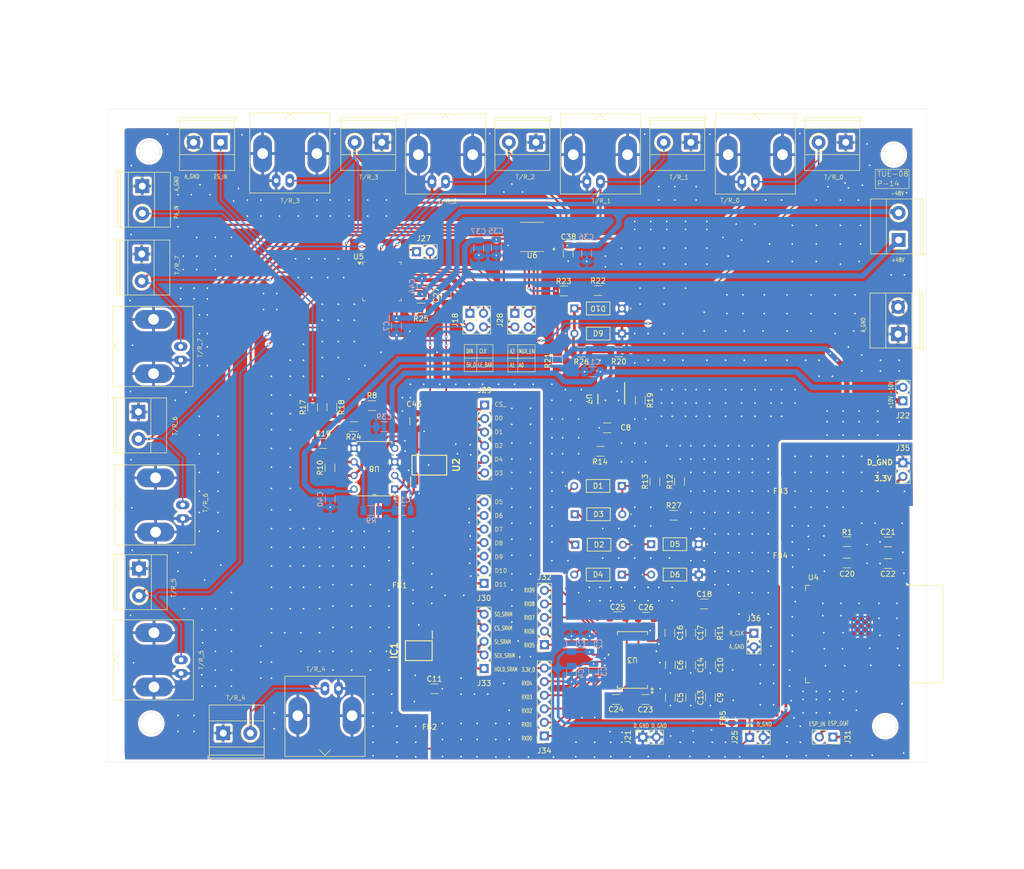
<source format=kicad_pcb>
(kicad_pcb (version 20240108) (generator "pcbnew") (generator_version "8.0")
  (layers (0 "F.Cu" signal) (31 "B.Cu" signal) (34 "B.Paste" user) (35 "F.Paste" user) (36 "B.SilkS" user "B.Silkscreen") (37 "F.SilkS" user "F.Silkscreen") (38 "B.Mask" user) (39 "F.Mask" user) (44 "Edge.Cuts" user))
  (net 0 "")
  (net 1 "+3.3V")
  (net 2 "D_GND")
  (net 3 "A_GND")
  (net 4 "+5V")
  (net 5 "+48V")
  (net 6 "+10V")
  (net 7 "-10V")
  (net 8 "INN")
  (net 9 "INP")
  (net 10 "Net-(C18-Pad2)")
  (net 11 "INA_OUT")
  (net 12 "Net-(C19-Pad2)")
  (net 13 "DAC_OUT")
  (net 14 "-48V")
  (net 15 "Net-(D1-A)")
  (net 16 "Net-(D1-K)")
  (net 17 "Net-(D2-K)")
  (net 18 "Net-(D3-A)")
  (net 19 "Net-(D4-A)")
  (net 20 "Net-(D10-A)")
  (net 24 "HOLD_SRAM")
  (net 26 "CS_SRAM")
  (net 27 "SO_SRAM")
  (net 28 "SCK_SRAM")
  (net 30 "SI_SRAM")
  (net 32 "PA_IN")
  (net 33 "Net-(U8-2OUT)")
  (net 34 "Net-(U8-2IN-)")
  (net 35 "Net-(U7-VO)")
  (net 36 "Net-(R13-Pad2)")
  (net 37 "ES_IN")
  (net 38 "Net-(R19-Pad1)")
  (net 39 "Net-(R19-Pad2)")
  (net 40 "Net-(U7-V+IN)")
  (net 41 "MUX_OUT")
  (net 42 "Net-(R22-Pad1)")
  (net 43 "Net-(U5-RGND)")
  (net 44 "RXD5")
  (net 45 "MUX_EN")
  (net 46 "RXD1")
  (net 47 "LE_BAR")
  (net 48 "A2")
  (net 49 "RXD6")
  (net 50 "DIN")
  (net 51 "A1")
  (net 52 "RXD0")
  (net 53 "RXD3")
  (net 54 "R_CLK")
  (net 55 "RXD2")
  (net 56 "RXD9")
  (net 57 "DOUT")
  (net 58 "RXD8")
  (net 59 "RXD7")
  (net 60 "CLK")
  (net 61 "A0")
  (net 62 "CLR")
  (net 63 "D0")
  (net 64 "RXD4")
  (net 65 "D11")
  (net 68 "T{slash}R_0")
  (net 71 "T{slash}R_7")
  (net 77 "T{slash}R_6")
  (net 83 "T{slash}R_3")
  (net 87 "T{slash}R_5")
  (net 91 "T{slash}R_4")
  (net 93 "T{slash}R_1")
  (net 95 "T{slash}R_2")
  (net 96 "Net-(U4-EN)")
  (net 97 "ESP_DATA_OUT")
  (net 98 "ESP_DATA_IN")
  (net 130 "D10")
  (net 131 "D3")
  (net 132 "D5")
  (net 133 "D6")
  (net 134 "D2")
  (net 135 "D4")
  (net 136 "D9")
  (net 137 "CS_")
  (net 138 "D7")
  (net 139 "D1")
  (net 140 "D8")
  (net 141 "Net-(U2-RFB)")
  (net 142 "Net-(U2-IOUT1)")
  (net 143 "R_REFP")
  (net 144 "R_REFIN")
  (net 145 "R_REFN")
  (net 146 "R_CML")
  (footprint "Resistor_SMD:R_0805_2012Metric" (layer "F.Cu") (at 224.79 139.86 180)
    (property "Reference" "FB3")
    (property "Value" "FerriteBead")
  )
  (footprint "Capacitor_SMD:C_1206_3216Metric" (layer "F.Cu") (at 139.18 132.59)
    (property "Reference" "C19")
    (property "Value" "0.1uf")
  )
  (footprint "Connector_Coaxial:BNC_Amphenol_B6252HB-NPP3G-50_Horizontal" (layer "F.Cu") (at 112.5 114.42 90)
    (property "Reference" "J9" (hide yes))
    (property "Value" "Conn_Coaxial")
  )
  (footprint "Capacitor_SMD:C_1206_3216Metric" (layer "F.Cu") (at 204.1702 174.05 -90)
    (property "Reference" "C6")
    (property "Value" "100pf")
  )
  (footprint "Connector_PinSocket_2.54mm:PinSocket_1x05_P2.54mm_Vertical" (layer "F.Cu") (at 180.6 170.24 180)
    (property "Reference" "J32")
    (property "Value" "Conn_01x05")
  )
  (footprint "Resistor_SMD:R_1206_3216Metric" (layer "F.Cu") (at 183.03 117.09 90)
    (property "Reference" "R21")
    (property "Value" "0")
  )
  (footprint "TerminalBlock_Phoenix:TerminalBlock_Phoenix_MKDS-1,5-2-5.08_1x02_P5.08mm_Horizontal" (layer "F.Cu") (at 105.2 97.1 -90)
    (property "Reference" "J17" (hide yes))
    (property "Value" "Screw_Terminal_01x02")
  )
  (footprint "Resistor_SMD:R_1206_3216Metric" (layer "F.Cu") (at 201.275 139.725 90)
    (property "Reference" "R13")
    (property "Value" "100")
  )
  (footprint "Resistor_SMD:R_1206_3216Metric" (layer "F.Cu") (at 140.8 125.8 -90)
    (property "Reference" "R18")
    (property "Value" "0")
  )
  (footprint "Connector_Coaxial:BNC_Amphenol_B6252HB-NPP3G-50_Horizontal" (layer "F.Cu") (at 132.92 83.38)
    (property "Reference" "J5" (hide yes))
    (property "Value" "Conn_Coaxial")
  )
  (footprint "TerminalBlock_Phoenix:TerminalBlock_Phoenix_MKDS-1,5-2-5.08_1x02_P5.08mm_Horizontal" (layer "F.Cu") (at 105.305 84.4 -90)
    (property "Reference" "A_GND" (hide yes))
    (property "Value" "Screw_Terminal_01x02")
  )
  (footprint "Capacitor_SMD:C_1206_3216Metric" (layer "F.Cu") (at 244.9 155.05)
    (property "Reference" "C22")
    (property "Value" "0.1uF")
  )
  (footprint "Resistor_SMD:R_1206_3216Metric" (layer "F.Cu") (at 204.8 146.025)
    (property "Reference" "R27")
    (property "Value" "0")
  )
  (footprint "Capacitor_SMD:C_1206_3216Metric" (layer "F.Cu") (at 192.33 129.65)
    (property "Reference" "C8")
    (property "Value" "0.1uf")
  )
  (footprint "Capacitor_SMD:C_1206_3216Metric" (layer "F.Cu") (at 160 178.5)
    (property "Reference" "C11")
    (property "Value" "0.1uf")
  )
  (footprint "Capacitor_SMD:C_1206_3216Metric" (layer "F.Cu") (at 244.9 151)
    (property "Reference" "C21")
    (property "Value" "10uF")
  )
  (footprint "Resistor_SMD:R_1206_3216Metric" (layer "F.Cu") (at 205.875 139.725 90)
    (property "Reference" "R12")
    (property "Value" "0")
  )
  (footprint "Connector_PinSocket_2.54mm:PinSocket_2x02_P2.54mm_Vertical" (layer "F.Cu") (at 166.65 108.21 90)
    (property "Reference" "J18")
    (property "Value" "Conn_02x02_Top_Bottom")
  )
  (footprint "ucsd:1n914" (layer "F.Cu") (at 186.36932 151.525 180)
    (property "Reference" "D2")
    (property "Value" "D")
  )
  (footprint "Resistor_SMD:R_1206_3216Metric" (layer "F.Cu") (at 237.245 150.95 180)
    (property "Reference" "R1")
    (property "Value" "10k")
  )
  (footprint "Connector_PinSocket_2.54mm:PinSocket_1x06_P2.54mm_Vertical" (layer "F.Cu") (at 169.4 125.38)
    (property "Reference" "J29")
    (property "Value" "Conn_01x06")
  )
  (footprint "Connector_PinSocket_2.54mm:PinSocket_1x02_P2.54mm_Vertical" (layer "F.Cu") (at 234.6 187.525 -90)
    (property "Reference" "J31")
    (property "Value" "Conn_01x02")
  )
  (footprint "Resistor_SMD:R_1206_3216Metric" (layer "F.Cu") (at 184.21 104.02 180)
    (property "Reference" "R23")
    (property "Value" "0")
  )
  (footprint "TerminalBlock_Phoenix:TerminalBlock_Phoenix_MKDS-1,5-2-5.08_1x02_P5.08mm_Horizontal" (layer "F.Cu") (at 237 76.2 180)
    (property "Reference" "J10" (hide yes))
    (property "Value" "Screw_Terminal_01x02")
  )
  (footprint "Connector_PinSocket_2.54mm:PinSocket_1x02_P2.54mm_Vertical" (layer "F.Cu") (at 199 187.555 90)
    (property "Reference" "J21")
    (property "Value" "Conn_01x02")
  )
  (footprint "Connector_PinSocket_2.54mm:PinSocket_1x05_P2.54mm_Vertical" (layer "F.Cu") (at 169.3 174.7 180)
    (property "Reference" "J33")
    (property "Value" "Conn_01x05")
  )
  (footprint "Capacitor_SMD:C_1206_3216Metric" (layer "F.Cu") (at 162.2 104.8 90)
    (property "Reference" "C27")
    (property "Value" "0.1uf")
  )
  (footprint "TerminalBlock_Phoenix:TerminalBlock_Phoenix_MKDS-1,5-2-5.08_1x02_P5.08mm_Horizontal" (layer "F.Cu") (at 208 76.2 180)
    (property "Reference" "J11" (hide yes))
    (property "Value" "Screw_Terminal_01x02")
  )
  (footprint "ucsd:1n914" (layer "F.Cu") (at 200.56932 151.425 180)
    (property "Reference" "D5")
    (property "Value" "D")
  )
  (footprint "Capacitor_SMD:C_1206_3216Metric" (layer "F.Cu") (at 207.9702 168.025 90)
    (property "Reference" "C17")
    (property "Value" "22fp")
  )
  (footprint "Capacitor_SMD:C_1206_3216Metric" (layer "F.Cu") (at 237.245 154.95)
    (property "Reference" "C20")
    (property "Value" "0.1uF")
  )
  (footprint "ucsd:tl072" (layer "F.Cu") (at 144.9475 133.48875 180)
    (property "Reference" "U8")
    (property "Value" "TL072CP")
  )
  (footprint "Connector_Coaxial:BNC_Amphenol_B6252HB-NPP3G-50_Horizontal" (layer "F.Cu") (at 112.88 144.08 90)
    (property "Reference" "J8" (hide yes))
    (property "Value" "Conn_Coaxial")
  )
  (footprint "Connector_PinSocket_2.54mm:PinSocket_1x02_P2.54mm_Vertical" (layer "F.Cu") (at 247.7 136.2)
    (property "Reference" "J35")
    (property "Value" "Conn_01x02")
  )
  (footprint "Capacitor_SMD:C_1206_3216Metric" (layer "F.Cu") (at 211.6702 180.15 -90)
    (property "Reference" "C9")
    (property "Value" "0.1uf")
  )
  (footprint "Package_SO:TSSOP-16_4.4x5mm_P0.65mm" (layer "F.Cu") (at 178.3051 93.91 180)
    (property "Reference" "U6")
    (property "Value" "TMUX8108PWR")
  )
  (footprint "Resistor_SMD:R_1206_3216Metric" (layer "F.Cu") (at 191.08 134.05)
    (property "Reference" "R14")
    (property "Value" "0")
  )
  (footprint "ucsd:1n914" (layer "F.Cu") (at 186.26932 145.825 180)
    (property "Reference" "D3")
    (property "Value" "D")
  )
  (footprint "TerminalBlock_Phoenix:TerminalBlock_Phoenix_MKDS-1,5-2-5.08_1x02_P5.08mm_Horizontal" (layer "F.Cu") (at 104.7 156 -90)
    (property "Reference" "J15" (hide yes))
    (property "Value" "Screw_Terminal_01x02")
  )
  (footprint "Connector_PinSocket_2.54mm:PinSocket_1x02_P2.54mm_Vertical" (layer "F.Cu") (at 219 187.6 90)
    (property "Reference" "J25")
    (property "Value" "Conn_01x02")
  )
  (footprint "Resistor_SMD:R_1206_3216Metric" (layer "F.Cu") (at 144.9 129.42375 180)
    (property "Reference" "R24")
    (property "Value" "180")
  )
  (footprint "ucsd:1n914" (layer "F.Cu") (at 195.08068 140.525)
    (property "Reference" "D1")
    (property "Value" "D")
  )
  (footprint "Capacitor_SMD:C_1206_3216Metric" (layer "F.Cu") (at 210.4992 162.625001)
    (property "Reference" "C18")
    (property "Value" "0.1uf")
  )
  (footprint "Resistor_SMD:R_1206_3216Metric" (layer "F.Cu") (at 187.51 115.46 180)
    (property "Reference" "R26")
    (property "Value" "0")
  )
  (footprint "Capacitor_SMD:C_1206_3216Metric" (layer "F.Cu") (at 156.3 128.38 -90)
    (property "Reference" "C43")
    (property "Value" "0.1uf")
  )
  (footprint "Connector_PinSocket_2.54mm:PinSocket_2x02_P2.54mm_Vertical" (layer "F.Cu") (at 175.05 108.21 90)
    (property "Reference" "J28")
    (property "Value" "Conn_02x02_Top_Bottom")
  )
  (footprint "ucsd:1n914" (layer "F.Cu") (at 209.48068 157.125)
    (property "Reference" "D6")
    (property "Value" "D")
  )
  (footprint "TerminalBlock_Phoenix:TerminalBlock_Phoenix_MKDS-1,5-2-5.08_1x02_P5.08mm_Horizontal" (layer "F.Cu") (at 150.145 76.195 180)
    (property "Reference" "J13" (hide yes))
    (property "Value" "Screw_Terminal_01x02")
  )
  (footprint "Capacitor_SMD:C_1206_3216Metric" (layer "F.Cu") (at 211.6702 174.05 -90)
    (property "Reference" "C10")
    (property "Value" "0.1uf")
  )
  (footprint "Resistor_SMD:R_1206_3216Metric" (layer "F.Cu") (at 137.2 125.8 -90)
    (property "Reference" "R17")
    (property "Value" "0")
  )
  (footprint "TerminalBlock_Phoenix:TerminalBlock_Phoenix_MKDS-1,5-2-5.08_1x02_P5.08mm_Horizontal" (layer "F.Cu") (at 119.98 76.2 180)
    (property "Reference" "J20" (hide yes))
    (property "Value" "Screw_Terminal_01x02")
  )
  (footprint "Connector_Coaxial:BNC_Amphenol_B6252HB-NPP3G-50_Horizontal" (layer "F.Cu") (at 112.58 173.08 90)
    (property "Reference" "J7" (hide yes))
    (property "Value" "Conn_Coaxial")
  )
  (footprint "TerminalBlock_Phoenix:TerminalBlock_Phoenix_MKDS-1,5-2-5.08_1x02_P5.08mm_Horizontal" (layer "F.Cu") (at 246.9 94.48 90)
    (property "Reference" "J23" (hide yes))
    (property "Value" "Screw_Terminal_01x02")
  )
  (footprint "TerminalBlock_Phoenix:TerminalBlock_Phoenix_MKDS-1,5-2-5.08_1x02_P5.08mm_Horizontal" (layer "F.Cu") (at 179 76.2 180)
    (property "Reference" "J12" (hide yes))
    (property "Value" "Screw_Terminal_01x02")
  )
  (footprint "Capacitor_SMD:C_1206_3216Metric" (layer "F.Cu") (at 207.9702 180.15 -90)
    (property "Reference" "C13")
    (property "Value" "2.2uf")
  )
  (footprint "Capacitor_SMD:C_1206_3216Metric" (layer "F.Cu") (at 207.9702 174.05 -90)
    (property "Reference" "C14")
    (property "Value" "2.2uf")
  )
  (footprint "ucsd:1n914" (layer "F.Cu") (at 186.19432 107.3 180)
    (property "Reference" "D10")
    (property "Value" "D")
  )
  (footprint "Capacitor_SMD:C_1206_3216Metric" (layer "F.Cu") (at 194.3 165 180)
    (property "Reference" "C25")
    (property "Value" "0.1uf")
  )
  (footprint "Resistor_SMD:R_1206_3216Metric" (layer "F.Cu") (at 211.6702 168.025 -90)
    (property "Reference" "R11")
    (property "Value" "50")
  )
  (footprint "ucsd:adc" (layer "F.Cu") (at 197.0702 173.1 180)
    (property "Reference" "U3")
    (property "Value" "MAX1426EAI+")
  )
  (footprint "Capacitor_SMD:C_1206_3216Metric" (layer "F.Cu") (at 194 180.5 180)
    (property "Reference" "C24")
    (property "Value" "0.1uf")
  )
  (footprint "Package_QFP:LQFP-48_7x7mm_P0.5mm" (layer "F.Cu") (at 150.1844 102.246)
    (property "Reference" "U5")
    (property "Value" "HV232FG-G")
  )
  (footprint "Resistor_SMD:R_0805_2012Metric" (layer "F.Cu") (at 224.75 151.92 180)
    (property "Reference" "FB4")
    (property "Value" "FerriteBead")
  )
  (footprint "TerminalBlock_Phoenix:TerminalBlock_Phoenix_MKDS-1,5-2-5.08_1x02_P5.08mm_Horizontal" (layer "F.Cu") (at 246.8 112.1 90)
    (property "Reference" "J19" (hide yes))
    (property "Value" "Screw_Terminal_01x02")
  )
  (footprint "Connector_PinSocket_2.54mm:PinSocket_1x06_P2.54mm_Vertical" (layer "F.Cu") (at 180.575 187.325 180)
    (property "Reference" "J34")
    (property "Value" "Conn_01x06")
  )
  (footprint "Resistor_SMD:R_1206_3216Metric" (layer "F.Cu") (at 157.5 107.2 180)
    (property "Reference" "R25")
    (property "Value" "0")
  )
  (footprint "Connector_Coaxial:BNC_Amphenol_B6252HB-NPP3G-50_Horizontal" (layer "F.Cu") (at 162.08 83.58)
    (property "Reference" "J4" (hide yes))
    (property "Value" "Conn_Coaxial")
  )
  (footprint "sram:SOP65P640X120-14N" (layer "F.Cu") (at 157.075 171.362 -90)
    (property "Reference" "IC1")
    (property "Value" "23LCV04M-I_ST" (hide yes))
  )
  (footprint "Resistor_SMD:R_0805_2012Metric" (layer "F.Cu") (at 153.5 157.5 180)
    (property "Reference" "FB1")
    (property "Value" "FerriteBead")
  )
  (footprint "Capacitor_SMD:C_1206_3216Metric" (layer "F.Cu") (at 204.0702 168.025 -90)
    (property "Reference" "C16")
    (property "Value" "0.1uf")
  )
  (footprint "Resistor_SMD:R_1206_3216Metric" (layer "F.Cu") (at 198.54 124.5 -90)
    (property "Reference" "R19")
    (property "Value" "100")
  )
  (footprint "TerminalBlock_Phoenix:TerminalBlock_Phoenix_MKDS-1,5-2-5.08_1x02_P5.08mm_Horizontal" (layer "F.Cu") (at 120.455 186.805)
    (property "Reference" "J14" (hide yes))
    (property "Value" "Screw_Terminal_01x02")
  )
  (footprint "Capacitor_SMD:C_1206_3216Metric" (layer "F.Cu") (at 204.1702 180.15 -90)
    (property "Reference" "C5")
    (property "Value" "100pf")
  )
  (footprint "Resistor_SMD:R_0805_2012Metric" (layer "F.Cu") (at 159.09 184.01 180)
    (property "Reference" "FB2")
    (property "Value" "FerriteBead")
  )
  (footprint "ucsd:1n914" (layer "F.Cu") (at 195.08068 157.125)
    (property "Reference" "D4")
    (property "Value" "D")
  )
  (footprint "ucsd:1n914" (layer "F.Cu") (at 195.10568 112)
    (property "Reference" "D9")
    (property "Value" "D")
  )
  (footprint "Resistor_SMD:R_1206_3216Metric" (layer "F.Cu") (at 190.63 103.95)
    (property "Reference" "R22")
    (property "Value" "100")
  )
  (footprint "dac:SOP65P640X120-20N" (layer "F.Cu") (at 159.0475 136.63375 90)
    (property "Reference" "U2")
    (property "Value" "DAC7821IPWR" (hide yes))
  )
  (footprint "TerminalBlock_Phoenix:TerminalBlock_Phoenix_MKDS-1,5-2-5.08_1x02_P5.08mm_Horizontal" (layer "F.Cu") (at 104.6 126.655 -90)
    (property "Reference" "J16" (hide yes))
    (property "Value" "Screw_Terminal_01x02")
  )
  (footprint "Connector_Coaxial:BNC_Amphenol_B6252HB-NPP3G-50_Horizontal" (layer "F.Cu") (at 191.08 83.58)
    (property "Reference" "J3" (hide yes))
    (property "Value" "Conn_Coaxial")
  )
  (footprint "Resistor_SMD:R_0805_2012Metric" (layer "F.Cu") (at 215.67 183.9725 90)
    (property "Reference" "FB5")
    (property "Value" "FerriteBead")
  )
  (footprint "Resistor_SMD:R_1206_3216Metric" (layer "F.Cu") (at 148.31 125.49 180)
    (property "Reference" "R8")
    (property "Value" "10k")
  )
  (footprint "Resistor_SMD:R_1206_3216Metric" (layer "F.Cu") (at 140.45 137.11 -90)
    (property "Reference" "R10")
    (property "Value" "10k")
  )
  (footprint "Resistor_SMD:R_1206_3216Metric" (layer "F.Cu") (at 194.51 115.43 180)
    (property "Reference" "R20")
    (property "Value" "10k")
  )
  (footprint "RF_Module:ESP32-WROOM-32D" (layer "F.Cu") (at 239.37 168.25 -90)
    (property "Reference" "U4")
    (property "Value" "ESP32-WROOM-32DM113DH6400PH3Q0")
  )
  (footprint "ucsd:ina128" (layer "F.Cu") (at 193.11 124.26 -90)
    (property "Reference" "U7")
    (property "Value" "INA128PA")
  )
  (footprint "Capacitor_SMD:C_1206_3216Metric" (layer "F.Cu") (at 185.04 96.97 90)
    (property "Reference" "C38")
    (property "Value" "0.1u")
  )
  (footprint "Capacitor_SMD:C_1206_3216Metric" (layer "F.Cu") (at 199.5 180.5)
    (property "Reference" "C23")
    (property "Value" "0.1uf")
  )
  (footprint "Connector_PinSocket_2.54mm:PinSocket_1x07_P2.54mm_Vertical" (layer "F.Cu") (at 169.29 158.76 180)
    (property "Reference" "J30")
    (property "Value" "Conn_01x07")
  )
  (footprint "Capacitor_SMD:C_1206_3216Metric" (layer "F.Cu") (at 199.6 165.1)
    (property "Reference" "C26")
    (property "Value" "0.1uf")
  )
  (footprint "Connector_Coaxial:BNC_Amphenol_B6252HB-NPP3G-50_Horizontal" (layer "F.Cu") (at 139.5 178.45 180)
    (property "Reference" "J6" (hide yes))
    (property "Value" "Conn_Coaxial")
  )
  (footprint "Connector_PinSocket_2.54mm:PinSocket_1x02_P2.54mm_Vertical" (layer "F.Cu") (at 156.65 96.675 90)
    (property "Reference" "J27")
    (property "Value" "Conn_01x02")
  )
  (footprint "Connector_Coaxial:BNC_Amphenol_B6252HB-NPP3G-50_Horizontal" (layer "F.Cu") (at 220.08 83.58)
    (property "Reference" "J2" (hide yes))
    (property "Value" "Conn_Coaxial")
  )
  (footprint "Connector_PinSocket_2.54mm:PinSocket_1x02_P2.54mm_Vertical" (layer "F.Cu") (at 219.8 168.1)
    (property "Reference" "J36")
    (property "Value" "Conn_01x02")
  )
  (footprint "Connector_PinSocket_2.54mm:PinSocket_1x02_P2.54mm_Vertical" (layer "F.Cu") (at 247.7 124.6 180)
    (property "Reference" "J22")
    (property "Value" "Conn_01x02")
  )
  (footprint "Capacitor_SMD:C_1206_3216Metric" (layer "B.Cu") (at 189.59 119.16 180)
    (property "Reference" "C12")
    (property "Value" "0.1uf")
  )
  (footprint "Capacitor_SMD:C_1206_3216Metric" (layer "B.Cu") (at 185.6702 175.7 -90)
    (property "Reference" "C4")
    (property "Value" "0.1uf")
  )
  (footprint "Capacitor_SMD:C_1206_3216Metric" (layer "B.Cu") (at 154.0575 145.12375)
    (property "Reference" "C15")
    (property "Value" "C")
  )
  (footprint "Capacitor_SMD:C_1206_3216Metric" (layer "B.Cu") (at 157.6844 103.146 -90)
    (property "Reference" "C44")
    (property "Value" "0.1uf")
  )
  (footprint "Capacitor_SMD:C_1206_3216Metric" (layer "B.Cu") (at 150.6 129.42 180)
    (property "Reference" "C39")
    (property "Value" "0.1uf")
  )
  (footprint "Resistor_SMD:R_1206_3216Metric" (layer "B.Cu") (at 148.1575 145.12375 180)
    (property "Reference" "R9")
    (property "Value" "5k")
  )
  (footprint "Capacitor_SMD:C_1206_3216Metric" (layer "B.Cu") (at 140.49 143.02 -90)
    (property "Reference" "C40")
    (property "Value" "0.1uf")
  )
  (footprint "Capacitor_SMD:C_1206_3216Metric" (layer "B.Cu") (at 185.6702 170.1 90)
    (property "Reference" "C1")
    (property "Value" "2.2uf")
  )
  (footprint "Capacitor_SMD:C_1206_3216Metric" (layer "B.Cu") (at 189.04 170.11 90)
    (property "Reference" "C2")
    (property "Value" "0.1uf")
  )
  (footprint "Capacitor_SMD:C_1206_3216Metric" (layer "B.Cu") (at 152.9 110.6 -90)
    (property "Reference" "C7")
    (property "Value" "0.1u")
  )
  (footprint "Capacitor_SMD:C_1206_3216Metric" (layer "B.Cu") (at 189.8 175.3 -90)
    (property "Reference" "C3")
    (property "Value" "2.2uf")
  )
  (footprint "Capacitor_SMD:C_1206_3216Metric" (layer "B.Cu") (at 188.5 97 90)
    (property "Reference" "C36")
    (property "Value" "1u")
  )
  (footprint "Capacitor_SMD:C_1206_3216Metric" (layer "B.Cu") (at 171.6 95.9 -90)
    (property "Reference" "C35")
    (property "Value" "1u")
  )
  (footprint "Capacitor_SMD:C_1206_3216Metric" (layer "B.Cu") (at 168.3 96 -90)
    (property "Reference" "C37")
    (property "Value" "0.1u")
  )
  (gr_line (start 234.2 115.8) (end 235.4 117) (stroke (width 1)) (layer "B.Cu") (net 6))
  (gr_line (start 165.6 116.59) (end 170.96 116.59) (stroke (width 0.1)) (layer "F.SilkS"))
  (gr_line (start 173.75 116.625) (end 178.84 116.625) (stroke (width 0.1)) (layer "F.SilkS"))
  (gr_rect (start 173.75 114.08) (end 178.84 119.17) (stroke (width 0.1)) (fill none) (layer "F.SilkS"))
  (gr_rect (start 165.6 114.045) (end 170.96 119.135) (stroke (width 0.1)) (fill none) (layer "F.SilkS"))
  (gr_line (start 167.94 114.095) (end 167.94 119.165) (stroke (width 0.1)) (layer "F.SilkS"))
  (gr_rect (start 242.53 81.26) (end 248.84 84.85) (stroke (width 0.1)) (fill none) (layer "F.SilkS"))
  (gr_line (start 175.61 114.085) (end 175.61 119.155) (stroke (width 0.1)) (layer "F.SilkS"))
  (gr_circle (center 246 78.5) (end 246 80.5) (stroke (width 0.05)) (fill none) (layer "Edge.Cuts"))
  (gr_rect (start 98.923579 69.947158) (end 252.076421 192.2) (stroke (width 0.05)) (fill none) (layer "Edge.Cuts"))
  (gr_circle (center 107 185) (end 107 187) (stroke (width 0.05)) (fill none) (layer "Edge.Cuts"))
  (gr_circle (center 106.6 77.9) (end 108.6 77.9) (stroke (width 0.05)) (fill none) (layer "Edge.Cuts"))
  (gr_circle (center 244.4 185.5) (end 244.4 187.5) (stroke (width 0.05)) (fill none) (layer "Edge.Cuts"))
  (gr_text "T/R_1" (at 189.35 87.65 0) (layer "F.SilkS") (effects (font (size 0.8 0.8) (thickness 0.1)) (justify left bottom)))
  (gr_text "D_GND" (at 240.85 136.7 0) (layer "F.SilkS") (effects (font (size 1 1) (thickness 0.2) (bold yes)) (justify left bottom)))
  (gr_text "ESP_IN" (at 230.03 185.55 0) (layer "F.SilkS") (effects (font (size 0.8 0.6) (thickness 0.1)) (justify left bottom)))
  (gr_text "T/R_3" (at 131.12 87.62 0) (layer "F.SilkS") (effects (font (size 0.8 0.8) (thickness 0.1)) (justify left bottom)))
  (gr_text "A_GND" (at 112.18 85.4 90) (layer "F.SilkS") (effects (font (size 0.8 0.6) (thickness 0.1)) (justify left bottom)))
  (gr_text "P-14" (at 242.81 84.5 0) (layer "F.SilkS") (effects (font (size 1 1) (thickness 0.1)) (justify left bottom)))
  (gr_text "T/R_1" (at 203.9 83.22 0) (layer "F.SilkS") (effects (font (size 0.8 0.8) (thickness 0.1)) (justify left bottom)))
  (gr_text "T/R_6" (at 117.6 145.57 90) (layer "F.SilkS") (effects (font (size 0.8 0.8) (thickness 0.1)) (justify left bottom)))
  (gr_text "3.3V_O\n\nRXD4\n\nRXD3\n\nRXD2\n\nRXD1\n\nRXD0" (at 176.26 188.25 0) (layer "F.SilkS") (effects (font (size 0.8 0.5) (thickness 0.1)) (justify left bottom)))
  (gr_text "R_CLK" (at 215.16 168.57 0) (layer "F.SilkS") (effects (font (size 0.8 0.6) (thickness 0.1)) (justify left bottom)))
  (gr_text "A2  MUX_EN\n\nA1  A0" (at 174.07 118.375 0) (layer "F.SilkS") (effects (font (size 0.8 0.5) (thickness 0.1)) (justify left bottom)))
  (gr_text "T/R_4" (at 120.93 180.67 0) (layer "F.SilkS") (effects (font (size 0.8 0.8) (thickness 0.1)) (justify left bottom)))
  (gr_text "T/R_4" (at 135.93 175.28 0) (layer "F.SilkS") (effects (font (size 0.8 0.8) (thickness 0.1)) (justify left bottom)))
  (gr_text "-48V" (at 245.4 86.22 0) (layer "F.SilkS") (effects (font (size 0.8 0.6) (thickness 0.1)) (justify left bottom)))
  (gr_text "T/R_7" (at 116.57 116.57 90) (layer "F.SilkS") (effects (font (size 0.8 0.8) (thickness 0.1)) (justify left bottom)))
  (gr_text "T/R_7" (at 112.32 101.06 90) (layer "F.SilkS") (effects (font (size 0.8 0.8) (thickness 0.1)) (justify left bottom)))
  (gr_text "CS_\n\nD0\n\nD1\n\nD2\n\nD4\n\nD3" (at 171.2 138.61 0) (layer "F.SilkS") (effects (font (size 0.8 0.8) (thickness 0.1)) (justify left bottom)))
  (gr_text "A_GND" (at 240.74 111.84 90) (layer "F.SilkS") (effects (font (size 0.8 0.6) (thickness 0.1)) (justify left bottom)))
  (gr_text "SO_SRAM\n\nCS_SRAM\n\nSI_SRAM\n\nSCK_SRAM\n\nHOLD_SRAM" (at 171.18 175.33 0) (layer "F.SilkS") (effects (font (size 0.8 0.5) (thickness 0.1)) (justify left bottom)))
  (gr_text "PA_IN" (at 112.17 90.58 90) (layer "F.SilkS") (effects (font (size 0.8 0.6) (thickness 0.1)) (justify left bottom)))
  (gr_text "T/R_5" (at 116.8 174.97 90) (layer "F.SilkS") (effects (font (size 0.8 0.8) (thickness 0.1)) (justify left bottom)))
  (gr_text "+48V" (at 245.53 98.69 0) (layer "F.SilkS") (effects (font (size 0.8 0.6) (thickness 0.1)) (justify left bottom)))
  (gr_text "T/R_6" (at 111.88 131.17 90) (layer "F.SilkS") (effects (font (size 0.8 0.8) (thickness 0.1)) (justify left bottom)))
  (gr_text "ESP_OUT" (at 233.6 185.45 0) (layer "F.SilkS") (effects (font (size 0.8 0.6) (thickness 0.1)) (justify left bottom)))
  (gr_text "T/R_5" (at 111.63 161.5 90) (layer "F.SilkS") (effects (font (size 0.8 0.8) (thickness 0.1)) (justify left bottom)))
  (gr_text "D_GND" (at 200.56 185.91 0) (layer "F.SilkS") (effects (font (size 0.8 0.6) (thickness 0.1)) (justify left bottom)))
  (gr_text "T/R_2" (at 175.12 83.14 0) (layer "F.SilkS") (effects (font (size 0.8 0.8) (thickness 0.1)) (justify left bottom)))
  (gr_text "T/R_0" (at 213.47 87.54 0) (layer "F.SilkS") (effects (font (size 0.8 0.8) (thickness 0.1)) (justify left bottom)))
  (gr_text "T/R_3" (at 145.82 83.18 0) (layer "F.SilkS") (effects (font (size 0.8 0.8) (thickness 0.1)) (justify left bottom)))
  (gr_text "ES_IN" (at 118.65 83.1 0) (layer "F.SilkS") (effects (font (size 0.8 0.6) (thickness 0.1)) (justify left bottom)))
  (gr_text "T/R_0" (at 232.9 83.19 0) (layer "F.SilkS") (effects (font (size 0.8 0.8) (thickness 0.1)) (justify left bottom)))
  (gr_text "A_GND" (at 215.11 171.08 0) (layer "F.SilkS") (effects (font (size 0.8 0.6) (thickness 0.1)) (justify left bottom)))
  (gr_text "D_GND" (at 220.24 185.61 0) (layer "F.SilkS") (effects (font (size 0.8 0.6) (thickness 0.1)) (justify left bottom)))
  (gr_text "D_GND" (at 197.2 185.87 0) (layer "F.SilkS") (effects (font (size 0.8 0.6) (thickness 0.1)) (justify left bottom)))
  (gr_text "RXD9\n\nRXD8\n\nRXD7\n\nRXD6\n\nRXD5" (at 176.73 170.82 0) (layer "F.SilkS") (effects (font (size 0.8 0.5) (thickness 0.1)) (justify left bottom)))
  (gr_text "-10V" (at 245.91 123.41 90) (layer "F.SilkS") (effects (font (size 0.8 0.6) (thickness 0.1)) (justify left bottom)))
  (gr_text "3.3V" (at 242.22 139.71 0) (layer "F.SilkS") (effects (font (size 1 1) (thickness 0.2) (bold yes)) (justify left bottom)))
  (gr_text "+10V" (at 245.89 126.18 90) (layer "F.SilkS") (effects (font (size 0.8 0.6) (thickness 0.1)) (justify left bottom)))
  (gr_text "A_GND" (at 113.15 83.05 0) (layer "F.SilkS") (effects (font (size 0.8 0.6) (thickness 0.1)) (justify left bottom)))
  (gr_text "DIN   CLK\n\n5V_O LE_BAR" (at 165.92 118.34 0) (layer "F.SilkS") (effects (font (size 0.8 0.5) (thickness 0.1)) (justify left bottom)))
  (gr_text "5V" (at 218.36 185.58 0) (layer "F.SilkS") (effects (font (size 0.8 0.6) (thickness 0.1)) (justify left bottom)))
  (gr_text "D5\n\nD6\n\nD7\n\nD8\n\nD9\n\nD10\n\nD11" (at 171.21 159.44 0) (layer "F.SilkS") (effects (font (size 0.8 0.8) (thickness 0.1)) (justify left bottom)))
  (gr_text "TUE-08" (at 242.82 82.69 0) (layer "F.SilkS") (effects (font (size 1 1) (thickness 0.1)) (justify left bottom)))
  (gr_text "T/R_2" (at 160.61 87.68 0) (layer "F.SilkS") (effects (font (size 0.8 0.8) (thickness 0.1)) (justify left bottom)))
  (segment (start 246.375 144.4) (end 246.375 145) (width 0.5) (layer "F.Cu") (net 1))
  (segment (start 245.8 144.9) (end 245.875 144.9) (width 0.5) (layer "F.Cu") (net 1))
  (segment (start 246.375 145.4) (end 246.375 151) (width 0.5) (layer "F.Cu") (net 1))
  (segment (start 158.525 178.5) (end 158.525 178.925) (width 0.4) (layer "F.Cu") (net 1))
  (segment (start 246.375 155.05) (end 246.375 151) (width 0.5) (layer "F.Cu") (net 1))
  (segment (start 158.525 178.5) (end 158.525 176.685) (width 0.45) (layer "F.Cu") (net 1))
  (segment (start 238.9 144.9) (end 245.8 144.9) (width 0.5) (layer "F.Cu") (net 1))
  (segment (start 234.06 150.95) (end 235.7825 150.95) (width 0.5) (layer "F.Cu") (net 1))
  (segment (start 245.875 144.9) (end 246.375 144.4) (width 0.5) (layer "F.Cu") (net 1))
  (segment (start 178.875 174.625) (end 180.575 174.625) (width 0.4) (layer "F.Cu") (net 1))
  (segment (start 245.8 144.9) (end 246.275 144.9) (width 0.5) (layer "F.Cu") (net 1))
  (segment (start 189.8 173.825) (end 190.199999 173.425001) (width 0.35) (layer "F.Cu") (net 1))
  (segment (start 246.35 155.075) (end 246.375 155.05) (width 0.5) (layer "F.Cu") (net 1))
  (segment (start 158.525 178.925) (end 161.2 181.6) (width 0.4) (layer "F.Cu") (net 1))
  (segment (start 225.8 159.21) (end 234.06 150.95) (width 0.5) (layer "F.Cu") (net 1))
  (segment (start 235.7825 150.95) (end 235.7825 148.0175) (width 0.5) (layer "F.Cu") (net 1))
  (segment (start 246.275 144.9) (end 246.375 145) (width 0.5) (layer "F.Cu") (net 1))
  (segment (start 225.8 182.13) (end 225.8 159.21) (width 0.5) (layer "F.Cu") (net 1))
  (segment (start 246.375 145) (end 246.375 145.4) (width 0.5) (layer "F.Cu") (net 1))
  (segment (start 246.375 140.065) (end 246.375 144.4) (width 0.5) (layer "F.Cu") (net 1))
  (segment (start 190.199999 173.425001) (end 193.6412 173.425001) (width 0.35) (layer "F.Cu") (net 1))
  (segment (start 161.2 181.6) (end 171.9 181.6) (width 0.4) (layer "F.Cu") (net 1))
  (segment (start 247.7 138.74) (end 246.375 140.065) (width 0.5) (layer "F.Cu") (net 1))
  (segment (start 158.525 176.685) (end 159.025 176.185) (width 0.45) (layer "F.Cu") (net 1))
  (segment (start 235.7825 148.0175) (end 238.9 144.9) (width 0.5) (layer "F.Cu") (net 1))
  (segment (start 246.35 159.5) (end 246.35 155.075) (width 0.5) (layer "F.Cu") (net 1))
  (segment (start 189.580001 172.125001) (end 189.04 171.585) (width 0.35) (layer "F.Cu") (net 1))
  (segment (start 171.9 181.6) (end 178.875 174.625) (width 0.4) (layer "F.Cu") (net 1))
  (segment (start 159.025 176.185) (end 159.025 174.3) (width 0.45) (layer "F.Cu") (net 1))
  (segment (start 193.6412 172.125001) (end 189.580001 172.125001) (width 0.35) (layer "F.Cu") (net 1))
  (segment (start 245.875 144.9) (end 246.375 145.4) (width 0.5) (layer "F.Cu") (net 1))
  (via (at 189.04 171.585) (size 0.5) (drill 0.3) (layers "F.Cu" "B.Cu") (net 1))
  (via (at 225.8 182.13) (size 0.6) (drill 0.3) (layers "F.Cu" "B.Cu") (net 1))
  (via (at 189.8 173.825) (size 0.5) (drill 0.3) (layers "F.Cu" "B.Cu") (net 1))
  (segment (start 182.215 174.625) (end 181.45 174.625) (width 0.5) (layer "B.Cu") (net 1))
  (segment (start 183.14 173.79) (end 183.14 173.895) (width 0.5) (layer "B.Cu") (net 1))
  (segment (start 183.14 174.4) (end 183.14 174.625) (width 0.5) (layer "B.Cu") (net 1))
  (segment (start 184.32 184.89) (end 183.17 183.74) (width 0.5) (layer "B.Cu") (net 1))
  (segment (start 182.51 174.92) (end 183.17 174.92) (width 0.5) (layer "B.Cu") (net 1))
  (segment (start 183.17 175.58) (end 183.17 174.92) (width 0.5) (layer "B.Cu") (net 1))
  (segment (start 183.17 174.43) (end 183.14 174.4) (width 0.5) (layer "B.Cu") (net 1))
  (segment (start 223.62 184.89) (end 184.32 184.89) (width 0.5) (layer "B.Cu") (net 1))
  (segment (start 185.2702 174.625) (end 185.6702 174.225) (width 0.5) (layer "B.Cu") (net 1))
  (segment (start 183.14 172.71) (end 184.275 171.575) (width 0.5) (layer "B.Cu") (net 1))
  (segment (start 187.91 173.7) (end 187.385 174.225) (width 0.35) (layer "B.Cu") (net 1))
  (segment (start 183.17 175.325) (end 183.87 174.625) (width 0.5) (layer "B.Cu") (net 1))
  (segment (start 189.8 173.825) (end 189.675 173.7) (width 0.35) (layer "B.Cu") (net 1))
  (segment (start 182.41 174.625) (end 183.14 173.895) (width 0.5) (layer "B.Cu") (net 1))
  (segment (start 225.8 182.71) (end 223.62 184.89) (width 0.5) (layer "B.Cu") (net 1))
  (segment (start 181.45 174.625) (end 180.575 174.625) (width 0.5) (layer "B.Cu") (net 1))
  (segment (start 182.215 174.625) (end 182.41 174.625) (width 0.5) (layer "B.Cu") (net 1))
  (segment (start 182.38 174.79) (end 182.215 174.625) (width 0.5) (layer "B.Cu") (net 1))
  (segment (start 183.14 173.79) (end 183.14 174.4) (width 0.5) (layer "B.Cu") (net 1))
  (segment (start 184.275 171.575) (end 185.6702 171.575) (width 0.5) (layer "B.Cu") (net 1))
  (segment (start 183.14 173.79) (end 183.14 172.71) (width 0.5) (layer "B.Cu") (net 1))
  (segment (start 225.8 182.13) (end 225.8 182.71) (width 0.5) (layer "B.Cu") (net 1))
  (segment (start 183.17 174.92) (end 183.17 174.43) (width 0.5) (layer "B.Cu") (net 1))
  (segment (start 182.38 174.79) (end 182.51 174.92) (width 0.5) (layer "B.Cu") (net 1))
  (segment (start 183.17 175.58) (end 183.17 175.325) (width 0.5) (layer "B.Cu") (net 1))
  (segment (start 185.6702 171.575) (end 189.03 171.575) (width 0.35) (layer "B.Cu") (net 1))
  (segment (start 181.45 174.625) (end 183.14 174.625) (width 0.5) (layer "B.Cu") (net 1))
  (segment (start 183.14 173.895) (end 183.87 174.625) (width 0.5) (layer "B.Cu") (net 1))
  (segment (start 183.87 174.625) (end 185.2702 174.625) (width 0.5) (layer "B.Cu") (net 1))
  (segment (start 189.675 173.7) (end 187.91 173.7) (width 0.35) (layer "B.Cu") (net 1))
  (segment (start 187.385 174.225) (end 185.6702 174.225) (width 0.35) (layer "B.Cu") (net 1))
  (segment (start 183.17 175.58) (end 182.38 174.79) (width 0.5) (layer "B.Cu") (net 1))
  (segment (start 183.17 183.74) (end 183.17 175.58) (width 0.5) (layer "B.Cu") (net 1))
  (segment (start 183.14 174.625) (end 183.87 174.625) (width 0.5) (layer "B.Cu") (net 1))
  (segment (start 189.03 171.575) (end 189.04 171.585) (width 0.35) (layer "B.Cu") (net 1))
  (segment (start 200.4 167.6) (end 200.4 168.775802) (width 0.45) (layer "F.Cu") (net 2))
  (segment (start 158.0725 130.3075) (end 158.0725 133.69575) (width 0.45) (layer "F.Cu") (net 2))
  (segment (start 156.425 174.3) (end 156.425 175.975) (width 0.45) (layer "F.Cu") (net 2))
  (segment (start 162.2 106.275) (end 159.421 103.496) (width 0.3) (layer "F.Cu") (net 2))
  (segment (start 162.2 114.2) (end 162.2 126.18) (width 0.3) (layer "F.Cu") (net 2))
  (segment (start 156.425 175.975) (end 156.4 176) (width 0.45) (layer "F.Cu") (net 2))
  (segment (start 162.2 106.33) (end 162.2 106.275) (width 0.3) (layer "F.Cu") (net 2))
  (segment (start 191.9 172.8) (end 193.616199 172.8) (width 0.3) (layer "F.Cu") (net 2))
  (segment (start 157.075 166.545) (end 157.07 166.54) (width 0.45) (layer "F.Cu") (net 2))
  (segment (start 193.616199 172.8) (end 193.6412 172.774999) (width 0.3) (layer "F.Cu") (net 2))
  (segment (start 157.075 168.424) (end 157.075 166.545) (width 0.45) (layer "F.Cu") (net 2))
  (segment (start 159.421 103.496) (end 154.3469 103.496) (width 0.3) (layer "F.Cu") (net 2))
  (segment (start 162.2 126.18) (end 158.0725 130.3075) (width 0.3) (layer "F.Cu") (net 2))
  (segment (start 162.2 112.6) (end 162.2 106.33) (width 0.3) (layer "F.Cu") (net 2))
  (segment (start 191.9 174.1) (end 193.616199 174.1) (width 0.3) (layer "F.Cu") (net 2))
  (segment (start 157.13 141.92) (end 157.4225 141.6275) (width 0.45) (layer "F.Cu") (net 2))
  (segment (start 157.4225 141.6275) (end 157.4225 139.57175) (width 0.45) (layer "F.Cu") (net 2))
  (segment (start 193.616199 174.1) (end 193.6412 174.074999) (width 0.3) (layer "F.Cu") (net 2))
  (segment (start 200.4 168.775802) (end 200.4992 168.875002) (width 0.45) (layer "F.Cu") (net 2))
  (via (at 165 188) (size 0.5) (drill 0.3) (layers "F.Cu" "B.Cu") (net 2))
  (via (at 236.8 174.2) (size 0.5) (drill 0.3) (layers "F.Cu" "B.Cu") (net 2))
  (via (at 237 185) (size 0.5) (drill 0.3) (layers "F.Cu" "B.Cu") (net 2))
  (via (at 241.96 190.94) (size 0.5) (drill 0.3) (layers "F.Cu" "B.Cu") (net 2))
  (via (at 189.04 168.635) (size 0.5) (drill 0.3) (layers "F.Cu" "B.Cu") (net 2))
  (via (at 174.5 144.5) (size 0.5) (drill 0.3) (layers "F.Cu" "B.Cu") (net 2))
  (via (at 229.6 191.01) (size 0.5) (drill 0.3) (layers "F.Cu" "B.Cu") (net 2))
  (via (at 191.9 172.8) (size 0.5) (drill 0.3) (layers "F.Cu" "B.Cu") (net 2))
  (via (at 233.5 144.5) (size 0.5) (drill 0.3) (layers "F.Cu" "B.Cu") (net 2))
  (via (at 230.5 135) (size 0.5) (drill 0.3) (layers "F.Cu" "B.Cu") (net 2))
  (via (at 232.9 149.88) (size 0.5) (drill 0.3) (layers "F.Cu" "B.Cu") (net 2))
  (via (at 227 159.5) (size 0.5) (drill 0.3) (layers "F.Cu" "B.Cu") (net 2))
  (via (at 178 157) (size 0.5) (drill 0.3) (layers "F.Cu" "B.Cu") (net 2))
  (via (at 227 153.5) (size 0.5) (drill 0.3) (layers "F.Cu" "B.Cu") (net 2))
  (via (at 165 176.5) (size 0.5) (drill 0.3) (layers "F.Cu" "B.Cu") (net 2))
  (via (at 178 172.5) (size 0.5) (drill 0.3) (layers "F.Cu" "B.Cu") (net 2))
  (via (at 182.28 191.3) (size 0.5) (drill 0.3) (layers "F.Cu" "B.Cu") (net 2))
  (via (at 193.02 191.17) (size 0.5) (drill 0.3) (layers "F.Cu" "B.Cu") (net 2))
  (via (at 227 148) (size 0.5) (drill 0.3) (layers "F.Cu" "B.Cu") (net 2))
  (via (at 236.1 162.5) (size 0.5) (drill 0.3) (layers "F.Cu" "B.Cu") (net 2))
  (via (at 233.2 174.2) (size 0.5) (drill 0.3) (layers "F.Cu" "B.Cu") (net 2))
  (via (at 171.5 185) (size 0.5) (drill 0.3) (layers "F.Cu" "B.Cu") (net 2))
  (via (at 247.89 156.87) (size 0.5) (drill 0.3) (layers "F.Cu" "B.Cu") (net 2))
  (via (at 200.02 191.18) (size 0.5) (drill 0.3) (layers "F.Cu" "B.Cu") (net 2))
  (via (at 166.8 134.7) (size 0.5) (drill 0.3) (layers "F.Cu" "B.Cu") (net 2))
  (via (at 239 182.5) (size 0.5) (drill 0.3) (layers "F.Cu" "B.Cu") (net 2))
  (via (at 231.5 180.5) (size 0.5) (drill 0.3) (layers "F.Cu" "B.Cu") (net 2))
  (via (at 233 153.5) (size 0.5) (drill 0.3) (layers "F.Cu" "B.Cu") (net 2))
  (via (at 239 179) (size 0.5) (drill 0.3) (layers "F.Cu" "B.Cu") (net 2))
  (via (at 156 160) (size 0.5) (drill 0.3) (layers "F.Cu" "B.Cu") (net 2))
  (via (at 185.6702 168.625) (size 0.5) (drill 0.3) (layers "F.Cu" "B.Cu") (net 2))
  (via (at 158.9 136.6) (size 0.5) (drill 0.3) (layers "F.Cu" "B.Cu") (net 2))
  (via (at 167.5 179.5) (size 0.5) (drill 0.3) (layers "F.Cu" "B.Cu") (net 2))
  (via (at 186.46 191.19) (size 0.5) (drill 0.3) (layers "F.Cu" "B.Cu") (net 2))
  (via (at 174.5 129) (size 0.5) (drill 0.3) (layers "F.Cu" "B.Cu") (net 2))
  (via (at 241 155) (size 0.5) (drill 0.3) (layers "F.Cu" "B.Cu") (net 2))
  (via (at 203.96 191.12) (size 0.5) (drill 0.3) (layers "F.Cu" "B.Cu") (net 2))
  (via (at 241.7 174.1) (size 0.5) (drill 0.3) (layers "F.Cu" "B.Cu") (net 2))
  (via (at 229 183) (size 0.5) (drill 0.3) (layers "F.Cu" "B.Cu") (net 2))
  (via (at 241.5 170.9) (size 0.5) (drill 0.3) (layers "F.Cu" "B.Cu") (net 2))
  (via (at 232.7 162.5) (size 0.5) (drill 0.3) (layers "F.Cu" "B.Cu") (net 2))
  (via (at 178 153.5) (size 0.5) (drill 0.3) (layers "F.Cu" "B.Cu") (net 2))
  (via (at 242.5 147.5) (size 0.5) (drill 0.3) (layers "F.Cu" "B.Cu") (net 2))
  (via (at 230.5 138) (size 0.5) (drill 0.3) (layers "F.Cu" "B.Cu") (net 2))
  (via (at 159.5 159.5) (size 0.5) (drill 0.3) (layers "F.Cu" "B.Cu") (net 2))
  (via (at 178 147.5) (size 0.5) (drill 0.3) (layers "F.Cu" "B.Cu") (net 2))
  (via (at 185.6702 177.175) (size 0.5) (drill 0.3) (layers "F.Cu" "B.Cu") (net 2))
  (via (at 246.6 165.3) (size 0.5) (drill 0.3) (layers "F.Cu" "B.Cu") (net 2))
  (via (at 247.55 181.32) (size 0.5) (drill 0.3) (layers "F.Cu" "B.Cu") (net 2))
  (via (at 231.5 183) (size 0.5) (drill 0.3) (layers "F.Cu" "B.Cu") (net 2))
  (via (at 164 132.7) (size 0.5) (drill 0.3) (layers "F.Cu" "B.Cu") (net 2))
  (via (at 171.5 188) (size 0.5) (drill 0.3) (layers "F.Cu" "B.Cu") (net 2))
  (via (at 159.5 157) (size 0.5) (drill 0.3) (layers "F.Cu" "B.Cu") (net 2))
  (via (at 236.5 180.5) (size 0.5) (drill 0.3) (layers "F.Cu" "B.Cu") (net 2))
  (via (at 167.98 191.22) (size 0.5) (drill 0.3) (layers "F.Cu" "B.Cu") (net 2))
  (via (at 178 132.5) (size 0.5) (drill 0.3) (layers "F.Cu" "B.Cu") (net 2))
  (via (at 238.01 191) (size 0.5) (drill 0.3) (layers "F.Cu" "B.Cu") (net 2))
  (via (at 236.5 135) (size 0.5) (drill 0.3) (layers "F.Cu" "B.Cu") (net 2))
  (via (at 246.6 162.5) (size 0.5) (drill 0.3) (layers "F.Cu" "B.Cu") (net 2))
  (via (at 174 188) (size 0.5) (drill 0.3) (layers "F.Cu" "B.Cu") (net 2))
  (via (at 236.5 168) (size 0.5) (drill 0.3) (layers "F.Cu" "B.Cu") (net 2))
  (via (at 226.5 175) (size 0.5) (drill 0.3) (layers "F.Cu" "B.Cu") (net 2))
  (via (at 174.5 141) (size 0.5) (drill 0.3) (layers "F.Cu" "B.Cu") (net 2))
  (via (at 168 188) (size 0.5) (drill 0.3) (layers "F.Cu" "B.Cu") (net 2))
  (via (at 239.5 162.5) (size 0.5) (drill 0.3) (layers "F.Cu" "B.Cu") (net 2))
  (via (at 226 185.5) (size 0.5) (drill 0.3) (layers "F.Cu" "B.Cu") (net 2))
  (via (at 174 182.5) (size 0.5) (drill 0.3) (layers "F.Cu" "B.Cu") (net 2))
  (via (at 162.2 112.6) (size 0.5) (drill 0.3) (layers "F.Cu" "B.Cu") (net 2))
  (via (at 178 135.5) (size 0.5) (drill 0.3) (layers "F.Cu" "B.Cu") (net 2))
  (via (at 236.5 141.5) (size 0.5) (drill 0.3) (layers "F.Cu" "B.Cu") (net 2))
  (via (at 174.5 150.5) (size 0.5) (drill 0.3) (layers "F.Cu" "B.Cu") (net 2))
  (via (at 226.78 180.7) (size 0.5) (drill 0.3) (layers "F.Cu" "B.Cu") (net 2))
  (via (at 247.55 147.51) (size 0.5) (drill 0.3) (layers "F.Cu" "B.Cu") (net 2))
  (via (at 227.5 138) (size 0.5) (drill 0.3) (layers "F.Cu" "B.Cu") (net 2))
  (via (at 162.2 114.2) (size 0.5) (drill 0.3) (layers "F.Cu" "B.Cu") (net 2))
  (via (at 233.76 191.02) (size 0.5) (drill 0.3) (layers "F.Cu" "B.Cu") (net 2))
  (via (at 166.5 147.4) (size 0.5) (drill 0.3) (layers "F.Cu" "B.Cu") (net 2))
  (via (at 175.95 172.55) (size 0.5) (drill 0.3) (layers "F.Cu" "B.Cu") (net 2))
  (via (at 234 183) (size 0.5) (drill 0.3) (layers "F.Cu" "B.Cu") (net 2))
  (via (at 247.68 152.95) (size 0.5) (drill 0.3) (layers "F.Cu" "B.Cu") (net 2))
  (via (at 164.3 134.5) (size 0.5) (drill 0.3) (layers "F.Cu" "B.Cu") (net 2))
  (via (at 166.5 144.8) (size 0.5) (drill 0.3) (layers "F.Cu" "B.Cu") (net 2))
  (via (at 233.5 138) (size 0.5) (drill 0.3) (layers "F.Cu" "B.Cu") (net 2))
  (via (at 214.5 188.5) (size 0.5) (drill 0.3) (layers "F.Cu" "B.Cu") (net 2))
  (via (at 168 185) (size 0.5) (drill 0.3) (layers "F.Cu" "B.Cu") (net 2))
  (via (at 211.4 191.16) (size 0.5) (drill 0.3) (layers "F.Cu" "B.Cu") (net 2))
  (via (at 212 188.5) (size 0.5) (drill 0.3) (layers "F.Cu" "B.Cu") (net 2))
  (via (at 157.07 166.54) (size 0.5) (drill 0.3) (layers "F.Cu" "B.Cu") (net 2))
  (via (at 233.5 141.5) (size 0.5) (drill 0.3) (layers "F.Cu" "B.Cu") (net 2))
  (via (at 236.5 179) (size 0.5) (drill 0.3) (layers "F.Cu" "B.Cu") (net 2))
  (via (at 161.5 188) (size 0.5) (drill 0.3) (layers "F.Cu" "B.Cu") (net 2))
  (via (at 243.425 151) (size 0.5) (drill 0.3) (layers "F.Cu" "B.Cu") (net 2))
  (via (at 156 162.5) (size 0.5) (drill 0.3) (layers "F.Cu" "B.Cu") (net 2))
  (via (at 233 171) (size 0.5) (drill 0.3) (layers "F.Cu" "B.Cu") (net 2))
  (via (at 186.5 188.5) (size 0.5) (drill 0.3) (layers "F.Cu" "B.Cu") (net 2))
  (via (at 178 126) (size 0.5) (drill 0.3) (layers "F.Cu" "B.Cu") (net 2))
  (via (at 156 155) (size 0.5) (drill 0.3) (layers "F.Cu" "B.Cu") (net 2))
  (via (at 232.7 164.8) (size 0.5) (drill 0.3) (layers "F.Cu" "B.Cu") (net 2))
  (via (at 195.08 188.49) (size 0.5) (drill 0.3) (layers "F.Cu" "B.Cu") (net 2))
  (via (at 159.5 162.5) (size 0.5) (drill 0.3) (layers "F.Cu" "B.Cu") (net 2))
  (via (at 165 185) (size 0.5) (drill 0.3) (layers "F.Cu" "B.Cu") (net 2))
  (via (at 230.5 144.5) (size 0.5) (drill 0.3) (layers "F.Cu" "B.Cu") (net 2))
  (via (at 166.7 152.4) (size 0.5) (drill 0.3) (layers "F.Cu" "B.Cu") (net 2))
  (via (at 243.425 155.05) (size 0.5) (drill 0.3) (layers "F.Cu" "B.Cu") (net 2))
  (via (at 227.07 155.69) (size 0.5) (drill 0.3) (layers "F.Cu" "B.Cu") (net 2))
  (via (at 174.5 163) (size 0.5) (drill 0.3) (layers "F.Cu" "B.Cu") (net 2))
  (via (at 162 161) (size 0.5) (drill 0.3) (layers "F.Cu" "B.Cu") (net 2))
  (via (at 173.99 191.24) (size 0.5) (drill 0.3) (layers "F.Cu" "B.Cu") (net 2))
  (via (at 243 141.5) (size 0.5) (drill 0.3) (layers "F.Cu" "B.Cu") (net 2))
  (via (at 227.55 162.16) (size 0.5) (drill 0.3) (layers "F.Cu" "B.Cu") (net 2))
  (via (at 236.1 164.8) (size 0.5) (drill 0.3) (layers "F.Cu" "B.Cu") (net 2))
  (via (at 236.4 171) (size 0.5) (drill 0.3) (layers "F.Cu" "B.Cu") (net 2))
  (via (at 204.21 187.34) (size 0.5) (drill 0.3) (layers "F.Cu" "B.Cu") (net 2))
  (via (at 227 165) (size 0.5) (drill 0.3) (layers "F.Cu" "B.Cu") (net 2))
  (via (at 156 152) (size 0.5) (drill 0.3) (layers "F.Cu" "B.Cu") (net 2))
  (via (at 174.5 135.5) (size 0.5) (drill 0.3) (layers "F.Cu" "B.Cu") (net 2))
  (via (at 171.51 191.25) (size 0.5) (drill 0.3) (layers "F.Cu" "B.Cu") (net 2))
  (via (at 178 129) (size 0.5) (drill 0.3) (layers "F.Cu" "B.Cu") (net 2))
  (via (at 214.42 191.23) (size 0.5) (drill 0.3) (layers "F.Cu" "B.Cu") (net 2))
  (via (at 165 191.21) (size 0.5) (drill 0.3) (layers "F.Cu" "B.Cu") (net 2))
  (via (at 217.16 191.23) (size 0.5) (drill 0.3) (layers "F.Cu" "B.Cu") (net 2))
  (via (at 247 168.5) (size 0.5) (drill 0.3) (layers "F.Cu" "B.Cu") (net 2))
  (via (at 174.5 157) (size 0.5) (drill 0.3) (layers "F.Cu" "B.Cu") (net 2))
  (via (at 240 138) (size 0.5) (drill 0.3) (layers "F.Cu" "B.Cu") (net 2))
  (via (at 236.5 138) (size 0.5) (drill 0.3) (layers "F.Cu" "B.Cu") (net 2))
  (via (at 230.5 141.5) (size 0.5) (drill 0.3) (layers "F.Cu" "B.Cu") (net 2))
  (via (at 243.2 162.5) (size 0.5) (drill 0.3) (layers "F.Cu" "B.Cu") (net 2))
  (via (at 248 141.54) (size 0.5) (drill 0.3) (layers "F.Cu" "B.Cu") (net 2))
  (via (at 175.67 169.55) (size 0.5) (drill 0.3) (layers "F.Cu" "B.Cu") (net 2))
  (via (at 233.5 135) (size 0.5) (drill 0.3) (layers "F.Cu" "B.Cu") (net 2))
  (via (at 192.87 186.54) (size 0.5) (drill 0.3) (layers "F.Cu" "B.Cu") (net 2))
  (via (at 243.4 168.5) (size 0.5) (drill 0.3) (layers "F.Cu" "B.Cu") (net 2))
  (via (at 206 188.5) (size 0.5) (drill 0.3) (layers "F.Cu" "B.Cu") (net 2))
  (via (at 246.7 170.9) (size 0.5) (drill 0.3) (layers "F.Cu" "B.Cu") (net 2))
  (via (at 247 174.1) (size 0.5) (drill 0.3) (layers "F.Cu" "B.Cu") (net 2))
  (via (at 247.84 190.54) (size 0.5) (drill 0.3) (layers "F.Cu" "B.Cu") (net 2))
  (via (at 208.43 186.39) (size 0.5) (drill 0.3) (layers "F.Cu" "B.Cu") (net 2))
  (via (at 178 144.5) (size 0.5) (drill 0.3) (layers "F.Cu" "B.Cu") (net 2))
  (via (at 231.5 179) (size 0.5) (drill 0.3) (layers "F.Cu" "B.Cu") (net 2))
  (via (at 207.85 191.14) (size 0.5) (drill 0.3) (layers "F.Cu" "B.Cu") (net 2))
  (via (at 161.51 191.17) (size 0.5) (drill 0.3) (layers "F.Cu" "B.Cu") (net 2))
  (via (at 243.2 165.3) (size 0.5) (drill 0.3) (layers "F.Cu" "B.Cu") (net 2))
  (via (at 161.5 185) (size 0.5) (drill 0.3) (layers "F.Cu" "B.Cu") (net 2))
  (via (at 236.5 144.5) (size 0.5) (drill 0.3) (layers "F.Cu" "B.Cu") (net 2))
  (via (at 227.5 135) (size 0.5) (drill 0.3) (layers "F.Cu" "B.Cu") (net 2))
  (via (at 195.13 186.63) (size 0.5) (drill 0.3) (layers "F.Cu" "B.Cu") (net 2))
  (via (at 226.5 178) (size 0.5) (drill 0.3) (layers "F.Cu" "B.Cu") (net 2))
  (via (at 158.0725 130.3075) (size 0.5) (drill 0.3) (layers "F.Cu" "B.Cu") (net 2))
  (via (at 190 188.5) (size 0.5) (drill 0.3) (layers "F.Cu" "B.Cu") (net 2))
  (via (at 170 179.5) (size 0.5) (drill 0.3) (layers "F.Cu" "B.Cu") (net 2))
  (via (at 234 180.5) (size 0.5) (drill 0.3) (layers "F.Cu" "B.Cu") (net 2))
  (via (at 165 179.5) (size 0.5) (drill 0.3) (layers "F.Cu" "B.Cu") (net 2))
  (via (at 174.5 132.5) (size 0.5) (drill 0.3) (layers "F.Cu" "B.Cu") (net 2))
  (via (at 211.87 186.21) (size 0.5) (drill 0.3) (layers "F.Cu" "B.Cu") (net 2))
  (via (at 240 147.5) (size 0.5) (drill 0.3) (layers "F.Cu" "B.Cu") (net 2))
  (via (at 208.5 188.5) (size 0.5) (drill 0.3) (layers "F.Cu" "B.Cu") (net 2))
  (via (at 189.98 191.29) (size 0.5) (drill 0.3) (layers "F.Cu" "B.Cu") (net 2))
  (via (at 227 168.5) (size 0.5) (drill 0.3) (layers "F.Cu" "B.Cu") (net 2))
  (via (at 174 185) (size 0.5) (drill 0.3) (layers "F.Cu" "B.Cu") (net 2))
  (via (at 229.98 149.98) (size 0.5) (drill 0.3) (layers "F.Cu" "B.Cu") (net 2))
  (via (at 174.5 126) (size 0.5) (drill 0.3) (layers "F.Cu" "B.Cu") (net 2))
  (via (at 173 177.5) (size 0.5) (drill 0.3) (layers "F.Cu" "B.Cu") (net 2))
  (via (at 229 180.5) (size 0.5) (drill 0.3) (layers "F.Cu" "B.Cu") (net 2))
  (via (at 190.02 183.85) (size 0.5) (drill 0.3) (layers "F.Cu" "B.Cu") (net 2))
  (via (at 221.5 191.21) (size 0.5) (drill 0.3) (layers "F.Cu" "B.Cu") (net 2))
  (via (at 178 150.5) (size 0.5) (drill 0.3) (layers "F.Cu" "B.Cu") (net 2))
  (via (at 174.5 160) (size 0.5) (drill 0.3) (layers "F.Cu" "B.Cu") (net 2))
  (via (at 227.5 144.5) (size 0.5) (drill 0.3) (layers "F.Cu" "B.Cu") (net 2))
  (via (at 233 156.5) (size 0.5) (drill 0.3) (layers "F.Cu" "B.Cu") (net 2))
  (via (at 174.5 138) (size 0.5) (drill 0.3) (layers "F.Cu" "B.Cu") (net 2))
  (via (at 156 149) (size 0.5) (drill 0.3) (layers "F.Cu" "B.Cu") (net 2))
  (via (at 227 151) (size 0.5) (drill 0.3) (layers "F.Cu" "B.Cu") (net 2))
  (via (at 187.61 183.91) (size 0.5) (drill 0.3) (layers "F.Cu" "B.Cu") (net 2))
  (via (at 229 179) (size 0.5) (drill 0.3) (layers "F.Cu" "B.Cu") (net 2))
  (via (at 156.4 176) (size 0.5) (drill 0.3) (layers "F.Cu" "B.Cu") (net 2))
  (via (at 240 135) (size 0.5) (drill 0.3) (layers "F.Cu" "B.Cu") (net 2))
  (via (at 166.8 157.4) (size 0.5) (drill 0.3) (layers "F.Cu" "B.Cu") (net 2))
  (via (at 233 148) (size 0.5) (drill 0.3) (layers "F.Cu" "B.Cu") (net 2))
  (via (at 166.6 155) (size 0.5) (drill 0.3) (layers "F.Cu" "B.Cu") (net 2))
  (via (at 174.5 153.5) (size 0.5) (drill 0.3) (layers "F.Cu" "B.Cu") (net 2))
  (via (at 166.7 149.9) (size 0.5) (drill 0.3) (layers "F.Cu" "B.Cu") (net 2))
  (via (at 166.7 132.8) (size 0.5) (drill 0.3) (layers "F.Cu" "B.Cu") (net 2))
  (via (at 230.06 152.39) (size 0.5) (drill 0.3) (layers "F.Cu" "B.Cu") (net 2))
  (via (at 232.9 168) (size 0.5) (drill 0.3) (layers "F.Cu" "B.Cu") (net 2))
  (via (at 177.61 191.27) (size 0.5) (drill 0.3) (layers "F.Cu" "B.Cu") (net 2))
  (via (at 178 138) (size 0.5) (drill 0.3) (layers "F.Cu" "B.Cu") (net 2))
  (via (at 241 151.5) (size 0.5) (drill 0.3) (layers "F.Cu" "B.Cu") (net 2))
  (via (at 228.5 185.5) (size 0.5) (drill 0.3) (layers "F.Cu" "B.Cu") (net 2))
  (via (at 226 188.5) (size 0.5) (drill 0.3) (layers "F.Cu" "B.Cu") (net 2))
  (via (at 240 141.5) (size 0.5) (drill 0.3) (layers "F.Cu" "B.Cu") (net 2))
  (via (at 174.5 147.5) (size 0.5) (drill 0.3) (layers "F.Cu" "B.Cu") (net 2))
  (via (at 156.25 180.9) (size 0.5) (drill 0.3) (layers "F.Cu" "B.Cu") (net 2))
  (via (at 193 188.5) (size 0.5) (drill 0.3) (layers "F.Cu" "B.Cu") (net 2))
  (via (at 243 138) (size 0.5) (drill 0.3) (layers "F.Cu" "B.Cu") (net 2))
  (via (at 165.5 161) (size 0.5) (drill 0.3) (layers "F.Cu" "B.Cu") (net 2))
  (via (at 227.5 141.5) (size 0.5) (drill 0.3) (layers "F.Cu" "B.Cu") (net 2))
  (via (at 157.13 141.92) (size 0.5) (drill 0.3) (layers "F.Cu" "B.Cu") (net 2))
  (via (at 243 135) (size 0.5) (drill 0.3) (layers "F.Cu" "B.Cu") (net 2))
  (via (at 227 171.5) (size 0.5) (drill 0.3) (layers "F.Cu" "B.Cu") (net 2))
  (via (at 200.4 167.6) (size 0.5) (drill 0.3) (layers "F.Cu" "B.Cu") (net 2))
  (via (at 228.5 188.5) (size 0.5) (drill 0.3) (layers "F.Cu" "B.Cu") (net 2))
  (via (at 191.9 174.1) (size 0.5) (drill 0.3) (layers "F.Cu" "B.Cu") (net 2))
  (via (at 230 148) (size 0.5) (drill 0.3) (layers "F.Cu" "B.Cu") (net 2))
  (via (at 196.63 191.23) (size 0.5) (drill 0.3) (layers "F.Cu" "B.Cu") (net 2))
  (via (at 174.5 166) (size 0.5) (drill 0.3) (layers "F.Cu" "B.Cu") (net 2))
  (via (at 161.475 178.5) (size 0.5) (drill 0.3) (layers "F.Cu" "B.Cu") (net 2))
  (via (at 227.31 183.93) (size 0.5) (drill 0.3) (layers "F.Cu" "B.Cu") (net 2))
  (via (at 225.95 191.14) (size 0.5) (drill 0.3) (layers "F.Cu" "B.Cu") (net 2))
  (via (at 178 141) (size 0.5) (drill 0.3) (layers "F.Cu" "B.Cu") (net 2))
  (via (at 234 179) (size 0.5) (drill 0.3) (layers "F.Cu" "B.Cu") (net 2))
  (segment (start 162.2 114.2) (end 162.2 112.6) (width 0.3) (layer "B.Cu") (net 2))
  (segment (start 199.36 170.35) (end 199.534998 170.175002) (width 0.35) (layer "F.Cu") (net 3))
  (segment (start 174.115001 94.884999) (end 175.4349 94.884999) (width 0.4) (layer "F.Cu") (net 3))
  (segment (start 202.26 178.47) (end 202.26 177.77) (width 0.4) (layer "F.Cu") (net 3))
  (segment (start 194.2 122.8) (end 193.745 122.345) (width 0.5) (layer "F.Cu") (net 3))
  (segment (start 202 170.1) (end 201.9 170.2) (width 0.3) (layer "F.Cu") (net 3))
  (segment (start 200.4992 170.825001) (end 199.575001 170.825001) (width 0.35) (layer "F.Cu") (net 3))
  (segment (start 155.99825 137.61) (end 155.17 137.61) (width 0.45) (layer "F.Cu") (net 3))
  (segment (start 173.8 95.5) (end 173.8 95.2) (width 0.4) (layer "F.Cu") (net 3))
  (segment (start 202.26 177.77) (end 201.815 177.325) (width 0.4) (layer "F.Cu") (net 3))
  (segment (start 200.524198 170.2) (end 200.4992 170.175002) (width 0.3) (layer "F.Cu") (net 3))
  (segment (start 199.36 170.61) (end 199.36 170.35) (width 0.35) (layer "F.Cu") (net 3))
  (segment (start 156.7725 138.38425) (end 155.99825 137.61) (width 0.45) (layer "F.Cu") (net 3))
  (segment (start 156.7725 139.57175) (end 156.7725 138.38425) (width 0.45) (layer "F.Cu") (net 3))
  (segment (start 202.025001 173.425001) (end 202.2 173.6) (width 0.3) (layer "F.Cu") (net 3))
  (segment (start 173.8 95.2) (end 174.115001 94.884999) (width 0.4) (layer "F.Cu") (net 3))
  (segment (start 199.575001 170.825001) (end 199.36 170.61) (width 0.35) (layer "F.Cu") (net 3))
  (segment (start 193.745 122.345) (end 193.745 121.585) (width 0.5) (layer "F.Cu") (net 3))
  (segment (start 199.534998 170.175002) (end 200.4992 170.175002) (width 0.35) (layer "F.Cu") (net 3))
  (segment (start 200.4992 173.425001) (end 202.025001 173.425001) (width 0.3) (layer "F.Cu") (net 3))
  (segment (start 201.815 177.325) (end 200.4992 177.325) (width 0.4) (layer "F.Cu") (net 3))
  (segment (start 201.9 170.2) (end 200.524198 170.2) (width 0.3) (layer "F.Cu") (net 3))
  (via (at 115 183.5) (size 0.5) (drill 0.3) (layers "F.Cu" "B.Cu") (net 3))
  (via (at 217.5 127.5) (size 0.5) (drill 0.3) (layers "F.Cu" "B.Cu") (net 3))
  (via (at 191 117) (size 0.5) (drill 0.3) (layers "F.Cu" "B.Cu") (net 3))
  (via (at 208 148.5) (size 0.5) (drill 0.3) (layers "F.Cu" "B.Cu") (net 3))
  (via (at 142 113.5) (size 0.5) (drill 0.3) (layers "F.Cu" "B.Cu") (net 3))
  (via (at 215 141.5) (size 0.5) (drill 0.3) (layers "F.Cu" "B.Cu") (net 3))
  (via (at 210.5 111.5) (size 0.5) (drill 0.3) (layers "F.Cu" "B.Cu") (net 3))
  (via (at 195 159.5) (size 0.5) (drill 0.3) (layers "F.Cu" "B.Cu") (net 3))
  (via (at 197.5 117.5) (size 0.5) (drill 0.3) (layers "F.Cu" "B.Cu") (net 3))
  (via (at 221 181.5) (size 0.5) (drill 0.3) (layers "F.Cu" "B.Cu") (net 3))
  (via (at 115 103.5) (size 0.5) (drill 0.3) (layers "F.Cu" "B.Cu") (net 3))
  (via (at 147.5 87) (size 0.5) (drill 0.3) (layers "F.Cu" "B.Cu") (net 3))
  (via (at 198.5 106.5) (size 0.5) (drill 0.3) (layers "F.Cu" "B.Cu") (net 3))
  (via (at 208 141.5) (size 0.5) (drill 0.3) (layers "F.Cu" "B.Cu") (net 3))
  (via (at 148.5 185.5) (size 0.5) (drill 0.3) (layers "F.Cu" "B.Cu") (net 3))
  (via (at 119.5 138) (size 0.5) (drill 0.3) (layers "F.Cu" "B.Cu") (net 3))
  (via (at 223 122.5) (size 0.5) (drill 0.3) (layers "F.Cu" "B.Cu") (net 3))
  (via (at 212.5 133) (size 0.5) (drill 0.3) (layers "F.Cu" "B.Cu") (net 3))
  (via (at 226 111.5) (size 0.5) (drill 0.3) (layers "F.Cu" "B.Cu") (net 3))
  (via (at 194.5 148.5) (size 0.5) (drill 0.3) (layers "F.Cu" "B.Cu") (net 3))
  (via (at 173 85.5) (size 0.5) (drill 0.3) (layers "F.Cu" "B.Cu") (net 3))
  (via (at 151.5 163) (size 0.5) (drill 0.3) (layers "F.Cu" "B.Cu") (net 3))
  (via (at 239.5 128.5) (size 0.5) (drill 0.3) (layers "F.Cu" "B.Cu") (net 3))
  (via (at 215 149.5) (size 0.5) (drill 0.3) (layers "F.Cu" "B.Cu") (net 3))
  (via (at 116.12 84.14) (size 0.5) (drill 0.3) (layers "F.Cu" "B.Cu") (net 3))
  (via (at 193 159.5) (size 0.5) (drill 0.3) (layers "F.Cu" "B.Cu") (net 3))
  (via (at 187.5 122.5) (size 0.5) (drill 0.3) (layers "F.Cu" "B.Cu") (net 3))
  (via (at 113.5 123) (size 0.5) (drill 0.3) (layers "F.Cu" "B.Cu") (net 3))
  (via (at 239.5 98.5) (size 0.5) (drill 0.3) (layers "F.Cu" "B.Cu") (net 3))
  (via (at 154.5 134) (size 0.5) (drill 0.3) (layers "F.Cu" "B.Cu") (net 3))
  (via (at 148 159) (size 0.5) (drill 0.3) (layers "F.Cu" "B.Cu") (net 3))
  (via (at 134.5 90) (size 0.5) (drill 0.3) (layers "F.Cu" "B.Cu") (net 3))
  (via (at 235 112) (size 0.5) (drill 0.3) (layers "F.Cu" "B.Cu") (net 3))
  (via (at 241.5 80.5) (size 0.5) (drill 0.3) (layers "F.Cu" "B.Cu") (net 3))
  (via (at 140.5 87) (size 0.5) (drill 0.3) (layers "F.Cu" "B.Cu") (net 3))
  (via (at 211.6702 175.525) (size 0.5) (drill 0.3) (layers "F.Cu" "B.Cu") (net 3))
  (via (at 133 163.5) (size 0.5) (drill 0.3) (layers "F.Cu" "B.Cu") (net 3))
  (via (at 215 145.5) (size 0.5) (drill 0.3) (layers "F.Cu" "B.Cu") (net 3))
  (via (at 190.855 129.65) (size 0.5) (drill 0.3) (layers "F.Cu" "B.Cu") (net 3))
  (via (at 222.5 160.5) (size 0.5) (drill 0.3) (layers "F.Cu" "B.Cu") (net 3))
  (via (at 202 159.5) (size 0.5) (drill 0.3) (layers "F.Cu" "B.Cu") (net 3))
  (via (at 219.5 133) (size 0.5) (drill 0.3) (layers "F.Cu" "B.Cu") (net 3))
  (via (at 243.5 119) (size 0.5) (drill 0.3) (layers "F.Cu" "B.Cu") (net 3))
  (via (at 230.5 104.75) (size 0.5) (drill 0.3) (layers "F.Cu" "B.Cu") (net 3))
  (via (at 133 155.5) (size 0.5) (drill 0.3) (layers "F.Cu" "B.Cu") (net 3))
  (via (at 169 121.5) (size 0.5) (drill 0.3) (layers "F.Cu" "B.Cu") (net 3))
  (via (at 112 92) (size 0.5) (drill 0.3) (layers "F.Cu" "B.Cu") (net 3))
  (via (at 129.5 176.5) (size 0.5) (drill 0.3) (layers "F.Cu" "B.Cu") (net 3))
  (via (at 136.5 98) (size 0.5) (drill 0.3) (layers "F.Cu" "B.Cu") (net 3))
  (via (at 135.5 117) (size 0.5) (drill 0.3) (layers "F.Cu" "B.Cu") (net 3))
  (via (at 238.75 104.75) (size 0.5) (drill 0.3) (layers "F.Cu" "B.Cu") (net 3))
  (via (at 188.115 119.16) (size 0.5) (drill 0.3) (layers "F.Cu" "B.Cu") (net 3))
  (via (at 115 105.5) (size 0.5) (drill 0.3) (layers "F.Cu" "B.Cu") (net 3))
  (via (at 116 112) (size 0.5) (drill 0.3) (layers "F.Cu" "B.Cu") (net 3))
  (via (at 103.47 114.18) (size 0.5) (drill 0.3) (layers "F.Cu" "B.Cu") (net 3))
  (via (at 194.5 124.5) (size 0.5) (drill 0.3) (layers "F.Cu" "B.Cu") (net 3))
  (via (at 122 175) (size 0.5) (drill 0.3) (layers "F.Cu" "B.Cu") (net 3))
  (via (at 204.1702 181.625) (size 0.5) (drill 0.3) (layers "F.Cu" "B.Cu") (net 3))
  (via (at 138.5 168) (size 0.5) (drill 0.3) (layers "F.Cu" "B.Cu") (net 3))
  (via (at 202 162) (size 0.5) (drill 0.3) (layers "F.Cu" "B.Cu") (net 3))
  (via (at 197.5 112) (size 0.5) (drill 0.3) (layers "F.Cu" "B.Cu") (net 3))
  (via (at 240.1 84.23) (size 0.5) (drill 0.3) (layers "F.Cu" "B.Cu") (net 3))
  (via (at 127.5 176.5) (size 0.5) (drill 0.3) (layers "F.Cu" "B.Cu") (net 3))
  (via (at 157.6844 101.671) (size 0.5) (drill 0.3) (layers "F.Cu" "B.Cu") (net 3))
  (via (at 122 97.5) (size 0.5) (drill 0.3) (layers "F.Cu" "B.Cu") (net 3))
  (via (at 238.5 111.5) (size 0.5) (drill 0.3) (layers "F.Cu" "B.Cu") (net 3))
  (via (at 214.5 117) (size 0.5) (drill 0.3) (layers "F.Cu" "B.Cu") (net 3))
  (via (at 134.5 101.5) (size 0.5) (drill 0.3) (layers "F.Cu" "B.Cu") (net 3))
  (via (at 236.87 83.83) (size 0.5) (drill 0.3) (layers "F.Cu" "B.Cu") (net 3))
  (via (at 223 167) (size 0.5) (drill 0.3) (layers "F.Cu" "B.Cu") (net 3))
  (via (at 170.34 74.56) (size 0.5) (drill 0.3) (layers "F.Cu" "B.Cu") (net 3))
  (via (at 222.5 164.5) (size 0.5) (drill 0.3) (layers "F.Cu" "B.Cu") (net 3))
  (via (at 184 131.5) (size 0.5) (drill 0.3) (layers "F.Cu" "B.Cu") (net 3))
  (via (at 219.5 153) (size 0.5) (drill 0.3) (layers "F.Cu" "B.Cu") (net 3))
  (via (at 200 112) (size 0.5) (drill 0.3) (layers "F.Cu" "B.Cu") (net 3))
  (via (at 155.4 111.6) (size 0.5) (drill 0.3) (layers "F.Cu" "B.Cu") (net 3))
  (via (at 144.5 175) (size 0.5) (drill 0.3) (layers "F.Cu" "B.Cu") (net 3))
  (via (at 139 120) (size 0.5) (drill 0.3) (layers "F.Cu" "B.Cu") (net 3))
  (via (at 248 101) (size 0.5) (drill 0.3) (layers "F.Cu" "B.Cu") (net 3))
  (via (at 214.75 108.25) (size 0.5) (drill 0.3) (layers "F.Cu" "B.Cu") (net 3))
  (via (at 117.5 105.5) (size 0.5) (drill 0.3) (layers "F.Cu" "B.Cu") (net 3))
  (via (at 194.5 154) (size 0.5) (drill 0.3) (layers "F.Cu" "B.Cu") (net 3))
  (via (at 123.97 74.78) (size 0.5) (drill 0.3) (layers "F.Cu" "B.Cu") (net 3))
  (via (at 247 117) (size 0.5) (drill 0.3) (layers "F.Cu" "B.Cu") (net 3))
  (via (at 135.5 152) (size 0.5) (drill 0.3) (layers "F.Cu" "B.Cu") (net 3))
  (via (at 202 84.5) (size 0.5) (drill 0.3) (layers "F.Cu" "B.Cu") (net 3))
  (via (at 204.5 125) (size 0.5) (drill 0.3) (layers "F.Cu" "B.Cu") (net 3))
  (via (at 202 87) (size 0.5) (drill 0.3) (layers "F.Cu" "B.Cu") (net 3))
  (via (at 215 138) (size 0.5) (drill 0.3) (layers "F.Cu" "B.Cu") (net 3))
  (via (at 233.5 126.5) (size 0.5) (drill 0.3) (layers "F.Cu" "B.Cu") (net 3))
  (via (at 222.5 135.5) (size 0.5) (drill 0.3) (layers "F.Cu" "B.Cu") (net 3))
  (via (at 111.5 124.5) (size 0.5) (drill 0.3) (layers "F.Cu" "B.Cu") (net 3))
  (via (at 247 131) (size 0.5) (drill 0.3) (layers "F.Cu" "B.Cu") (net 3))
  (via (at 223 125) (size 0.5) (drill 0.3) (layers "F.Cu" "B.Cu") (net 3))
  (via (at 116 134.5) (size 0.5) (drill 0.3) (layers "F.Cu" "B.Cu") (net 3))
  (via (at 243 128.5) (size 0.5) (drill 0.3) (layers "F.Cu" "B.Cu") (net 3))
  (via (at 247 119) (size 0.5) (drill 0.3) (layers "F.Cu" "B.Cu") (net 3))
  (via (at 199.5 128) (size 0.5) (drill 0.3) (layers "F.Cu" "B.Cu") (net 3))
  (via (at 245.5 101) (size 0.5) (drill 0.3) (layers "F.Cu" "B.Cu") (net 3))
  (via (at 185.04 98.445) (size 0.5) (drill 0.3) (layers "F.Cu" "B.Cu") (net 3))
  (via (at 152 183) (size 0.5) (drill 0.3) (layers "F.Cu" "B.Cu") (net 3))
  (via (at 243 131) (size 0.5) (drill 0.3) (layers "F.Cu" "B.Cu") (net 3))
  (via (at 120.02 155.36) (size 0.5) (drill 0.3) (layers "F.Cu" "B.Cu") (net 3))
  (via (at 138.5 152) (size 0.5) (drill 0.3) (layers "F.Cu" "B.Cu") (net 3))
  (via (at 235 108.25) (size 0.5) (drill 0.3) (layers "F.Cu" "B.Cu") (net 3))
  (via (at 139 113.5) (size 0.5) (drill 0.3) (layers "F.Cu" "B.Cu") (net 3))
  (via (at 198.5 96) (size 0.5) (drill 0.3) (layers "F.Cu" "B.Cu") (net 3))
  (via (at 116 127.5) (size 0.5) (drill 0.3) (layers "F.Cu" "B.Cu") (net 3))
  (via (at 116.5 163.5) (size 0.5) (drill 0.3) (layers "F.Cu" "B.Cu") (net 3))
  (via (at 214.5 111.5) (size 0.5) (drill 0.3) (layers "F.Cu" "B.Cu") (net 3))
  (via (at 127.5 90) (size 0.5) (drill 0.3) (layers "F.Cu" "B.Cu") (net 3))
  (via (at 146.86 149.04) (size 0.5) (drill 0.3) (layers "F.Cu" "B.Cu") (net 3))
  (via (at 206 135.5) (size 0.5) (drill 0.3) (layers "F.Cu" "B.Cu") (net 3))
  (via (at 221 177.5) (size 0.5) (drill 0.3) (layers "F.Cu" "B.Cu") (net 3))
  (via (at 141 171.5) (size 0.5) (drill 0.3) (layers "F.Cu" "B.Cu") (net 3))
  (via (at 166.5 121.5) (size 0.5) (drill 0.3) (layers "F.Cu" "B.Cu") (net 3))
  (via (at 243.5 117) (size 0.5) (drill 0.3) (layers "F.Cu" "B.Cu") (net 3))
  (via (at 133 123.5) (size 0.5) (drill 0.3) (layers "F.Cu" "B.Cu") (net 3))
  (via (at 182 131.5) (size 0.5) (drill 0.3) (layers "F.Cu" "B.Cu") (net 3))
  (via (at 225 122.5) (size 0.5) (drill 0.3) (layers "F.Cu" "B.Cu") (net 3))
  (via (at 202.2 173.6) (size 0.5) (drill 0.3) (layers "F.Cu" "B.Cu") (net 3))
  (via (at 103.1 122.85) (size 0.5) (drill 0.3) (layers "F.Cu" "B.Cu") (net 3))
  (via (at 193 162) (size 0.5) (drill 0.3) (layers "F.Cu" "B.Cu") (net 3))
  (via (at 217 153) (size 0.5) (drill 0.3) (layers "F.Cu" "B.Cu") (net 3))
  (via (at 150 115.5) (size 0.5) (drill 0.3) (layers "F.Cu" "B.Cu") (net 3))
  (via (at 222.5 141.5) (size 0.5) (drill 0.3) (layers "F.Cu" "B.Cu") (net 3))
  (via (at 211 91) (size 0.5) (drill 0.3) (layers "F.Cu" "B.Cu") (net 3))
  (via (at 133 152) (size 0.5) (drill 0.3) (layers "F.Cu" "B.Cu") (net 3))
  (via (at 222 117) (size 0.5) (drill 0.3) (layers "F.Cu" "B.Cu") (net 3))
  (via (at 171.6 97.375) (size 0.5) (drill 0.3) (layers "F.Cu" "B.Cu") (net 3))
  (via (at 176.5 85.5) (size 0.5) (drill 0.3) (layers "F.Cu" "B.Cu") (net 3))
  (via (at 223 127.5) (size 0.5) (drill 0.3) (layers "F.Cu" "B.Cu") (net 3))
  (via (at 222.5 153) (size 0.5) (drill 0.3) (layers "F.Cu" "B.Cu") (net 3))
  (via (at 217 160.5) (size 0.5) (drill 0.3) (layers "F.Cu" "B.Cu") (net 3))
  (via (at 239.36 87.03) (size 0.5) (drill 0.3) (layers "F.Cu" "B.Cu") (net 3))
  (via (at 122 163.5) (size 0.5) (drill 0.3) (layers "F.Cu" "B.Cu") (net 3))
  (via (at 203.5 133) (size 0.5) (drill 0.3) (layers "F.Cu" "B.Cu") (net 3))
  (via (at 173.8 95.5) (size 0.5) (drill 0.3) (layers "F.Cu" "B.Cu") (net 3))
  (via (at 197.5 132.5) (size 0.5) (drill 0.3) (layers "F.Cu" "B.Cu") (net 3))
  (via (at 222.75 95.25) (size 0.5) (drill 0.3) (layers "F.Cu" "B.Cu") (net 3))
  (via (at 194.2 122.8) (size 0.5) (drill 0.3) (layers "F.Cu" "B.Cu") (net 3))
  (via (at 164 121.5) (size 0.5) (drill 0.3) (layers "F.Cu" "B.Cu") (net 3))
  (via (at 218 111.5) (size 0.5) (drill 0.3) (layers "F.Cu" "B.Cu") (net 3))
  (via (at 139 109.5) (size 0.5) (drill 0.3) (layers "F.Cu" "B.Cu") (net 3))
  (via (at 141 152) (size 0.5) (drill 0.3) (layers "F.Cu" "B.Cu") (net 3))
  (via (at 221.75 104.75) (size 0.5) (drill 0.3) (layers "F.Cu" "B.Cu") (net 3))
  (via (at 239.75 91.75) (size 0.5) (drill 0.3) (layers "F.Cu" "B.Cu") (net 3))
  (via (at 219.5 141.5) (size 0.5) (drill 0.3) (layers "F.Cu" "B.Cu") (net 3))
  (via (at 195 136) (size 0.5) (drill 0.3) (layers "F.Cu" "B.Cu") (net 3))
  (via (at 187 160.5) (size 0.5) (drill 0.3) (layers "F.Cu" "B.Cu") (net 3))
  (via (at 155.5 121.5) (size 0.5) (drill 0.3) (layers "F.Cu" "B.Cu") (net 3))
  (via (at 215.82 174.99) (size 0.5) (drill 0.3) (layers "F.Cu" "B.Cu") (net 3))
  (via (at 221 174) (size 0.5) (drill 0.3) (layers "F.Cu" "B.Cu") (net 3))
  (via (at 199.5 136) (size 0.5) (drill 0.3) (layers "F.Cu" "B.Cu") (net 3))
  (via (at 103.27 80.56) (size 0.5) (drill 0.3) (layers "F.Cu" "B.Cu") (net 3))
  (via (at 129.5 123.5) (size 0.5) (drill 0.3) (layers "F.Cu" "B.Cu") (net 3))
  (via (at 103.43 152.55) (size 0.5) (drill 0.3) (layers "F.Cu" "B.Cu") (net 3))
  (via (at 198.5 99) (size 0.5) (drill 0.3) (layers "F.Cu" "B.Cu") (net 3))
  (via (at 152.98 191.16) (size 0.5) (drill 0.3) (layers "F.Cu" "B.Cu") (net 3))
  (via (at 151.5 154.5) (size 0.5) (drill 0.3) (layers "F.Cu" "B.Cu") (net 3))
  (via (at 153 188.5) (size 0.5) (drill 0.3) (layers "F.Cu" "B.Cu") (net 3))
  (via (at 233.5 131) (size 0.5) (drill 0.3) (layers "F.Cu" "B.Cu") (net 3))
  (via (at 148 171.5) (size 0.5) (drill 0.3) (layers "F.Cu" "B.Cu") (net 3))
  (via (at 236 87) (size 0.5) (drill 0.3) (layers "F.Cu" "B.Cu") (net 3))
  (via (at 211 117) (size 0.5) (drill 0.3) (layers "F.Cu" "B.Cu") (net 3))
  (via (at 116 118) (size 0.5) (drill 0.3) (layers "F.Cu" "B.Cu") (net 3))
  (via (at 235 104.75) (size 0.5) (drill 0.3) (layers "F.Cu" "B.Cu") (net 3))
  (via (at 131 90) (size 0.5) (drill 0.3) (layers "F.Cu" "B.Cu") (net 3))
  (via (at 188.5 98.475) (size 0.5) (drill 0.3) (layers "F.Cu" "B.Cu") (net 3))
  (via (at 134 98) (size 0.5) (drill 0.3) (layers "F.Cu" "B.Cu") (net 3))
  (via (at 217.75 104.75) (size 0.5) (drill 0.3) (layers "F.Cu" "B.Cu") (net 3))
  (via (at 117.5 112) (size 0.5) (drill 0.3) (layers "F.Cu" "B.Cu") (net 3))
  (via (at 216.5 91.5) (size 0.5) (drill 0.3) (layers "F.Cu" "B.Cu") (net 3))
  (via (at 222.5 145.5) (size 0.5) (drill 0.3) (layers "F.Cu" "B.Cu") (net 3))
  (via (at 215 133) (size 0.5) (drill 0.3) (layers "F.Cu" "B.Cu") (net 3))
  (via (at 197.5 128) (size 0.5) (drill 0.3) (layers "F.Cu" "B.Cu") (net 3))
  (via (at 223.5 177.5) (size 0.5) (drill 0.3) (layers "F.Cu" "B.Cu") (net 3))
  (via (at 203 106.5) (size 0.5) (drill 0.3) (layers "F.Cu" "B.Cu") (net 3))
  (via (at 207 92.5) (size 0.5) (drill 0.3) (layers "F.Cu" "B.Cu") (net 3))
  (via (at 204 154) (size 0.5) (drill 0.3) (layers "F.Cu" "B.Cu") (net 3))
  (via (at 141 159) (size 0.5) (drill 0.3) (layers "F.Cu" "B.Cu") (net 3))
  (via (at 117.5 108.5) (size 0.5) (drill 0.3) (layers "F.Cu" "B.Cu") (net 3))
  (via (at 248.38 85.65) (size 0.5) (drill 0.3) (layers "F.Cu" "B.Cu") (net 3))
  (via (at 119.5 145.5) (size 0.5) (drill 0.3) (layers "F.Cu" "B.Cu") (net 3))
  (via (at 206.5 117) (size 0.5) (drill 0.3) (layers "F.Cu" "B.Cu") (net 3))
  (via (at 103.03 105.81) (size 0.5) (drill 0.3) (layers "F.Cu" "B.Cu") (net 3))
  (via (at 202.5 122.5) (size 0.5) (drill 0.3) (layers "F.Cu" "B.Cu") (net 3))
  (via (at 182 138) (size 0.5) (drill 0.3) (layers "F.Cu" "B.Cu") (net 3))
  (via (at 217 133) (size 0.5) (drill 0.3) (layers "F.Cu" "B.Cu") (net 3))
  (via (at 135.5 120) (size 0.5) (drill 0.3) (layers "F.Cu" "B.Cu") (net 3))
  (via (at 217 145.5) (size 0.5) (drill 0.3) (layers "F.Cu" "B.Cu") (net 3))
  (via (at 138.5 159.5) (size 0.5) (drill 0.3) (layers "F.Cu" "B.Cu") (net 3))
  (via (at 119 167.5) (size 0.5) (drill 0.3) (layers "F.Cu" "B.Cu") (net 3))
  (via (at 237.5 114.5) (size 0.5) (drill 0.3) (layers "F.Cu" "B.Cu") (net 3))
  (via (at 133 145) (size 0.5) (drill 0.3) (layers "F.Cu" "B.Cu") (net 3))
  (via (at 122 160.48) (size 0.5) (drill 0.3) (layers "F.Cu" "B.Cu") (net 3))
  (via (at 138.5 148.5) (size 0.5) (drill 0.3) (layers "F.Cu" "B.Cu") (net 3))
  (via (at 241 76.5) (size 0.5) (drill 0.3) (layers "F.Cu" "B.Cu") (net 3))
  (via (at 154 124) (size 0.5) (drill 0.3) (layers "F.Cu" "B.Cu") (net 3))
  (via (at 236.5 128.5) (size 0.5) (drill 0.3) (layers "F.Cu" "B.Cu") (net 3))
  (via (at 116 141.5) (size 0.5) (drill 0.3) (layers "F.Cu" "B.Cu") (net 3))
  (via (at 239.5 131) (size 0.5) (drill 0.3) (layers "F.Cu" "B.Cu") (net 3))
  (via (at 231.5 95.25) (size 0.5) (drill 0.3) (layers "F.Cu" "B.Cu") (net 3))
  (via (at 129.5 120) (size 0.5) (drill 0.3) (layers "F.Cu" "B.Cu") (net 3))
  (via (at 147.5 90) (size 0.5) (drill 0.3) (layers "F.Cu" "B.Cu") (net 3))
  (via (at 132 168) (size 0.5) (drill 0.3) (layers "F.Cu" "B.Cu") (net 3))
  (via (at 197 136) (size 0.5) (drill 0.3) (layers "F.Cu" "B.Cu") (net 3))
  (via (at 222.5 138) (size 0.5) (drill 0.3) (layers "F.Cu" "B.Cu") (net 3))
  (via (at 158 121.5) (size 0.5) (drill 0.3) (layers "F.Cu" "B.Cu") (net 3))
  (via (at 219.5 138) (size 0.5) (drill 0.3) (layers "F.Cu" "B.Cu") (net 3))
  (via (at 225 127.5) (size 0.5) (drill 0.3) (layers "F.Cu" "B.Cu") (net 3))
  (via (at 211 96) (size 0.5) (drill 0.3) (layers "F.Cu" "B.Cu") (net 3))
  (via (at 234.5 120) (size 0.5) (drill 0.3) (layers "F.Cu" "B.Cu") (net 3))
  (via (at 232 117) (size 0.5) (drill 0.3) (layers "F.Cu" "B.Cu") (net 3))
  (via (at 197.5 91) (size 0.5) (drill 0.3) (layers "F.Cu" "B.Cu") (net 3))
  (via (at 191.5 148.5) (size 0.5) (drill 0.3) (layers "F.Cu" "B.Cu") (net 3))
  (via (at 215 153) (size 0.5) (drill 0.3) (layers "F.Cu" "B.Cu") (net 3))
  (via (at 145 106.5) (size 0.5) (drill 0.3) (layers "F.Cu" "B.Cu") (net 3))
  (via (at 138 90) (size 0.5) (drill 0.3) (layers "F.Cu" "B.Cu") (net 3))
  (via (at 129.5 152) (size 0.5) (drill 0.3) (layers "F.Cu" "B.Cu") (net 3))
  (via (at 189 162) (size 0.5) (drill 0.3) (layers "F.Cu" "B.Cu") (net 3))
  (via (at 110.03 74.69) (size 0.5) (drill 0.3) (layers "F.Cu" "B.Cu") (net 3))
  (via (at 209 87) (size 0.5) (drill 0.3) (layers "F.Cu" "B.Cu") (net 3))
  (via (at 144.5 167) (size 0.5) (drill 0.3) (layers "F.Cu" "B.Cu") (net 3))
  (via (at 135 171.5) (size 0.5) (drill 0.3) (layers "F.Cu" "B.Cu") (net 3))
  (via (at 223 170.5) (size 0.5) (drill 0.3) (layers "F.Cu" "B.Cu") (net 3))
  (via (at 231.5 87) (size 0.5) (drill 0.3) (layers "F.Cu" "B.Cu") (net 3))
  (via (at 225 125) (size 0.5) (drill 0.3) (layers "F.Cu" "B.Cu") (net 3))
  (via (at 204.1702 175.525) (size 0.5) (drill 0.3) (layers "F.Cu" "B.Cu") (net 3))
  (via (at 151.5 152) (size 0.5) (drill 0.3) (layers "F.Cu" "B.Cu") (net 3))
  (via (at 205 84.5) (size 0.5) (drill 0.3) (layers "F.Cu" "B.Cu") (net 3))
  (via (at 187 134.5) (size 0.5) (drill 0.3) (layers "F.Cu" "B.Cu") (net 3))
  (via (at 217 164.5) (size 0.5) (drill 0.3) (layers "F.Cu" "B.Cu") (net 3))
  (via (at 103.11 164.73) (size 0.5) (drill 0.3) (layers "F.Cu" "B.Cu") (net 3))
  (via (at 232 120) (size 0.5) (drill 0.3) (layers "F.Cu" "B.Cu") (net 3))
  (via (at 203.5 91) (size 0.5) (drill 0.3) (layers "F.Cu" "B.Cu") (net 3))
  (via (at 240 116) (size 0.5) (drill 0.3) (layers "F.Cu" "B.Cu") (net 3))
  (via (at 130 183) (size 0.5) (drill 0.3) (layers "F.Cu" "B.Cu") (net 3))
  (via (at 215 156.5) (size 0.5) (drill 0.3) (layers "F.Cu" "B.Cu") (net 3))
  (via (at 129.5 145) (size 0.5) (drill 0.3) (layers "F.Cu" "B.Cu") (net 3))
  (via (at 129.5 155.5) (size 0.5) (drill 0.3) (layers "F.Cu" "B.Cu") (net 3))
  (via (at 123.32 84.82) (size 0.5) (drill 0.3) (layers "F.Cu" "B.Cu") (net 3))
  (via (at 112.5 105.5) (size 0.5) (drill 0.3) (layers "F.Cu" "B.Cu") (net 3))
  (via (at 128 104.5) (size 0.5) (drill 0.3) (layers "F.Cu" "B.Cu") (net 3))
  (via (at 119 163.5) (size 0.5) (drill 0.3) (layers "F.Cu" "B.Cu") (net 3))
  (via (at 217 135.5) (size 0.5) (drill 0.3) (layers "F.Cu" "B.Cu") (net 3))
  (via (at 144.5 159) (size 0.5) (drill 0.3) (layers "F.Cu" "B.Cu") (net 3))
  (via (at 122 94) (size 0.5) (drill 0.3) (layers "F.Cu" "B.Cu") (net 3))
  (via (at 237.51 84.73) (size 0.5) (drill 0.3) (layers "F.Cu" "B.Cu") (net 3))
  (via (at 210.5 133) (size 0.5) (drill 0.3) (layers "F.Cu" "B.Cu") (net 3))
  (via (at 119.5 127.5) (size 0.5) (drill 0.3) (layers "F.Cu" "B.Cu") (net 3))
  (via (at 112 153) (size 0.5) (drill 0.3) (layers "F.Cu" "B.Cu") (net 3))
  (via (at 139 106.5) (size 0.5) (drill 0.3) (layers "F.Cu" "B.Cu") (net 3))
  (via (at 112.5 103.5) (size 0.5) (drill 0.3) (layers "F.Cu" "B.Cu") (net 3))
  (via (at 191 159.5) (size 0.5) (drill 0.3) (layers "F.Cu" "B.Cu") (net 3))
  (via (at 182 141.5) (size 0.5) (drill 0.3) (layers "F.Cu" "B.Cu") (net 3))
  (via (at 199.5 132.5) (size 0.5) (drill 0.3) (layers "F.Cu" "B.Cu") (net 3))
  (via (at 144 120.5) (size 0.5) (drill 0.3) (layers "F.Cu" "B.Cu") (net 3))
  (via (at 212.5 159) (size 0.5) (drill 0.3) (layers "F.Cu" "B.Cu") (net 3))
  (via (at 144.5 163) (size 0.5) (drill 0.3) (layers "F.Cu" "B.Cu") (net 3))
  (via (at 214.5 127.5) (size 0.5) (drill 0.3) (layers "F.Cu" "B.Cu") (net 3))
  (via (at 112 186.5) (size 0.5) (drill 0.3) (layers "F.Cu" "B.Cu") (net 3))
  (via (at 231.5 91.75) (size 0.5) (drill 0.3) (layers "F.Cu" "B.Cu") (net 3))
  (via (at 129.5 173.5) (size 0.5) (drill 0.3) (layers "F.Cu" "B.Cu") (net 3))
  (via (at 228.41 74.56) (size 0.5) (drill 0.3) (layers "F.Cu" "B.Cu") (net 3))
  (via (at 202 170.1) (size 0.5) (drill 0.3) (layers "F.Cu" "B.Cu") (net 3))
  (via (at 116 108.5) (size 0.5) (drill 0.3) (layers "F.Cu" "B.Cu") (net 3))
  (via (at 133 159.5) (size 0.5) (drill 0.3) (layers "F.Cu" "B.Cu") (net 3))
  (via (at 203 103.5) (size 0.5) (drill 0.3) (layers "F.Cu" "B.Cu") (net 3))
  (via (at 141 149) (size 0.5) (drill 0.3) (layers "F.Cu" "B.Cu") (net 3))
  (via (at 135.5 163.5) (size 0.5) (drill 0.3) (layers "F.Cu" "B.Cu") (net 3))
  (via (at 215 97.5) (size 0.5) (drill 0.3) (layers "F.Cu" "B.Cu") (net 3))
  (via (at 127.5 87) (size 0.5) (drill 0.3) (layers "F.Cu" "B.Cu") (net 3))
  (via (at 210.5 135.5) (size 0.5) (drill 0.3) (layers "F.Cu" "B.Cu") (net 3))
  (via (at 230.5 111.5) (size 0.5) (drill 0.3) (layers "F.Cu" "B.Cu") (net 3))
  (via (at 118 86) (size 0.5) (drill 0.3) (layers "F.Cu" "B.Cu") (net 3))
  (via (at 226 104.75) (size 0.5) (drill 0.3) (layers "F.Cu" "B.Cu") (net 3))
  (via (at 184 128) (size 0.5) (drill 0.3) (layers "F.Cu" "B.Cu") (net 3))
  (via (at 217.5 125) (size 0.5) (drill 0.3) (layers "F.Cu" "B.Cu") (net 3))
  (via (at 140.5 90) (size 0.5) (drill 0.3) (layers "F.Cu" "B.Cu") (net 3))
  (via (at 207 103.5) (size 0.5) (drill 0.3) (layers "F.Cu" "B.Cu") (net 3))
  (via (at 155.5 124) (size 0.5) (drill 0.3) (layers "F.Cu" "B.Cu") (net 3))
  (via (at 206 133) (size 0.5) (drill 0.3) (layers "F.Cu" "B.Cu") (net 3))
  (via (at 192 124.5) (size 0.5) (drill 0.3) (layers "F.Cu" "B.Cu") (net 3))
  (via (at 148.5 179.5) (size 0.5) (drill 0.3) (layers "F.Cu" "B.Cu") (net 3))
  (via (at 103.2 93.47) (size 0.5) (drill 0.3) (layers "F.Cu" "B.Cu") (net 3))
  (via (at 198.5 103.5) (size 0.5) (drill 0.3) (layers "F.Cu" "B.Cu") (net 3))
  (via (at 139 116.5) (size 0.5) (drill 0.3) (layers "F.Cu" "B.Cu") (net 3))
  (via (at 220 125) (size 0.5) (drill 0.3) (layers "F.Cu" "B.Cu") (net 3))
  (via (at 148 163) (size 0.5) (drill 0.3) (layers "F.Cu" "B.Cu") (net 3))
  (via (at 209 127.5) (size 0.5) (drill 0.3) (layers "F.Cu" "B.Cu") (net 3))
  (via (at 223.5 174) (size 0.5) (drill 0.3) (layers "F.Cu" "B.Cu") (net 3))
  (via (at 215.95 180.64) (size 0.5) (drill 0.3) (layers "F.Cu" "B.Cu") (net 3))
  (via (at 122 167.5) (size 0.5) (drill 0.3) (layers "F.Cu" "B.Cu") (net 3))
  (via (at 184 138) (size 0.5) (drill 0.3) (layers "F.Cu" "B.Cu") (net 3))
  (via (at 204.5 122.5) (size 0.5) (drill 0.3) (layers "F.Cu" "B.Cu") (net 3))
  (via (at 185.5 124.5) (size 0.5) (drill 0.3) (layers "F.Cu" "B.Cu") (net 3))
  (via (at 182 154.5) (size 0.5) (drill 0.3) (layers "F.Cu" "B.Cu") (net 3))
  (via (at 217.5 122.5) (size 0.5) (drill 0.3) (layers "F.Cu" "B.Cu") (net 3))
  (via (at 184.5 122.5) (size 0.5) (drill 0.3) (layers "F.Cu" "B.Cu") (net 3))
  (via (at 214.5 122.5) (size 0.5) (drill 0.3) (layers "F.Cu" "B.Cu") (net 3))
  (via (at 236.5 126.5) (size 0.5) (drill 0.3) (layers "F.Cu" "B.Cu") (net 3))
  (via (at 207 91) (size 0.5) (drill 0.3) (layers "F.Cu" "B.Cu") (net 3))
  (via (at 174.5 84) (size 0.5) (drill 0.3) (layers "F.Cu" "B.Cu") (net 3))
  (via (at 133 130) (size 0.5) (drill 0.3) (layers "F.Cu" "B.Cu") (net 3))
  (via (at 203 99) (size 0.5) (drill 0.3) (layers "F.Cu" "B.Cu") (net 3))
  (via (at 207.9702 175.525) (size 0.5) (drill 0.3) (layers "F.Cu" "B.Cu") (net 3))
  (via (at 212.5 153) (size 0.5) (drill 0.3) (layers "F.Cu" "B.Cu") (net 3))
  (via (at 133 137) (size 0.5) (drill 0.3) (layers "F.Cu" "B.Cu") (net 3))
  (via (at 119.5 141.5) (size 0.5) (drill 0.3) (layers "F.Cu" "B.Cu") (net 3))
  (via (at 221.75 108.25) (size 0.5) (drill 0.3) (layers "F.Cu" "B.Cu") (net 3))
  (via (at 217.75 108.25) (size 0.5) (drill 0.3) (layers "F.Cu" "B.Cu") (net 3))
  (via (at 115 186.5) (size 0.5) (drill 0.3) (layers "F.Cu" "B.Cu") (net 3))
  (via (at 141 163) (size 0.5) (drill 0.3) (layers "F.Cu" "B.Cu") (net 3))
  (via (at 212.5 141.5) (size 0.5) (drill 0.3) (layers "F.Cu" "B.Cu") (net 3))
  (via (at 204.5 162) (size 0.5) (drill 0.3) (layers "F.Cu" "B.Cu") (net 3))
  (via (at 233.69 84.51) (size 0.5) (drill 0.3) (layers "F.Cu" "B.Cu") (net 3))
  (via (at 119 178) (size 0.5) (drill 0.3) (layers "F.Cu" "B.Cu") (net 3))
  (via (at 152.9 112.275) (size 0.5) (drill 0.3) (layers "F.Cu" "B.Cu") (net 3))
  (via (at 130 186) (size 0.5) (drill 0.3) (layers "F.Cu" "B.Cu") (net 3))
  (via (at 207 96) (size 0.5) (drill 0.3) (layers "F.Cu" "B.Cu") (net 3))
  (via (at 129.5 141) (size 0.5) (drill 0.3) (layers "F.Cu" "B.Cu") (net 3))
  (via (at 119 175) (size 0.5) (drill 0.3) (layers "F.Cu" "B.Cu") (net 3))
  (via (at 151.5 175) (size 0.5) (drill 0.3) (layers "F.Cu" "B.Cu") (net 3))
  (via (at 135.5 148.5) (size 0.5) (drill 0.3) (layers "F.Cu" "B.Cu") (net 3))
  (via (at 133 127) (size 0.5) (drill 0.3) (layers "F.Cu" "B.Cu") (net 3))
  (via (at 144 87) (size 0.5) (drill 0.3) (layers "F.Cu" "B.Cu") (net 3))
  (via (at 205 87) (size 0.5) (drill 0.3) (layers "F.Cu" "B.Cu") (net 3))
  (via (at 116.99 158.15) (size 0.5) (drill 0.3) (layers "F.Cu" "B.Cu") (net 3))
  (via (at 217 149.5) (size 0.5) (drill 0.3) (layers "F.Cu" "B.Cu") (net 3))
  (via (at 112 183.5) (size 0.5) (drill 0.3) (layers "F.Cu" "B.Cu") (net 3))
  (via (at 119.5 134.5) (size 0.5) (drill 0.3) (layers "F.Cu" "B.Cu") (net 3))
  (via (at 133 133.5) (size 0.5) (drill 0.3) (layers "F.Cu" "B.Cu") (net 3))
  (via (at 115.5 94) (size 0.5) (drill 0.3) (layers "F.Cu" "B.Cu") (net 3))
  (via (at 172 121.5) (size 0.5) (drill 0.3) (layers "F.Cu" "B.Cu") (net 3))
  (via (at 189 159.5) (size 0.5) (drill 0.3) (layers "F.Cu" "B.Cu") (net 3))
  (via (at 207 125) (size 0.5) (drill 0.3) (layers "F.Cu" "B.Cu") (net 3))
  (via (at 116 131) (size 0.5) (drill 0.3) (layers "F.Cu" "B.Cu") (net 3))
  (via (at 129.5 168) (size 0.5) (drill 0.3) (layers "F.Cu" "B.Cu") (net 3))
  (via (at 160.5 115.5) (size 0.5) (drill 0.3) (layers "F.Cu" "B.Cu") (net 3))
  (via (at 178.5 121.5) (size 0.5) (drill 0.3) (layers "F.Cu" "B.Cu") (net 3))
  (via (at 220 91.5) (size 0.5) (drill 0.3) (layers "F.Cu" "B.Cu") (net 3))
  (via (at 130.5 104.5) (size 0.5) (drill 0.3) (layers "F.Cu" "B.Cu") (net 3))
  (via (at 217 138) (size 0.5) (drill 0.3) (layers "F.Cu" "B.Cu") (net 3))
  (via (at 117.5 103.5) (size 0.5) (drill 0.3) (layers "F.Cu" "B.Cu") (net 3))
  (via (at 147 118) (size 0.5) (drill 0.3) (layers "F.Cu" "B.Cu") (net 3))
  (via (at 116.5 167.5) (size 0.5) (drill 0.3) (layers "F.Cu" "B.Cu") (net 3))
  (via (at 211.6702 181.625) (size 0.5) (drill 0.3) (layers "F.Cu" "B.Cu") (net 3))
  (via (at 197.5 148) (size 0.5) (drill 0.3) (layers "F.Cu" "B.Cu") (net 3))
  (via (at 114.5 86) (size 0.5) (drill 0.3) (layers "F.Cu" "B.Cu") (net 3))
  (via (at 211.5 127.5) (size 0.5) (drill 0.3) (layers "F.Cu" "B.Cu") (net 3))
  (via (at 214.75 104.75) (size 0.5) (drill 0.3) (layers "F.Cu" "B.Cu") (net 3))
  (via (at 226 117) (size 0.5) (drill 0.3) (layers "F.Cu" "B.Cu") (net 3))
  (via (at 240 119) (size 0.5) (drill 0.3) (layers "F.Cu" "B.Cu") (net 3))
  (via (at 156.5 185.5) (size 0.5) (drill 0.3) (layers "F.Cu" "B.Cu") (net 3))
  (via (at 212.5 138) (size 0.5) (drill 0.3) (layers "F.Cu" "B.Cu") (net 3))
  (via (at 222 87) (size 0.5) (drill 0.3) (layers "F.Cu" "B.Cu") (net 3))
  (via (at 217 156.5) (size 0.5) (drill 0.3) (layers "F.Cu" "B.Cu") (net 3))
  (via (at 239.75 95.25) (size 0.5) (drill 0.3) (layers "F.Cu" "B.Cu") (net 3))
  (via (at 135.5 114) (size 0.5) (drill 0.3) (layers "F.Cu" "B.Cu") (net 3))
  (via (at 129.5 133.5) (size 0.5) (drill 0.3) (layers "F.Cu" "B.Cu") (net 3))
  (via (at 202.5 127.5) (size 0.5) (drill 0.3) (layers "F.Cu" "B.Cu") (net 3))
  (via (at 222.5 149.5) (size 0.5) (drill 0.3) (layers "F.Cu" "B.Cu") (net 3))
  (via (at 135.5 155.5) (size 0.5) (drill 0.3) (layers "F.Cu" "B.Cu") (net 3))
  (via (at 161 121.5) (size 0.5) (drill 0.3) (layers "F.Cu" "B.Cu") (net 3))
  (via (at 214.5 125) (size 0.5) (drill 0.3) (layers "F.Cu" "B.Cu") (net 3))
  (via (at 122 171.5) (size 0.5) (drill 0.3) (layers "F.Cu" "B.Cu") (net 3))
  (via (at 144.5 149) (size 0.5) (drill 0.3) (layers "F.Cu" "B.Cu") (net 3))
  (via (at 145 109.5) (size 0.5) (drill 0.3) (layers "F.Cu" "B.Cu") (net 3))
  (via (at 227 95.25) (size 0.5) (drill 0.3) (layers "F.Cu" "B.Cu") (net 3))
  (via (at 155.17 137.61) (size 0.5) (drill 0.3) (layers "F.Cu" "B.Cu") (net 3))
  (via (at 189 124.5) (size 0.5) (drill 0.3) (layers "F.Cu" "B.Cu") (net 3))
  (via (at 210.5 154.5) (size 0.5) (drill 0.3) (layers "F.Cu" "B.Cu") (net 3))
  (via (at 231.5 98.5) (size 0.5) (drill 0.3) (layers "F.Cu" "B.Cu") (net 3))
  (via (at 119 97.5) (size 0.5) (drill 0.3) (layers "F.Cu" "B.Cu") (net 3))
  (via (at 192 97.5) (size 0.5) (drill 0.3) (layers "F.Cu" "B.Cu") (net 3))
  (via (at 247 128.5) (size 0.5) (drill 0.3) (layers "F.Cu" "B.Cu") (net 3))
  (via (at 113 100) (size 0.5) (drill 0.3) (layers "F.Cu" "B.Cu") (net 3))
  (via (at 115.5 97.5) (size 0.5) (drill 0.3) (layers "F.Cu" "B.Cu") (net 3))
  (via (at 182 148) (size 0.5) (drill 0.3) (layers "F.Cu" "B.Cu") (net 3))
  (via (at 187 138) (size 0.5) (drill 0.3) (layers "F.Cu" "B.Cu") (net 3))
  (via (at 187 128) (size 0.5) (drill 0.3) (layers "F.Cu" "B.Cu") (net 3))
  (via (at 119 94) (size 0.5) (drill 0.3) (layers "F.Cu" "B.Cu") (net 3))
  (via (at 210.5 148.5) (size 0.5) (drill 0.3) (layers "F.Cu" "B.Cu") (net 3))
  (via (at 119 171.5) (size 0.5) (drill 0.3) (layers "F.Cu" "B.Cu") (net 3))
  (via (at 222.5 156.5) (size 0.5) (drill 0.3) (layers "F.Cu" "B.Cu") (net 3))
  (via (at 122.42 87.17) (size 0.5) (drill 0.3) (layers "F.Cu" "B.Cu") (net 3))
  (via (at 114.5 153) (size 0.5) (drill 0.3) (layers "F.Cu" "B.Cu") (net 3))
  (via (at 138.5 171.5) (size 0.5) (drill 0.3) (layers "F.Cu" "B.Cu") (net 3))
  (via (at 238.75 108.25) (size 0.5) (drill 0.3) (layers "F.Cu" "B.Cu") (net 3))
  (via (at 197.5 154) (size 0.5) (drill 0.3) (layers "F.Cu" "B.Cu") (net 3))
  (via (at 135 168) (size 0.5) (drill 0.3) (layers "F.Cu" "B.Cu") (net 3))
  (via (at 116.62 169.88) (size 0.5) (drill 0.3) (layers "F.Cu" "B.Cu") (net 3))
  (via (at 219.5 164.5) (size 0.5) (drill 0.3) (layers "F.Cu" "B.Cu") (net 3))
  (via (at 236 99) (size 0.5) (drill 0.3) (layers "F.Cu" "B.Cu") (net 3))
  (via (at 200 159.5) (size 0.5) (drill 0.3) (layers "F.Cu" "B.Cu") (net 3))
  (via (at 113.13 163.47) (size 0.5) (drill 0.3) (layers "F.Cu" "B.Cu") (net 3))
  (via (at 220 127.5) (size 0.5) (drill 0.3) (layers "F.Cu" "B.Cu") (net 3))
  (via (at 182 144.5) (size 0.5) (drill 0.3) (layers "F.Cu" "B.Cu") (net 3))
  (via (at 144 90) (size 0.5) (drill 0.3) (layers "F.Cu" "B.Cu") (net 3))
  (via (at 148.52 191.04) (size 0.5) (drill 0.3) (layers "F.Cu" "B.Cu") (net 3))
  (via (at 200.5 144.5) (size 0.5) (drill 0.3) (layers "F.Cu" "B.Cu") (net 3))
  (via (at 219.5 156.5) (size 0.5) (drill 0.3) (layers "F.Cu" "B.Cu") (net 3))
  (via (at 194.5 117.5) (size 0.5) (drill 0.3) (layers "F.Cu" "B.Cu") (net 3))
  (via (at 135.5 159.5) (size 0.5) (drill 0.3) (layers "F.Cu" "B.Cu") (net 3))
  (via (at 133 148.5) (size 0.5) (drill 0.3) (layers "F.Cu" "B.Cu") (net 3))
  (via (at 129.5 163.5) (size 0.5) (drill 0.3) (layers "F.Cu" "B.Cu") (net 3))
  (via (at 112 86) (size 0.5) (drill 0.3) (layers "F.Cu" "B.Cu") (net 3))
  (via (at 212.5 145.5) (size 0.5) (drill 0.3) (layers "F.Cu" "B.Cu") (net 3))
  (via (at 202.26 178.47) (size 0.5) (drill 0.3) (layers "F.Cu" "B.Cu") (net 3))
  (via (at 218 117) (size 0.5) (drill 0.3) (layers "F.Cu" "B.Cu") (net 3))
  (via (at 207 99) (size 0.5) (drill 0.3) (layers "F.Cu" "B.Cu") (net 3))
  (via (at 239.5 126.5) (size 0.5) (drill 0.3) (layers "F.Cu" "B.Cu") (net 3))
  (via (at 227 98.5) (size 0.5) (drill 0.3) (layers "F.Cu" "B.Cu") (net 3))
  (via (at 116 145.5) (size 0.5) (drill 0.3) (layers "F.Cu" "B.Cu") (net 3))
  (via (at 133 141) (size 0.5) (drill 0.3) (layers "F.Cu" "B.Cu") (net 3))
  (via (at 203 112) (size 0.5) (drill 0.3) (layers "F.Cu" "B.Cu") (net 3))
  (via (at 138 87) (size 0.5) (drill 0.3) (layers "F.Cu" "B.Cu") (net 3))
  (via (at 140.49 144.495) (size 0.5) (drill 0.3) (layers "F.Cu" "B.Cu") (net 3))
  (via (at 227.5 125) (size 0.5) (drill 0.3) (layers "F.Cu" "B.Cu") (net 3))
  (via (at 184 134.5) (size 0.5) (drill 0.3) (layers "F.Cu" "B.Cu") (net 3))
  (via (at 116.45 175.89) (size 0.5) (drill 0.3) (layers "F.Cu" "B.Cu") (net 3))
  (via (at 215 135.5) (size 0.5) (drill 0.3) (layers "F.Cu" "B.Cu") (net 3))
  (via (at 197.5 92.5) (size 0.5) (drill 0.3) (layers "F.Cu" "B.Cu") (net 3))
  (via (at 154 126.5) (size 0.5) (drill 0.3) (layers "F.Cu" "B.Cu") (net 3))
  (via (at 223.5 181.5) (size 0.5) (drill 0.3) (layers "F.Cu" "B.Cu") (net 3))
  (via (at 211.5 125) (size 0.5) (drill 0.3) (layers "F.Cu" "B.Cu") (net 3))
  (via (at 156.5 188.5) (size 0.5) (drill 0.3) (layers "F.Cu" "B.Cu") (net 3))
  (via (at 212.5 135.5) (size 0.5) (drill 0.3) (layers "F.Cu" "B.Cu") (net 3))
  (via (at 195 96) (size 0.5) (drill 0.3) (layers "F.Cu" "B.Cu") (net 3))
  (via (at 182 128) (size 0.5) (drill 0.3) (layers "F.Cu" "B.Cu") (net 3))
  (via (at 187 131.5) (size 0.5) (drill 0.3) (layers "F.Cu" "B.Cu") (net 3))
  (via (at 208 133) (size 0.5) (drill 0.3) (layers "F.Cu" "B.Cu") (net 3))
  (via (at 152 179.5) (size 0.5) (drill 0.3) (layers "F.Cu" "B.Cu") (net 3))
  (via (at 142 109.5) (size 0.5) (drill 0.3) (layers "F.Cu" "B.Cu") (net 3))
  (via (at 208 154.5) (size 0.5) (drill 0.3) (layers "F.Cu" "B.Cu") (net 3))
  (via (at 211.58 74.7) (size 0.5) (drill 0.3) (layers "F.Cu" "B.Cu") (net 3))
  (via (at 154.46 132.08) (size 0.5) (drill 0.3) (layers "F.Cu" "B.Cu") (net 3))
  (via (at 128 107.5) (size 0.5) (drill 0.3) (layers "F.Cu" "B.Cu") (net 3))
  (via (at 215 159) (size 0.5) (drill 0.3) (layers "F.Cu" "B.Cu") (net 3))
  (via (at 122 178) (size 0.5) (drill 0.3) (layers "F.Cu" "B.Cu") (net 3))
  (via (at 133 120) (size 0.5) (drill 0.3) (layers "F.Cu" "B.Cu") (net 3))
  (via (at 208 138) (size 0.5) (drill 0.3) (layers "F.Cu" "B.Cu") (net 3))
  (via (at 138.5 163.5) (size 0.5) (drill 0.3) (layers "F.Cu" "B.Cu") (net 3))
  (via (at 144.5 171.5) (size 0.5) (drill 0.3) (layers "F.Cu" "B.Cu") (net 3))
  (via (at 221.5 111.5) (size 0.5) (drill 0.3) (layers "F.Cu" "B.Cu") (net 3))
  (via (at 143 101.5) (size 0.5) (drill 0.3) (layers "F.Cu" "B.Cu") (net 3))
  (via (at 148.5 188.5) (size 0.5) (drill 0.3) (layers "F.Cu" "B.Cu") (net 3))
  (via (at 200.5 148) (size 0.5) (drill 0.3) (layers "F.Cu" "B.Cu") (net 3))
  (via (at 225 87) (size 0.5) (drill 0.3) (layers "F.Cu" "B.Cu") (net 3))
  (via (at 233.5 128.5) (size 0.5) (drill 0.3) (layers "F.Cu" "B.Cu") (net 3))
  (via (at 117.5 114.5) (size 0.5) (drill 0.3) (layers "F.Cu" "B.Cu") (net 3))
  (via (at 142 116.5) (size 0.5) (drill 0.3) (layers "F.Cu" "B.Cu") (net 3))
  (via (at 129.5 137) (size 0.5) (drill 0.3) (layers "F.Cu" "B.Cu") (net 3))
  (via (at 144.5 152) (size 0.5) (drill 0.3) (layers "F.Cu" "B.Cu") (net 3))
  (via (at 197.5 162) (size 0.5) (drill 0.3) (layers "F.Cu" "B.Cu") (net 3))
  (via (at 210.5 138) (size 0.5) (drill 0.3) (layers "F.Cu" "B.Cu") (net 3))
  (via (at 217.5 94.5) (size 0.5) (drill 0.3) (layers "F.Cu" "B.Cu") (net 3))
  (via (at 207 127.5) (size 0.5) (drill 0.3) (layers "F.Cu" "B.Cu") (net 3))
  (via (at 210.5 145.5) (size 0.5) (drill 0.3) (layers "F.Cu" "B.Cu") (net 3))
  (via (at 141 175) (size 0.5) (drill 0.3) (layers "F.Cu" "B.Cu") (net 3))
  (via (at 200.5 154) (size 0.5) (drill 0.3) (layers "F.Cu" "B.Cu") (net 3))
  (via (at 168.3051 97.310001) (size 0.5) (drill 0.3) (layers "F.Cu" "B.Cu") (net 3))
  (via (at 129.5 127) (size 0.5) (drill 0.3) (layers "F.Cu" "B.Cu") (net 3))
  (via (at 203 96) (size 0.5) (drill 0.3) (layers "F.Cu" "B.Cu") (net 3))
  (via (at 197.5 159.5) (size 0.5) (drill 0.3) (layers "F.Cu" "B.Cu") (net 3))
  (via (at 151.5 149) (size 0.5) (drill 0.3) (layers "F.Cu" "B.Cu") (net 3))
  (via (at 226 108.25) (size 0.5) (drill 0.3) (layers "F.Cu" "B.Cu") (net 3))
  (via (at 103.35 144.62) (size 0.5) (drill 0.3) (layers "F.Cu" "B.Cu") (net 3))
  (via (at 182 151) (size 0.5) (drill 0.3) (layers "F.Cu" "B.Cu") (net 3))
  (via (at 130.5 107.5) (size 0.5) (drill 0.3) (layers "F.Cu" "B.Cu") (net 3))
  (via (at 115.5 100) (size 0.5) (drill 0.3) (layers "F.Cu" "B.Cu") (net 3))
  (via (at 142 98) (size 0.5) (drill 0.3) (layers "F.Cu" "B.Cu") (net 3))
  (via (at 144.5 155.5) (size 0.5) (drill 0.3) (layers "F.Cu" "B.Cu") (net 3))
  (via (at 153 185.5) (size 0.5) (drill 0.3) (layers "F.Cu" "B.Cu") (net 3))
  (via (at 243 126.5) (size 0.5) (drill 0.3) (layers "F.Cu" "B.Cu") (net 3))
  (via (at 138.5 155.5) (size 0.5) (drill 0.3) (layers "F.Cu" "B.Cu") (net 3))
  (via (at 200 117) (size 0.5) (drill 0.3) (layers "F.Cu" "B.Cu") (net 3))
  (via (at 148 175) (size 0.5) (drill 0.3) (layers "F.Cu" "B.Cu") (net 3))
  (via (at 119 100) (size 0.5) (drill 0.3) (layers "F.Cu" "B.Cu") (net 3))
  (via (at 212.5 149.5) (size 0.5) (drill 0.3) (layers "F.Cu" "B.Cu") (net 3))
  (via (at 175 121.5) (size 0.5) (drill 0.3) (layers "F.Cu" "B.Cu") (net 3))
  (via (at 200 162) (size 0.5) (drill 0.3) (layers "F.Cu" "B.Cu") (net 3))
  (via (at 191 162) (size 0.5) (drill 0.3) (layers "F.Cu" "B.Cu") (net 3))
  (via (at 211 92.5) (size 0.5) (drill 0.3) (layers "F.Cu" "B.Cu") (net 3))
  (via (at 125 87) (size 0.5) (drill 0.3) (layers "F.Cu" "B.Cu") (net 3))
  (via (at 103.67 173.63) (size 0.5) (drill 0.3) (layers "F.Cu" "B.Cu") (net 3))
  (via (at 222.5 98.5) (size 0.5) (drill 0.3) (layers "F.Cu" "B.Cu") (net 3))
  (via (at 229.5 117) (size 0.5) (drill 0.3) (layers "F.Cu" "B.Cu") (net 3))
  (via (at 156.5 191.24) (size 0.5) (drill 0.3) (layers "F.Cu" "B.Cu") (net 3))
  (via (at 236.5 131) (size 0.5) (drill 0.3) (layers "F.Cu" "B.Cu") (net 3))
  (via (at 103.2 135.62) (size 0.5) (drill 0.3) (layers "F.Cu" "B.Cu") (net 3))
  (via (at 129.5 130) (size 0.5) (drill 0.3) (layers "F.Cu" "B.Cu") (net 3))
  (via (at 151 87) (size 0.5) (drill 0.3) (layers "F.Cu" "B.Cu") (net 3))
  (via (at 129.5 159.5) (size 0.5) (drill 0.3) (layers "F.Cu" "B.Cu") (net 3))
  (via (at 230.5 108.25) (size 0.5) (drill 0.3) (layers "F.Cu" "B.Cu") (net 3))
  (via (at 182 134.5) (size 0.5) (drill 0.3) (layers "F.Cu" "B.Cu") (net 3))
  (via (at 125 90) (size 0.5) (drill 0.3) (layers "F.Cu" "B.Cu") (net 3))
  (via (at 210.5 108) (size 0.5) (drill 0.3) (layers "F.Cu" "B.Cu") (net 3))
  (via (at 227.5 122.5) (size 0.5) (drill 0.3) (layers "F.Cu" "B.Cu") (net 3))
  (via (at 204.5 127.5) (size 0.5) (drill 0.3) (layers "F.Cu" "B.Cu") (net 3))
  (via (at 212.5 156.5) (size 0.5) (drill 0.3) (layers "F.Cu" "B.Cu") (net 3))
  (via (at 236 91.75) (size 0.5) (drill 0.3) (layers "F.Cu" "B.Cu") (net 3))
  (via (at 185 154.5) (size 0.5) (drill 0.3) (layers "F.Cu" "B.Cu") (net 3))
  (via (at 112 156.5) (size 0.5) (drill 0.3) (layers "F.Cu" "B.Cu") (net 3))
  (via (at 209 122.5) (size 0.5) (drill 0.3) (layers "F.Cu" "B.Cu") (net 3))
  (via (at 151.03 171.5) (size 0.5) (drill 0.3) (layers "F.Cu" "B.Cu") (net 3))
  (via (at 139.5 98) (size 0.5) (drill 0.3) (layers "F.Cu" "B.Cu") (net 3))
  (via (at 219.5 149.5) (size 0.5) (drill 0.3) (layers "F.Cu" "B.Cu") (net 3))
  (via (at 145 113.5) (size 0.5) (drill 0.3) (layers "F.Cu" "B.Cu") (net 3))
  (via (at 195 132.5) (size 0.5) (drill 0.3) (layers "F.Cu" "B.Cu") (net 3))
  (via (at 113 97.5) (size 0.5) (drill 0.3) (layers "F.Cu" "B.Cu") (net 3))
  (via (at 209 84.5) (size 0.5) (drill 0.3) (layers "F.Cu" "B.Cu") (net 3))
  (via (at 151.5 160) (size 0.5) (drill 0.3) (layers "F.Cu" "B.Cu") (net 3))
  (via (at 203.5 92.5) (size 0.5) (drill 0.3) (layers "F.Cu" "B.Cu") (net 3))
  (via (at 146.86 155.54) (size 0.5) (drill 0.3) (layers "F.Cu" "B.Cu") (net 3))
  (via (at 141 155.5) (size 0.5) (drill 0.3) (layers "F.Cu" "B.Cu") (net 3))
  (via (at 195 99) (size 0.5) (drill 0.3) (layers "F.Cu" "B.Cu") (net 3))
  (via (at 222.5 133) (size 0.5) (drill 0.3) (layers "F.Cu" "B.Cu") (net 3))
  (via (at 182 121.5) (size 0.5) (drill 0.3) (layers "F.Cu" "B.Cu") (net 3))
  (via (at 116 138) (size 0.5) (drill 0.3) (layers "F.Cu" "B.Cu") (net 3))
  (via (at 195 162) (size 0.5) (drill 0.3) (layers "F.Cu" "B.Cu") (net 3))
  (via (at 127.5 170.5) (size 0.5) (drill 0.3) (layers "F.Cu" "B.Cu") (net 3))
  (via (at 119.5 131) (size 0.5) (drill 0.3) (layers "F.Cu" "B.Cu") (net 3))
  (via (at 151 90) (size 0.5) (drill 0.3) (layers "F.Cu" "B.Cu") (net 3))
  (via (at 140 101.5) (size 0.5) (drill 0.3) (layers "F.Cu" "B.Cu") (net 3))
  (via (at 146.86 152.04) (size 0.5) (drill 0.3) (layers "F.Cu" "B.Cu") (net 3))
  (via (at 211 99) (size 0.5) (drill 0.3) (layers "F.Cu" "B.Cu") (net 3))
  (via (at 202.5 125) (size 0.5) (drill 0.3) (layers "F.Cu" "B.Cu") (net 3))
  (via (at 192 99.5) (size 0.5) (drill 0.3) (layers "F.Cu" "B.Cu") (net 3))
  (via (at 204.5 159.5) (size 0.5) (drill 0.3) (layers "F.Cu" "B.Cu") (net 3))
  (via (at 199.34 74.68) (size 0.5) (drill 0.3) (layers "F.Cu" "B.Cu") (net 3))
  (via (at 148.5 183) (size 0.5) (drill 0.3) (layers "F.Cu" "B.Cu") (net 3))
  (via (at 211.5 122.5) (size 0.5) (drill 0.3) (layers "F.Cu" "B.Cu") (net 3))
  (via (at 151.5 167) (size 0.5) (drill 0.3) (layers "F.Cu" "B.Cu") (net 3))
  (via (at 206.5 112) (size 0.5) (drill 0.3) (layers "F.Cu" "B.Cu") (net 3))
  (via (at 142 106.5) (size 0.5) (drill 0.3) (layers "F.Cu" "B.Cu") (net 3))
  (via (at 119.5 149) (size 0.5) (drill 0.3) (layers "F.Cu" "B.Cu") (net 3))
  (via (at 217 141.5) (size 0.5) (drill 0.3) (layers "F.Cu" "B.Cu") (net 3))
  (via (at 117.5 118) (size 0.5) (drill 0.3) (layers "F.Cu" "B.Cu") (net 3))
  (via (at 214 94) (size 0.5) (drill 0.3) (layers "F.Cu" "B.Cu") (net 3))
  (via (at 208 135.5) (size 0.5) (drill 0.3) (layers "F.Cu" "B.Cu") (net 3))
  (via (at 133 117) (size 0.5) (drill 0.3) (layers "F.Cu" "B.Cu") (net 3))
  (via (at 191.5 154) (size 0.5) (drill 0.3) (layers "F.Cu" "B.Cu") (net 3))
  (via (at 137 101.5) (size 0.5) (drill 0.3) (layers "F.Cu" "B.Cu") (net 3))
  (via (at 116.5 178) (size 0.5) (drill 0.3) (layers "F.Cu" "B.Cu") (net 3))
  (via (at 208 145.5) (size 0.5) (drill 0.3) (layers "F.Cu" "B.Cu") (net 3))
  (via (at 116 149) (size 0.5) (drill 0.3) (layers "F.Cu" "B.Cu") (net 3))
  (via (at 200.5 91) (size 0.5) (drill 0.3) (layers "F.Cu" "B.Cu") (net 3))
  (via (at 209 125) (size 0.5) (drill 0.3) (layers "F.Cu" "B.Cu") (net 3))
  (via (at 148 167) (size 0.5) (drill 0.3) (layers "F.Cu" "B.Cu") (net 3))
  (via (at 129.5 148.5) (size 0.5) (drill 0.3) (layers "F.Cu" "B.Cu") (net 3))
  (via (at 207 122.5) (size 0.5) (drill 0.3) (layers "F.Cu" "B.Cu") (net 3))
  (via (at 219.5 145.5) (size 0.5) (drill 0.3) (layers "F.Cu" "B.Cu") (net 3))
  (via (at 182 124.5) (size 0.5) (drill 0.3) (layers "F.Cu" "B.Cu") (net 3))
  (via (at 141.35 74.6) (size 0.5) (drill 0.3) (layers "F.Cu" "B.Cu") (net 3))
  (via (at 207.9702 181.625) (size 0.5) (drill 0.3) (layers "F.Cu" "B.Cu") (net 3))
  (via (at 219.5 135.5) (size 0.5) (drill 0.3) (layers "F.Cu" "B.Cu") (net 3))
  (via (at 197.5 144.5) (size 0.5) (drill 0.3) (layers "F.Cu" "B.Cu") (net 3))
  (via (at 200.5 92.5) (size 0.5) (drill 0.3) (layers "F.Cu" "B.Cu") (net 3))
  (via (at 127.5 173.5) (size 0.5) (drill 0.3) (layers "F.Cu" "B.Cu") (net 3))
  (via (at 141 167) (size 0.5) (drill 0.3) (layers "F.Cu" "B.Cu") (net 3))
  (via (at 219.5 160.5) (size 0.5) (drill 0.3) (layers "F.Cu" "B.Cu") (net 3))
  (via (at 227 91.75) (size 0.5) (drill 0.3) (layers "F.Cu" "B.Cu") (net 3))
  (via (at 236 95.25) (size 0.5) (drill 0.3) (layers "F.Cu" "B.Cu") (net 3))
  (via (at 203 117) (size 0.5) (drill 0.3) (layers "F.Cu" "B.Cu") (net 3))
  (via (at 220 122.5) (size 0.5) (drill 0.3) (layers "F.Cu" "B.Cu") (net 3))
  (via (at 210.5 141.5) (size 0.5) (drill 0.3) (layers "F.Cu" "B.Cu") (net 3))
  (segment (start 164.5 109) (end 166.25 110.75) (width 0.3) (layer "F.Cu") (net 4))
  (segment (start 218.925 178.675) (end 219 178.6) (width 0.35) (layer "F.Cu") (net 4))
  (segment (start 156.3 129.855) (end 154.875 129.855) (width 0.3) (layer "F.Cu") (net 4))
  (segment (start 162.2 103.325) (end 163.425 103.325) (width 0.3) (layer "F.Cu") (net 4))
  (segment (start 200.4992 176.674999) (end 202.170199 176.674999) (width 0.35) (layer "F.Cu") (net 4))
  (segment (start 154.796471 129.855) (end 154.510736 130.140736) (width 0.35) (layer "F.Cu") (net 4))
  (segment (start 216.89 189.71) (end 219 187.6) (width 0.35) (layer "F.Cu") (net 4))
  (segment (start 159.2 114.2) (end 159.2 127.14) (width 0.3) (layer "F.Cu") (net 4))
  (segment (start 207.9702 172.575) (end 211.6702 172.575) (width 0.35) (layer "F.Cu") (net 4))
  (segment (start 219 174.9) (end 219 178.2) (width 0.35) (layer "F.Cu") (net 4))
  (segment (start 154.49 129.47) (end 150.51 125.49) (width 0.3) (layer "F.Cu") (net 4))
  (segment (start 219 178.6) (end 219 179.1) (width 0.35) (layer "F.Cu") (net 4))
  (segment (start 163.425 103.325) (end 164.5 104.4) (width 0.3) (layer "F.Cu") (net 4))
  (segment (start 154.510736 130.140736) (end 153.391471 131.26) (width 0.35) (layer "F.Cu") (net 4))
  (segment (start 149.5 133.11) (end 149.5 187.7) (width 0.35) (layer "F.Cu") (net 4))
  (segment (start 218.575 178.675) (end 219 179.1) (width 0.35) (layer "F.Cu") (net 4))
  (segment (start 151.35 131.26) (end 149.5 133.11) (width 0.35) (layer "F.Cu") (net 4))
  (segment (start 202.170199 176.674999) (end 204.1702 178.675) (width 0.35) (layer "F.Cu") (net 4))
  (segment (start 151.51 189.71) (end 216.89 189.71) (width 0.35) (layer "F.Cu") (net 4))
  (segment (start 218.525 178.675) (end 219 178.2) (width 0.35) (layer "F.Cu") (net 4))
  (segment (start 154.3469 102.996) (end 161.871 102.996) (width 0.3) (layer "F.Cu") (net 4))
  (segment (start 156.7725 133.69575) (end 156.7725 130.3275) (width 0.45) (layer "F.Cu") (net 4))
  (segment (start 204.1702 178.675) (end 207.9702 178.675) (width 0.35) (layer "F.Cu") (net 4))
  (segment (start 166.25 110.75) (end 166.65 110.75) (width 0.3) (layer "F.Cu") (net 4))
  (segment (start 204.1702 172.575) (end 207.9702 172.575) (width 0.35) (layer "F.Cu") (net 4))
  (segment (start 203.970198 172.775002) (end 204.1702 172.575) (width 0.35) (layer "F.Cu") (net 4))
  (segment (start 207.9702 178.675) (end 211.6702 178.675) (width 0.35) (layer "F.Cu") (net 4))
  (segment (start 218.5 178.675) (end 218.525 178.675) (width 0.35) (layer "F.Cu") (net 4))
  (segment (start 218.5 178.675) (end 218.925 178.675) (width 0.35) (layer "F.Cu") (net 4))
  (segment (start 154.49 129.47) (end 154.510736 129.490736) (width 0.3) (layer "F.Cu") (net 4))
  (segment (start 159.2 127.14) (end 156.485 129.855) (width 0.3) (layer "F.Cu") (net 4))
  (segment (start 200.4992 172.775002) (end 203.970198 172.775002) (width 0.35) (layer "F.Cu") (net 4))
  (segment (start 164.5 104.4) (end 164.5 109) (width 0.3) (layer "F.Cu") (net 4))
  (segment (start 211.6702 178.675) (end 218.5 178.675) (width 0.35) (layer "F.Cu") (net 4))
  (segment (start 153.391471 131.26) (end 151.35 131.26) (width 0.35) (layer "F.Cu") (net 4))
  (segment (start 211.6702 172.575) (end 216.675 172.575) (width 0.35) (layer "F.Cu") (net 4))
  (segment (start 154.510736 129.490736) (end 154.510736 130.140736) (width 0.3) (layer "F.Cu") (net 4))
  (segment (start 216.675 172.575) (end 219 174.9) (width 0.35) (layer "F.Cu") (net 4))
  (segment (start 219 178.2) (end 219 178.6) (width 0.35) (layer "F.Cu") (net 4))
  (segment (start 161.871 102.996) (end 162.2 103.325) (width 0.3) (layer "F.Cu") (net 4))
  (segment (start 218.525 178.675) (end 218.575 178.675) (width 0.35) (layer "F.Cu") (net 4))
  (segment (start 149.5 187.7) (end 151.51 189.71) (width 0.35) (layer "F.Cu") (net 4))
  (segment (start 156.485 129.855) (end 156.3 129.855) (width 0.3) (layer "F.Cu") (net 4))
  (segment (start 156.3 129.855) (end 154.796471 129.855) (width 0.35) (layer "F.Cu") (net 4))
  (segment (start 156.7725 130.3275) (end 156.3 129.855) (width 0.3) (layer "F.Cu") (net 4))
  (segment (start 154.875 129.855) (end 154.49 129.47) (width 0.3) (layer "F.Cu") (net 4))
  (segment (start 150.51 125.49) (end 149.7725 125.49) (width 0.3) (layer "F.Cu") (net 4))
  (segment (start 156.7725 133.69575) (end 157.4225 133.69575) (width 0.4) (layer "F.Cu") (net 4))
  (segment (start 219 179.1) (end 219 187.6) (width 0.35) (layer "F.Cu") (net 4))
  (via (at 159.2 114.2) (size 0.5) (drill 0.3) (layers "F.Cu" "B.Cu") (net 4))
  (segment (start 159.2 114.2) (end 159.2 112.1) (width 0.3) (layer "B.Cu") (net 4))
  (segment (start 159.2 112.1) (end 160.55 110.75) (width 0.3) (layer "B.Cu") (net 4))
  (segment (start 160.55 110.75) (end 166.65 110.75) (width 0.3) (layer "B.Cu") (net 4))
  (segment (start 152.9344 109.0906) (end 152.9344 106.4085) (width 0.3) (layer "F.Cu") (net 5))
  (segment (start 152.9 109.125) (end 152.9344 109.0906) (width 0.3) (layer "F.Cu") (net 5))
  (segment (start 171.790002 94.234998) (end 175.4349 94.234998) (width 0.4) (layer "F.Cu") (net 5))
  (segment (start 171.6 94.425) (end 171.790002 94.234998) (width 0.4) (layer "F.Cu") (net 5))
  (via (at 171.6 94.425) (size 0.5) (drill 0.3) (layers "F.Cu" "B.Cu") (net 5))
  (via (at 152.9 109.125) (size 0.5) (drill 0.3) (layers "F.Cu" "B.Cu") (net 5))
  (segment (start 171.525 94.5) (end 171.6 94.425) (width 0.4) (layer "B.Cu") (net 5))
  (segment (start 166.375 100.605) (end 166.96 101.19) (width 1) (layer "B.Cu") (net 5))
  (segment (start 166.875 94.525) (end 168.3 94.525) (width 1) (layer "B.Cu") (net 5))
  (segment (start 165.69 101.29) (end 165.79 101.19) (width 1) (layer "B.Cu") (net 5))
  (segment (start 165.7 99.93) (end 165.7 95.7) (width 1) (layer "B.Cu") (net 5))
  (segment (start 166.96 101.19) (end 240.19 101.19) (width 1) (layer "B.Cu") (net 5))
  (segment (start 165.69 101.29) (end 165.69 99.94) (width 1) (layer "B.Cu") (net 5))
  (segment (start 168.445099 94.5) (end 171.525 94.5) (width 0.4) (layer "B.Cu") (net 5))
  (segment (start 165.7 95.7) (end 166.875 94.525) (width 1) (layer "B.Cu") (net 5))
  (segment (start 240.19 101.19) (end 246.9 94.48) (width 1) (layer "B.Cu") (net 5))
  (segment (start 166.375 100.605) (end 165.7 99.93) (width 1) (layer "B.Cu") (net 5))
  (segment (start 165.69 99.94) (end 165.7 99.93) (width 1) (layer "B.Cu") (net 5))
  (segment (start 165.69 101.29) (end 166.375 100.605) (width 1) (layer "B.Cu") (net 5))
  (segment (start 165.79 101.19) (end 166.96 101.19) (width 1) (layer "B.Cu") (net 5))
  (segment (start 157.88 109.1) (end 152.855 109.1) (width 1) (layer "B.Cu") (net 5))
  (segment (start 168.3051 94.360001) (end 168.445099 94.5) (width 0.4) (layer "B.Cu") (net 5))
  (segment (start 165.69 101.29) (end 157.88 109.1) (width 1) (layer "B.Cu") (net 5))
  (segment (start 238.4 124.6) (end 237.2 123.4) (width 1) (layer "F.Cu") (net 6))
  (segment (start 235.4 117) (end 234.1 115.7) (width 1) (layer "F.Cu") (net 6))
  (segment (start 236 124.6) (end 237.2 123.4) (width 1) (layer "F.Cu") (net 6))
  (segment (start 237.2 118.8) (end 235.4 117) (width 1) (layer "F.Cu") (net 6))
  (segment (start 193.745 126.884999) (end 193.735 126.894999) (width 0.5) (layer "F.Cu") (net 6))
  (segment (start 235 124.6) (end 236 124.6) (width 1) (layer "F.Cu") (net 6))
  (segment (start 237.2 123.4) (end 237.2 118.8) (width 1) (layer "F.Cu") (net 6))
  (segment (start 247.7 124.6) (end 238.4 124.6) (width 1) (layer "F.Cu") (net 6))
  (segment (start 247.7 124.6) (end 235 124.6) (width 1) (layer "F.Cu") (net 6))
  (segment (start 225.965 130.635) (end 197.2 130.635) (width 1) (layer "F.Cu") (net 6))
  (segment (start 197.2 130.635) (end 194.79 130.635) (width 1) (layer "F.Cu") (net 6))
  (segment (start 194.79 130.635) (end 193.805 129.65) (width 1) (layer "F.Cu") (net 6))
  (segment (start 232 124.6) (end 225.965 130.635) (width 1) (layer "F.Cu") (net 6))
  (segment (start 193.735 129.58) (end 193.805 129.65) (width 0.5) (layer "F.Cu") (net 6))
  (segment (start 235 124.6) (end 232 124.6) (width 1) (layer "F.Cu") (net 6))
  (segment (start 193.735 126.894999) (end 193.735 129.58) (width 0.5) (layer "F.Cu") (net 6))
  (via (at 234.1 115.7) (size 0.5) (drill 0.3) (layers "F.Cu" "B.Cu") (net 6))
  (via (at 235.4 117) (size 0.5) (drill 0.3) (layers "F.Cu" "B.Cu") (net 6))
  (segment (start 135.7 140.2) (end 135.7 134.3) (width 1) (layer "B.Cu") (net 6))
  (segment (start 137.035 141.545) (end 137.6 141.545) (width 1) (layer "B.Cu") (net 6))
  (segment (start 185.8 115) (end 185.95 114.85) (width 1) (layer "B.Cu") (net 6))
  (segment (start 135.7 140.21) (end 137.035 141.545) (width 1) (layer "B.Cu") (net 6))
  (segment (start 185.95 114.85) (end 233.25 114.85) (width 1) (layer "B.Cu") (net 6))
  (segment (start 140.495 141.54) (end 140.49 141.545) (width 0.5) (layer "B.Cu") (net 6))
  (segment (start 135.7 140.2) (end 135.7 140.21) (width 1) (layer "B.Cu") (net 6))
  (segment (start 135.7 134.3) (end 153.2 116.8) (width 1) (layer "B.Cu") (net 6))
  (segment (start 233.25 114.85) (end 234.1 115.7) (width 1) (layer "B.Cu") (net 6))
  (segment (start 144.9475 141.10875) (end 144.51625 141.54) (width 0.5) (layer "B.Cu") (net 6))
  (segment (start 153.2 116.8) (end 161.2 116.8) (width 1) (layer "B.Cu") (net 6))
  (segment (start 144.51625 141.54) (end 140.495 141.54) (width 0.5) (layer "B.Cu") (net 6))
  (segment (start 184 116.8) (end 185.8 115) (width 1) (layer "B.Cu") (net 6))
  (segment (start 161.2 116.8) (end 184 116.8) (width 1) (layer "B.Cu") (net 6))
  (segment (start 137.6 141.545) (end 140.49 141.545) (width 1) (layer "B.Cu") (net 6))
  (segment (start 191.205 119.3) (end 191.065 119.16) (width 0.5) (layer "F.Cu") (net 7))
  (segment (start 191.205 121.634999) (end 191.205 119.3) (width 0.5) (layer "F.Cu") (net 7))
  (via (at 191.065 119.16) (size 0.5) (drill 0.3) (layers "F.Cu" "B.Cu") (net 7))
  (segment (start 227.78 119.18) (end 191.085 119.18) (width 1) (layer "B.Cu") (net 7))
  (segment (start 152.075 129.42) (end 152.075 132.99625) (width 1) (layer "B.Cu") (net 7))
  (segment (start 230.66 122.06) (end 227.78 119.18) (width 1) (layer "B.Cu") (net 7))
  (segment (start 191.085 119.18) (end 191.065 119.16) (width 1) (layer "B.Cu") (net 7))
  (segment (start 154.4 119.4) (end 182.8 119.4) (width 1) (layer "B.Cu") (net 7))
  (segment (start 182.8 119.4) (end 184.4 121) (width 1) (layer "B.Cu") (net 7))
  (segment (start 152.075 121.725) (end 154.4 119.4) (width 1) (layer "B.Cu") (net 7))
  (segment (start 184.4 121) (end 189.225 121) (width 1) (layer "B.Cu") (net 7))
  (segment (start 247.7 122.06) (end 230.66 122.06) (width 1) (layer "B.Cu") (net 7))
  (segment (start 152.075 129.42) (end 152.075 121.725) (width 1) (layer "B.Cu") (net 7))
  (segment (start 152.075 132.99625) (end 152.5675 133.48875) (width 1) (layer "B.Cu") (net 7))
  (segment (start 189.225 121) (end 191.065 119.16) (width 1) (layer "B.Cu") (net 7))
  (segment (start 200.4992 171.475002) (end 201.74718 171.475002) (width 0.35) (layer "F.Cu") (net 8))
  (segment (start 203.722182 169.5) (end 204.0702 169.5) (width 0.35) (layer "F.Cu") (net 8))
  (segment (start 201.74718 171.475002) (end 203.722182 169.5) (width 0.35) (layer "F.Cu") (net 8))
  (segment (start 208.09 169.5) (end 208.1025 169.4875) (width 0.35) (layer "F.Cu") (net 9))
  (segment (start 202.374999 172.125001) (end 203.57 170.93) (width 0.35) (layer "F.Cu") (net 9))
  (segment (start 208.1025 169.4875) (end 211.6702 169.4875) (width 0.35) (layer "F.Cu") (net 9))
  (segment (start 200.4992 172.125001) (end 202.374999 172.125001) (width 0.35) (layer "F.Cu") (net 9))
  (segment (start 207.9702 169.5) (end 208.09 169.5) (width 0.35) (layer "F.Cu") (net 9))
  (segment (start 206.5402 170.93) (end 207.9702 169.5) (width 0.35) (layer "F.Cu") (net 9))
  (segment (start 203.57 170.93) (end 206.5402 170.93) (width 0.35) (layer "F.Cu") (net 9))
  (segment (start 211.6702 166.5625) (end 211.6702 162.929001) (width 0.35) (layer "F.Cu") (net 10))
  (segment (start 211.6702 162.929001) (end 211.9742 162.625001) (width 0.35) (layer "F.Cu") (net 10))
  (segment (start 206.2625 145.9075) (end 205.875 145.52) (width 0.35) (layer "F.Cu") (net 11))
  (segment (start 205.875 145.52) (end 205.875 141.1875) (width 0.35) (layer "F.Cu") (net 11))
  (segment (start 206.2625 159.863301) (end 206.2625 146.025) (width 0.35) (layer "F.Cu") (net 11))
  (segment (start 209.0242 162.625001) (end 206.2625 159.863301) (width 0.35) (layer "F.Cu") (net 11))
  (segment (start 206.2625 146.025) (end 206.2625 145.9075) (width 0.35) (layer "F.Cu") (net 11))
  (segment (start 140.6575 132.5875) (end 140.655 132.59) (width 0.5) (layer "F.Cu") (net 12))
  (segment (start 143.4375 129.42375) (end 141.9575 129.42375) (width 0.5) (layer "F.Cu") (net 12))
  (segment (start 140.6575 130.72375) (end 140.6575 132.5875) (width 0.5) (layer "F.Cu") (net 12))
  (segment (start 141.9575 129.42375) (end 140.6575 130.72375) (width 0.5) (layer "F.Cu") (net 12))
  (segment (start 137.2 127.2625) (end 140.8 127.2625) (width 0.5) (layer "F.Cu") (net 13))
  (segment (start 137.705 127.7675) (end 137.2 127.2625) (width 0.5) (layer "F.Cu") (net 13))
  (segment (start 137.705 132.59) (end 137.5 132.385) (width 0.3) (layer "F.Cu") (net 13))
  (segment (start 140.7625 127.3) (end 140.8 127.2625) (width 0.3) (layer "F.Cu") (net 13))
  (segment (start 137.705 132.59) (end 137.705 127.7675) (width 0.5) (layer "F.Cu") (net 13))
  (segment (start 184.595 95.495) (end 185.04 95.495) (width 0.4) (layer "F.Cu") (net 14))
  (segment (start 157.3094 104.996) (end 157.6844 104.621) (width 0.3) (layer "F.Cu") (net 14))
  (segment (start 183.984999 94.884999) (end 184.595 95.495) (width 0.4) (layer "F.Cu") (net 14))
  (segment (start 181.1753 94.884999) (end 183.984999 94.884999) (width 0.4) (layer "F.Cu") (net 14))
  (segment (start 154.3469 104.996) (end 157.3094 104.996) (width 0.3) (layer "F.Cu") (net 14))
  (via (at 157.6844 104.621) (size 0.5) (drill 0.3) (layers "F.Cu" "B.Cu") (net 14))
  (via (at 184.89 95.525) (size 0.5) (drill 0.3) (layers "F.Cu" "B.Cu") (net 14))
  (segment (start 193.46 89.17) (end 164.89 89.17) (width 1) (layer "B.Cu") (net 14))
  (segment (start 194.415 90.125) (end 193.46 89.17) (width 1) (layer "B.Cu") (net 14))
  (segment (start 194.545 90.125) (end 194.415 90.125) (width 1) (layer "B.Cu") (net 14))
  (segment (start 188.5 95.525) (end 188.475 95.5) (width 1) (layer "B.Cu") (net 14))
  (segment (start 246.9 89.4) (end 246.67 89.17) (width 1) (layer "B.Cu") (net 14))
  (segment (start 194.835 90.125) (end 194.545 90.125) (width 1) (layer "B.Cu") (net 14))
  (segment (start 190.725 95.525) (end 188.5 95.525) (width 1) (layer "B.Cu") (net 14))
  (segment (start 195.5 89.46) (end 194.835 90.125) (width 1) (layer "B.Cu") (net 14))
  (segment (start 246.67 89.17) (end 193.46 89.17) (width 1) (layer "B.Cu") (net 14))
  (segment (start 188.475 95.5) (end 185.045 95.5) (width 1) (layer "B.Cu") (net 14))
  (segment (start 194.545 91.705) (end 190.725 95.525) (width 1) (layer "B.Cu") (net 14))
  (segment (start 164.89 89.17) (end 162.7 91.36) (width 1) (layer "B.Cu") (net 14))
  (segment (start 162.7 91.36) (end 162.7 99.6054) (width 1) (layer "B.Cu") (net 14))
  (segment (start 162.7 99.6054) (end 157.6844 104.621) (width 1) (layer "B.Cu") (net 14))
  (segment (start 185.045 95.5) (end 185.04 95.495) (width 1) (layer "B.Cu") (net 14))
  (segment (start 194.545 90.125) (end 194.545 91.705) (width 1) (layer "B.Cu") (net 14))
  (segment (start 195.5 89.17) (end 195.5 89.46) (width 1) (layer "B.Cu") (net 14))
  (segment (start 195.16948 140.6138) (end 195.08068 140.525) (width 0.35) (layer "F.Cu") (net 15))
  (segment (start 198.7675 141.1875) (end 201.275 141.1875) (width 0.35) (layer "F.Cu") (net 15))
  (segment (start 203.3375 146.025) (end 203.3375 143.25) (width 0.35) (layer "F.Cu") (net 15))
  (segment (start 203.3375 143.25) (end 201.275 141.1875) (width 0.35) (layer "F.Cu") (net 15))
  (segment (start 195.16948 145.825) (end 195.16948 140.6138) (width 0.35) (layer "F.Cu") (net 15))
  (segment (start 195.08068 140.525) (end 198.105 140.525) (width 0.35) (layer "F.Cu") (net 15))
  (segment (start 198.105 140.525) (end 198.7675 141.1875) (width 0.35) (layer "F.Cu") (net 15))
  (segment (start 185.895 151.525) (end 186.36932 151.525) (width 0.35) (layer "F.Cu") (net 16))
  (segment (start 184.19 149.82) (end 185.895 151.525) (width 0.35) (layer "F.Cu") (net 16))
  (segment (start 186.18052 140.525) (end 184.19 142.51552) (width 0.35) (layer "F.Cu") (net 16))
  (segment (start 184.19 142.51552) (end 184.19 149.82) (width 0.35) (layer "F.Cu") (net 16))
  (segment (start 200.56932 151.425) (end 195.36948 151.425) (width 0.35) (layer "F.Cu") (net 17))
  (segment (start 195.36948 151.425) (end 195.26948 151.525) (width 0.35) (layer "F.Cu") (net 17))
  (segment (start 186.995 145.825) (end 189.06 147.89) (width 0.35) (layer "F.Cu") (net 18))
  (segment (start 189.06 154.24552) (end 186.18052 157.125) (width 0.35) (layer "F.Cu") (net 18))
  (segment (start 186.26932 145.825) (end 186.995 145.825) (width 0.35) (layer "F.Cu") (net 18))
  (segment (start 189.06 147.89) (end 189.06 154.24552) (width 0.35) (layer "F.Cu") (net 18))
  (segment (start 200.58052 157.125) (end 195.08068 157.125) (width 0.35) (layer "F.Cu") (net 19))
  (segment (start 186.20552 107.3112) (end 186.19432 107.3) (width 0.5) (layer "F.Cu") (net 20))
  (segment (start 186.0475 115.46) (end 186.0475 112.15802) (width 0.5) (layer "F.Cu") (net 20))
  (segment (start 186.0475 112.15802) (end 186.20552 112) (width 0.5) (layer "F.Cu") (net 20))
  (segment (start 190.12 107.3) (end 192.0925 105.3275) (width 0.5) (layer "F.Cu") (net 20))
  (segment (start 186.19432 107.3) (end 190.12 107.3) (width 0.5) (layer "F.Cu") (net 20))
  (segment (start 192.0925 105.3275) (end 192.0925 103.95) (width 0.5) (layer "F.Cu") (net 20))
  (segment (start 186.20552 112) (end 186.20552 107.3112) (width 0.5) (layer "F.Cu") (net 20))
  (segment (start 158.997818 172.33) (end 164.33 172.33) (width 0.45) (layer "F.Cu") (net 24))
  (segment (start 166.7 174.7) (end 169.3 174.7) (width 0.45) (layer "F.Cu") (net 24))
  (segment (start 158.375 174.030762) (end 158.375 172.952818) (width 0.45) (layer "F.Cu") (net 24))
  (segment (start 164.33 172.33) (end 166.7 174.7) (width 0.45) (layer "F.Cu") (net 24))
  (segment (start 158.375 172.952818) (end 158.997818 172.33) (width 0.45) (layer "F.Cu") (net 24))
  (segment (start 159.025 168.424) (end 159.025 167.055) (width 0.45) (layer "F.Cu") (net 26))
  (segment (start 159.75 166.33) (end 168.55 166.33) (width 0.45) (layer "F.Cu") (net 26))
  (segment (start 168.55 166.33) (end 169.3 167.08) (width 0.45) (layer "F.Cu") (net 26))
  (segment (start 159.025 167.055) (end 159.75 166.33) (width 0.45) (layer "F.Cu") (net 26))
  (segment (start 158.375 168.424) (end 158.375 166.225) (width 0.45) (layer "F.Cu") (net 27))
  (segment (start 168.7 163.94) (end 169.3 164.54) (width 0.45) (layer "F.Cu") (net 27))
  (segment (start 160.66 163.94) (end 168.7 163.94) (width 0.45) (layer "F.Cu") (net 27))
  (segment (start 158.375 166.225) (end 160.66 163.94) (width 0.45) (layer "F.Cu") (net 27))
  (segment (start 168.7 171.56) (end 169.3 172.16) (width 0.45) (layer "F.Cu") (net 28))
  (segment (start 157.725 174.3) (end 157.725 172.635) (width 0.45) (layer "F.Cu") (net 28))
  (segment (start 158.8 171.56) (end 168.7 171.56) (width 0.45) (layer "F.Cu") (net 28))
  (segment (start 157.725 172.635) (end 158.8 171.56) (width 0.45) (layer "F.Cu") (net 28))
  (segment (start 168.32 170.6) (end 169.3 169.62) (width 0.45) (layer "F.Cu") (net 30))
  (segment (start 157.075 174.3) (end 157.075 172.325) (width 0.45) (layer "F.Cu") (net 30))
  (segment (start 157.075 172.325) (end 158.8 170.6) (width 0.45) (layer "F.Cu") (net 30))
  (segment (start 158.8 170.6) (end 168.32 170.6) (width 0.45) (layer "F.Cu") (net 30))
  (via (at 137.2 124.3375) (size 0.5) (drill 0.3) (layers "F.Cu" "B.Cu") (net 32))
  (segment (start 105.37 89.545) (end 105.305 89.48) (width 0.3) (layer "B.Cu") (net 32))
  (segment (start 137.2 106.5) (end 120.245 89.545) (width 0.3) (layer "B.Cu") (net 32))
  (segment (start 137.2 124.3375) (end 137.2 106.5) (width 0.3) (layer "B.Cu") (net 32))
  (segment (start 120.245 89.545) (end 105.37 89.545) (width 0.3) (layer "B.Cu") (net 32))
  (segment (start 146.4 125.9375) (end 146.8475 125.49) (width 0.5) (layer "F.Cu") (net 33))
  (segment (start 140.45375 138.56875) (end 140.45 138.5725) (width 0.5) (layer "F.Cu") (net 33))
  (segment (start 146.4 129.46125) (end 146.4 137.11625) (width 0.5) (layer "F.Cu") (net 33))
  (segment (start 146.3625 129.42375) (end 146.4 129.38625) (width 0.5) (layer "F.Cu") (net 33))
  (segment (start 146.4 137.11625) (end 144.9475 138.56875) (width 0.5) (layer "F.Cu") (net 33))
  (segment (start 146.4 129.38625) (end 146.4 125.9375) (width 0.5) (layer "F.Cu") (net 33))
  (segment (start 146.3625 129.42375) (end 146.4 129.46125) (width 0.5) (layer "F.Cu") (net 33))
  (segment (start 144.9475 138.56875) (end 140.45375 138.56875) (width 0.5) (layer "F.Cu") (net 33))
  (segment (start 144.9475 136.02875) (end 140.83125 136.02875) (width 0.5) (layer "F.Cu") (net 34))
  (segment (start 140.83125 136.02875) (end 140.45 135.6475) (width 0.5) (layer "F.Cu") (net 34))
  (segment (start 146.695 137.77625) (end 144.9475 136.02875) (width 0.5) (layer "B.Cu") (net 34))
  (segment (start 146.695 145.12375) (end 146.695 137.77625) (width 0.5) (layer "B.Cu") (net 34))
  (segment (start 205.875 138.2625) (end 201.6625 134.05) (width 0.5) (layer "F.Cu") (net 35))
  (segment (start 192.475 133.9825) (end 192.5425 134.05) (width 0.5) (layer "F.Cu") (net 35))
  (segment (start 192.475 126.884999) (end 192.475 133.9825) (width 0.5) (layer "F.Cu") (net 35))
  (segment (start 201.6625 134.05) (end 192.5425 134.05) (width 0.5) (layer "F.Cu") (net 35))
  (segment (start 189.6175 134.05) (end 189.6175 135.8975) (width 0.5) (layer "F.Cu") (net 36))
  (segment (start 189.6175 135.8975) (end 191.9825 138.2625) (width 0.5) (layer "F.Cu") (net 36))
  (segment (start 191.9825 138.2625) (end 201.275 138.2625) (width 0.5) (layer "F.Cu") (net 36))
  (segment (start 149.9344 106.4085) (end 149.9344 104.9656) (width 0.3) (layer "F.Cu") (net 37))
  (segment (start 140.8 120.4) (end 140.8 124.3375) (width 0.3) (layer "F.Cu") (net 37))
  (segment (start 149.9344 104.9656) (end 149.9344 104.7344) (width 0.3) (layer "F.Cu") (net 37))
  (segment (start 149.7 104.5) (end 149.4 104.2) (width 0.3) (layer "F.Cu") (net 37))
  (segment (start 148.9344 99.3) (end 148.9344 98.0835) (width 0.3) (layer "F.Cu") (net 37))
  (segment (start 148.9344 99.3) (end 149.2 99.5656) (width 0.3) (layer "F.Cu") (net 37))
  (segment (start 148.6 99.5656) (end 148.6688 99.5656) (width 0.3) (layer "F.Cu") (net 37))
  (segment (start 147.9 102.1) (end 147.5 101.7) (width 0.3) (layer "F.Cu") (net 37))
  (segment (start 147.296 101.496) (end 147.304 101.496) (width 0.3) (layer "F.Cu") (net 37))
  (segment (start 146.4 95.7) (end 147.1 95.7) (width 0.3) (layer "F.Cu") (net 37))
  (segment (start 151.9344 104.7344) (end 151.9344 106.4085) (width 0.3) (layer "F.Cu") (net 37))
  (segment (start 147.1 95.7) (end 147.9344 96.5344) (width 0.3) (layer "F.Cu") (net 37))
  (segment (start 149.2 99.5656) (end 150.4 99.5656) (width 0.3) (layer "F.Cu") (net 37))
  (segment (start 149.4 104.2) (end 148.4688 104.2) (width 0.3) (layer "F.Cu") (net 37))
  (segment (start 148.1844 104.4844) (end 147.7156 104.4844) (width 0.3) (layer "F.Cu") (net 37))
  (segment (start 147.7156 104.4844) (end 147.7 104.5) (width 0.3) (layer "F.Cu") (net 37))
  (segment (start 149.2 99.5656) (end 148.6688 99.5656) (width 0.3) (layer "F.Cu") (net 37))
  (segment (start 147.9344 104.7344) (end 147.9344 106.4085) (width 0.3) (layer "F.Cu") (net 37))
  (segment (start 148.6 99.5656) (end 148.37074 99.5656) (width 0.3) (layer "F.Cu") (net 37))
  (segment (start 148.37074 99.9) (end 148.37074 99.79486) (width 0.3) (layer "F.Cu") (net 37))
  (segment (start 147.9 103.3) (end 147.9 102.1) (width 0.3) (layer "F.Cu") (net 37))
  (segment (start 148.6688 99.5656) (end 148.9344 99.3) (width 0.3) (layer "F.Cu") (net 37))
  (segment (start 148.37074 99.5656) (end 147.9344 99.12926) (width 0.3) (layer "F.Cu") (net 37))
  (segment (start 148.37074 100.42926) (end 148.37074 99.9) (width 0.3) (layer "F.Cu") (net 37))
  (segment (start 147.204 104.004) (end 147.4 104.2) (width 0.3) (layer "F.Cu") (net 37))
  (segment (start 150.4 99.5656) (end 150.9344 99.0312) (width 0.3) (layer "F.Cu") (net 37))
  (segment (start 148.4688 104.2) (end 148.1844 104.4844) (width 0.3) (layer "F.Cu") (net 37))
  (segment (start 151.4 104.2) (end 151.9344 104.7344) (width 0.3) (layer "F.Cu") (net 37))
  (segment (start 149.7156 104.4844) (end 150.1844 104.4844) (width 0.3) (layer "F.Cu") (net 37))
  (segment (start 147.204 103.996) (end 147.4 103.8) (width 0.3) (layer "F.Cu") (net 37))
  (segment (start 147.5 101.7) (end 147.5 101.3) (width 0.3) (layer "F.Cu") (net 37))
  (segment (start 147.9344 96.5344) (end 147.9344 98.0835) (width 0.3) (layer "F.Cu") (net 37))
  (segment (start 149.7 104.5) (end 149.7156 104.4844) (width 0.3) (layer "F.Cu") (net 37))
  (segment (start 147.296 101.496) (end 147.1 101.496) (width 0.3) (layer "F.Cu") (net 37))
  (segment (start 149.9344 111.2656) (end 140.8 120.4) (width 0.3) (layer "F.Cu") (net 37))
  (segment (start 147.5 101.3) (end 148.37074 100.42926) (width 0.3) (layer "F.Cu") (net 37))
  (segment (start 147.4 103.8) (end 147.9 103.3) (width 0.3) (layer "F.Cu") (net 37))
  (segment (start 147.4 104.2) (end 147.4 103.8) (width 0.3) (layer "F.Cu") (net 37))
  (segment (start 149.9344 104.7344) (end 149.7 104.5) (width 0.3) (layer "F.Cu") (net 37))
  (segment (start 147.9344 99.12926) (end 147.9344 98.0835) (width 0.3) (layer "F.Cu") (net 37))
  (segment (start 146.0219 103.996) (end 147.204 103.996) (width 0.3) (layer "F.Cu") (net 37))
  (segment (start 148.37074 99.79486) (end 148.6 99.5656) (width 0.3) (layer "F.Cu") (net 37))
  (segment (start 149.9344 106.4085) (end 149.9344 111.2656) (width 0.3) (layer "F.Cu") (net 37))
  (segment (start 150.4688 104.2) (end 151.4 104.2) (width 0.3) (layer "F.Cu") (net 37))
  (segment (start 147.304 101.496) (end 147.5 101.3) (width 0.3) (layer "F.Cu") (net 37))
  (segment (start 147.204 103.996) (end 147.204 104.004) (width 0.3) (layer "F.Cu") (net 37))
  (segment (start 147.4 104.2) (end 147.7 104.5) (width 0.3) (layer "F.Cu") (net 37))
  (segment (start 147.5 101.7) (end 147.296 101.496) (width 0.3) (layer "F.Cu") (net 37))
  (segment (start 149.9344 104.7344) (end 150.1844 104.4844) (width 0.3) (layer "F.Cu") (net 37))
  (segment (start 150.9344 99.0312) (end 150.9344 98.0835) (width 0.3) (layer "F.Cu") (net 37))
  (segment (start 147.7 104.5) (end 147.9344 104.7344) (width 0.3) (layer "F.Cu") (net 37))
  (segment (start 148.37074 99.9) (end 148.37074 99.5656) (width 0.3) (layer "F.Cu") (net 37))
  (segment (start 148.1844 104.4844) (end 147.9344 104.7344) (width 0.3) (layer "F.Cu") (net 37))
  (segment (start 147.1 101.496) (end 146.0219 101.496) (width 0.3) (layer "F.Cu") (net 37))
  (segment (start 150.1844 104.4844) (end 150.4688 104.2) (width 0.3) (layer "F.Cu") (net 37))
  (via (at 146.4 95.7) (size 0.5) (drill 0.3) (layers "F.Cu" "B.Cu") (net 37))
  (segment (start 119.98 86.96) (end 119.98 76.36) (width 0.3) (layer "B.Cu") (net 37))
  (segment (start 146.4 95.7) (end 128.72 95.7) (width 0.3) (layer "B.Cu") (net 37))
  (segment (start 128.72 95.7) (end 119.98 86.96) (width 0.3) (layer "B.Cu") (net 37))
  (segment (start 198.5025 123) (end 198.54 123.0375) (width 0.5) (layer "F.Cu") (net 38))
  (segment (start 195.015 121.634999) (end 195.015 122.615) (width 0.5) (layer "F.Cu") (net 38))
  (segment (start 195.015 122.615) (end 195.4 123) (width 0.5) (layer "F.Cu") (net 38))
  (segment (start 195.4 123) (end 198.5025 123) (width 0.5) (layer "F.Cu") (net 38))
  (segment (start 197.195001 126.884999) (end 198.1175 125.9625) (width 0.5) (layer "F.Cu") (net 39))
  (segment (start 198.1175 125.9625) (end 198.54 125.9625) (width 0.5) (layer "F.Cu") (net 39))
  (segment (start 195.015 126.884999) (end 197.195001 126.884999) (width 0.5) (layer "F.Cu") (net 39))
  (segment (start 193.0475 119.8525) (end 193.0475 115.43) (width 0.5) (layer "F.Cu") (net 40))
  (segment (start 188.9725 115.46) (end 185.86 118.5725) (width 0.5) (layer "F.Cu") (net 40))
  (segment (start 183.05 118.5725) (end 183.03 118.5525) (width 0.5) (layer "F.Cu") (net 40))
  (segment (start 192.475 121.634999) (end 192.475 120.425) (width 0.5) (layer "F.Cu") (net 40))
  (segment (start 189.0025 115.43) (end 193.0475 115.43) (width 0.5) (layer "F.Cu") (net 40))
  (segment (start 192.475 120.425) (end 193.0475 119.8525) (width 0.5) (layer "F.Cu") (net 40))
  (segment (start 185.86 118.5725) (end 183.05 118.5725) (width 0.5) (layer "F.Cu") (net 40))
  (segment (start 188.9725 115.46) (end 189.0025 115.43) (width 0.5) (layer "F.Cu") (net 40))
  (segment (start 183.03 115.6275) (end 183.03 104.3025) (width 0.4) (layer "F.Cu") (net 41))
  (segment (start 181.1753 91.635001) (end 179.828049 91.635001) (width 0.4) (layer "F.Cu") (net 41))
  (segment (start 177.7 93.76305) (end 177.7 103.5) (width 0.4) (layer "F.Cu") (net 41))
  (segment (start 183.03 104.3025) (end 182.7475 104.02) (width 0.4) (layer "F.Cu") (net 41))
  (segment (start 179.828049 91.635001) (end 177.7 93.76305) (width 0.4) (layer "F.Cu") (net 41))
  (via (at 182.7475 104.02) (size 0.5) (drill 0.3) (layers "F.Cu" "B.Cu") (net 41))
  (via (at 177.7 103.5) (size 0.5) (drill 0.3) (layers "F.Cu" "B.Cu") (net 41))
  (segment (start 177.7 103.5) (end 178.22 104.02) (width 0.4) (layer "B.Cu") (net 41))
  (segment (start 178.22 104.02) (end 182.7475 104.02) (width 0.4) (layer "B.Cu") (net 41))
  (segment (start 185.6725 104.02) (end 189.0975 104.02) (width 0.5) (layer "F.Cu") (net 42))
  (segment (start 189.0975 104.02) (end 189.1675 103.95) (width 0.5) (layer "F.Cu") (net 42))
  (segment (start 158.9625 104.6625) (end 158.296 103.996) (width 0.3) (layer "F.Cu") (net 43))
  (segment (start 158.296 103.996) (end 154.3469 103.996) (width 0.3) (layer "F.Cu") (net 43))
  (segment (start 158.9625 107.2) (end 158.9625 104.6625) (width 0.3) (layer "F.Cu") (net 43))
  (segment (start 190.28 170.24) (end 180.6 170.24) (width 0.35) (layer "F.Cu") (net 44))
  (segment (start 191.514999 171.474999) (end 190.28 170.24) (width 0.35) (layer "F.Cu") (net 44))
  (segment (start 193.6412 171.474999) (end 191.514999 171.474999) (width 0.35) (layer "F.Cu") (net 44))
  (segment (start 178.6 107.2) (end 177.59 108.21) (width 0.4) (layer "F.Cu") (net 45))
  (segment (start 178.6 96.2) (end 178.6 107.2) (width 0.4) (layer "F.Cu") (net 45))
  (segment (start 179.264999 95.535001) (end 178.6 96.2) (width 0.4) (layer "F.Cu") (net 45))
  (segment (start 181.1753 95.535001) (end 179.264999 95.535001) (width 0.4) (layer "F.Cu") (net 45))
  (segment (start 183.1 184.8) (end 180.59 184.8) (width 0.35) (layer "F.Cu") (net 46))
  (segment (start 193.6412 176.674999) (end 191.225001 176.674999) (width 0.35) (layer "F.Cu") (net 46))
  (segment (start 180.59 184.8) (end 180.575 184.785) (width 0.35) (layer "F.Cu") (net 46))
  (segment (start 191.225001 176.674999) (end 183.1 184.8) (width 0.35) (layer "F.Cu") (net 46))
  (segment (start 171.4 103.2) (end 171.4 109.8) (width 0.3) (layer "F.Cu") (net 47))
  (segment (start 154.3469 99.996) (end 168.196 99.996) (width 0.3) (layer "F.Cu") (net 47))
  (segment (start 171.4 109.8) (end 170.45 110.75) (width 0.3) (layer "F.Cu") (net 47))
  (segment (start 170.45 110.75) (end 169.19 110.75) (width 0.3) (layer "F.Cu") (net 47))
  (segment (start 168.196 99.996) (end 171.4 103.2) (width 0.3) (layer "F.Cu") (net 47))
  (segment (start 176.9 95.9) (end 176.9 104.3) (width 0.4) (layer "F.Cu") (net 48))
  (segment (start 176.534998 95.534998) (end 176.9 95.9) (width 0.4) (layer "F.Cu") (net 48))
  (segment (start 175.4349 95.534998) (end 176.534998 95.534998) (width 0.4) (layer "F.Cu") (net 48))
  (segment (start 175.05 106.15) (end 175.05 108.21) (width 0.4) (layer "F.Cu") (net 48))
  (segment (start 176.9 104.3) (end 175.05 106.15) (width 0.4) (layer "F.Cu") (net 48))
  (segment (start 193.6412 170.825001) (end 191.725001 170.825001) (width 0.35) (layer "F.Cu") (net 49))
  (segment (start 191.725001 170.825001) (end 190.51 169.61) (width 0.35) (layer "F.Cu") (net 49))
  (segment (start 190.51 169.61) (end 182.51 169.61) (width 0.35) (layer "F.Cu") (net 49))
  (segment (start 182.51 169.61) (end 180.6 167.7) (width 0.35) (layer "F.Cu") (net 49))
  (segment (start 164.296 100.996) (end 166.65 103.35) (width 0.3) (layer "F.Cu") (net 50))
  (segment (start 166.65 103.35) (end 166.65 108.21) (width 0.3) (layer "F.Cu") (net 50))
  (segment (start 154.3469 100.996) (end 164.296 100.996) (width 0.3) (layer "F.Cu") (net 50))
  (segment (start 173.715 96.185) (end 173 96.9) (width 0.4) (layer "F.Cu") (net 51))
  (segment (start 173 110.5) (end 173.25 110.75) (width 0.4) (layer "F.Cu") (net 51))
  (segment (start 173.25 110.75) (end 175.05 110.75) (width 0.4) (layer "F.Cu") (net 51))
  (segment (start 175.4426 96.185) (end 173.715 96.185) (width 0.4) (layer "F.Cu") (net 51))
  (segment (start 173 96.9) (end 173 110.5) (width 0.4) (layer "F.Cu") (net 51))
  (segment (start 192.275 177.325) (end 182.275 187.325) (width 0.35) (layer "F.Cu") (net 52))
  (segment (start 193.6412 177.325) (end 192.275 177.325) (width 0.35) (layer "F.Cu") (net 52))
  (segment (start 182.275 187.325) (end 180.575 187.325) (width 0.35) (layer "F.Cu") (net 52))
  (segment (start 189.025001 175.374999) (end 184.7 179.7) (width 0.35) (layer "F.Cu") (net 53))
  (segment (start 180.58 179.7) (end 180.575 179.705) (width 0.35) (layer "F.Cu") (net 53))
  (segment (start 184.7 179.7) (end 180.58 179.7) (width 0.35) (layer "F.Cu") (net 53))
  (segment (start 193.6412 175.374999) (end 189.025001 175.374999) (width 0.35) (layer "F.Cu") (net 53))
  (segment (start 219.7 168) (end 219.8 168.1) (width 0.35) (layer "F.Cu") (net 54))
  (segment (start 203.1 168) (end 219.7 168) (width 0.35) (layer "F.Cu") (net 54))
  (segment (start 201.574999 169.525001) (end 203.1 168) (width 0.35) (layer "F.Cu") (net 54))
  (segment (start 200.4992 169.525001) (end 201.574999 169.525001) (width 0.35) (layer "F.Cu") (net 54))
  (segment (start 193.6412 176.025) (end 190.175 176.025) (width 0.35) (layer "F.Cu") (net 55))
  (segment (start 184 182.2) (end 180.62 182.2) (width 0.35) (layer "F.Cu") (net 55))
  (segment (start 190.175 176.025) (end 184 182.2) (width 0.35) (layer "F.Cu") (net 55))
  (segment (start 180.62 182.2) (end 180.575 182.245) (width 0.35) (layer "F.Cu") (net 55))
  (segment (start 193.6412 168.875) (end 192.545 168.875) (width 0.35) (layer "F.Cu") (net 56))
  (segment (start 183.75 160.08) (end 180.6 160.08) (width 0.35) (layer "F.Cu") (net 56))
  (segment (start 192.545 168.875) (end 183.75 160.08) (width 0.35) (layer "F.Cu") (net 56))
  (segment (start 152.9344 98.0835) (end 152.9344 96.8356) (width 0.3) (layer "F.Cu") (net 57))
  (segment (start 156.275 96.3) (end 156.65 96.675) (width 0.3) (layer "F.Cu") (net 57))
  (segment (start 153.47 96.3) (end 156.275 96.3) (width 0.3) (layer "F.Cu") (net 57))
  (segment (start 152.9344 96.8356) (end 153.47 96.3) (width 0.3) (layer "F.Cu") (net 57))
  (segment (start 192.417183 169.525001) (end 185.512182 162.62) (width 0.35) (layer "F.Cu") (net 58))
  (segment (start 193.6412 169.525001) (end 192.417183 169.525001) (width 0.35) (layer "F.Cu") (net 58))
  (segment (start 185.512182 162.62) (end 180.6 162.62) (width 0.35) (layer "F.Cu") (net 58))
  (segment (start 192.289364 170.175) (end 187.274364 165.16) (width 0.35) (layer "F.Cu") (net 59))
  (segment (start 187.274364 165.16) (end 180.6 165.16) (width 0.35) (layer "F.Cu") (net 59))
  (segment (start 193.6412 170.175) (end 192.289364 170.175) (width 0.35) (layer "F.Cu") (net 59))
  (segment (start 169.19 103.79) (end 169.19 108.21) (width 0.3) (layer "F.Cu") (net 60))
  (segment (start 154.3469 100.496) (end 165.896 100.496) (width 0.3) (layer "F.Cu") (net 60))
  (segment (start 165.896 100.496) (end 169.19 103.79) (width 0.3) (layer "F.Cu") (net 60))
  (segment (start 179.815001 96.184999) (end 179.3 96.7) (width 0.4) (layer "F.Cu") (net 61))
  (segment (start 179.3 110.3) (end 178.85 110.75) (width 0.4) (layer "F.Cu") (net 61))
  (segment (start 181.1753 96.184999) (end 179.815001 96.184999) (width 0.4) (layer "F.Cu") (net 61))
  (segment (start 179.3 96.7) (end 179.3 110.3) (width 0.4) (layer "F.Cu") (net 61))
  (segment (start 178.85 110.75) (end 177.59 110.75) (width 0.4) (layer "F.Cu") (net 61))
  (segment (start 157.704 99.496) (end 159.19 98.01) (width 0.3) (layer "F.Cu") (net 62))
  (segment (start 154.3469 99.496) (end 157.704 99.496) (width 0.3) (layer "F.Cu") (net 62))
  (segment (start 159.19 98.01) (end 159.19 96.625) (width 0.3) (layer "F.Cu") (net 62))
  (segment (start 159.3725 131.6075) (end 163 127.98) (width 0.45) (layer "F.Cu") (net 63))
  (segment (start 169.34 127.98) (end 169.4 127.92) (width 0.45) (layer "F.Cu") (net 63))
  (segment (start 159.3725 133.69575) (end 159.3725 131.6075) (width 0.45) (layer "F.Cu") (net 63))
  (segment (start 163 127.98) (end 169.34 127.98) (width 0.45) (layer "F.Cu") (net 63))
  (segment (start 184.8 177.1) (end 180.64 177.1) (width 0.35) (layer "F.Cu") (net 64))
  (segment (start 193.6412 174.725001) (end 187.174999 174.725001) (width 0.35) (layer "F.Cu") (net 64))
  (segment (start 180.64 177.1) (end 180.575 177.165) (width 0.35) (layer "F.Cu") (net 64))
  (segment (start 187.174999 174.725001) (end 184.8 177.1) (width 0.35) (layer "F.Cu") (net 64))
  (segment (start 158.0725 151.9525) (end 164.88 158.76) (width 0.45) (layer "F.Cu") (net 65))
  (segment (start 158.0725 139.57175) (end 158.0725 151.9525) (width 0.45) (layer "F.Cu") (net 65))
  (segment (start 164.88 158.76) (end 169.29 158.76) (width 0.45) (layer "F.Cu") (net 65))
  (segment (start 205.3 110.1) (end 231.92 83.48) (width 0.3) (layer "F.Cu") (net 68))
  (segment (start 150.9344 106.4085) (end 150.9344 112.6344) (width 0.3) (layer "F.Cu") (net 68))
  (segment (start 151.6 113.3) (end 180 113.3) (width 0.3) (layer "F.Cu") (net 68))
  (segment (start 150.9344 112.6344) (end 151.6 113.3) (width 0.3) (layer "F.Cu") (net 68))
  (segment (start 181.1753 94.235001) (end 211.174999 94.235001) (width 0.4) (layer "F.Cu") (net 68))
  (segment (start 200 110.1) (end 205.3 110.1) (width 0.3) (layer "F.Cu") (net 68))
  (segment (start 211.174999 94.235001) (end 220.08 85.33) (width 0.4) (layer "F.Cu") (net 68))
  (segment (start 220.08 85.33) (end 220.08 83.58) (width 0.4) (layer "F.Cu") (net 68))
  (segment (start 231.92 83.48) (end 231.92 76.2) (width 0.3) (layer "F.Cu") (net 68))
  (via (at 180 113.3) (size 0.5) (drill 0.3) (layers "F.Cu" "B.Cu") (net 68))
  (via (at 200 110.1) (size 0.5) (drill 0.3) (layers "F.Cu" "B.Cu") (net 68))
  (segment (start 227.7 83.58) (end 231.92 79.36) (width 0.3) (layer "B.Cu") (net 68))
  (segment (start 200 110.1) (end 184.5 110.1) (width 0.3) (layer "B.Cu") (net 68))
  (segment (start 184.5 110.1) (end 181.3 113.3) (width 0.3) (layer "B.Cu") (net 68))
  (segment (start 220.08 83.58) (end 227.7 83.58) (width 0.3) (layer "B.Cu") (net 68))
  (segment (start 181.3 113.3) (end 180 113.3) (width 0.3) (layer "B.Cu") (net 68))
  (segment (start 231.92 79.36) (end 231.92 76.2) (width 0.3) (layer "B.Cu") (net 68))
  (segment (start 175.4349 91.635001) (end 115.744999 91.635001) (width 0.4) (layer "F.Cu") (net 71))
  (segment (start 115.744999 91.635001) (end 105.2 102.18) (width 0.4) (layer "F.Cu") (net 71))
  (segment (start 130.724 100.496) (end 146.0219 100.496) (width 0.3) (layer "F.Cu") (net 71))
  (segment (start 129.26 101.96) (end 130.724 100.496) (width 0.3) (layer "F.Cu") (net 71))
  (via (at 129.26 101.96) (size 0.5) (drill 0.3) (layers "F.Cu" "B.Cu") (net 71))
  (segment (start 107.63 101.96) (end 107.45 102.14) (width 0.3) (layer "B.Cu") (net 71))
  (segment (start 112.5 108) (end 112.5 114.42) (width 0.3) (layer "B.Cu") (net 71))
  (segment (start 105.2 102.18) (end 105.565 102.545) (width 0.3) (layer "B.Cu") (net 71))
  (segment (start 107.37 102.22) (end 107.37 102.87) (width 0.3) (layer "B.Cu") (net 71))
  (segment (start 105.565 102.545) (end 107.045 102.545) (width 0.3) (layer "B.Cu") (net 71))
  (segment (start 107.045 102.545) (end 107.37 102.87) (width 0.3) (layer "B.Cu") (net 71))
  (segment (start 107.45 102.14) (end 107.37 102.22) (width 0.3) (layer "B.Cu") (net 71))
  (segment (start 107.45 102.14) (end 107.045 102.545) (width 0.3) (layer "B.Cu") (net 71))
  (segment (start 129.26 101.96) (end 107.63 101.96) (width 0.3) (layer "B.Cu") (net 71))
  (segment (start 107.37 102.87) (end 112.5 108) (width 0.3) (layer "B.Cu") (net 71))
  (segment (start 119.05 119.4) (end 106.715 131.735) (width 0.4) (layer "F.Cu") (net 77))
  (segment (start 119.05 103.06) (end 119.05 119.4) (width 0.4) (layer "F.Cu") (net 77))
  (segment (start 119.91 102.01) (end 119.91 102.2) (width 0.4) (layer "F.Cu") (net 77))
  (segment (start 175.4349 92.284999) (end 129.635001 92.284999) (width 0.4) (layer "F.Cu") (net 77))
  (segment (start 128.7 112.2) (end 137.904 102.996) (width 0.3) (layer "F.Cu") (net 77))
  (segment (start 119.91 102.2) (end 119.05 103.06) (width 0.4) (layer "F.Cu") (net 77))
  (segment (start 106.715 131.735) (end 104.6 131.735) (width 0.4) (layer "F.Cu") (net 77))
  (segment (start 129.635001 92.284999) (end 119.91 102.01) (width 0.4) (layer "F.Cu") (net 77))
  (segment (start 137.904 102.996) (end 146.0219 102.996) (width 0.3) (layer "F.Cu") (net 77))
  (via (at 128.7 112.2) (size 0.5) (drill 0.3) (layers "F.Cu" "B.Cu") (net 77))
  (segment (start 109.4 131.9) (end 109.4 131.5) (width 0.3) (layer "B.Cu") (net 77))
  (segment (start 104.6 131.735) (end 104.66 131.675) (width 0.3) (layer "B.Cu") (net 77))
  (segment (start 104.66 131.675) (end 109.225 131.675) (width 0.3) (layer "B.Cu") (net 77))
  (segment (start 109.45 131.95) (end 109.4 131.9) (width 0.3) (layer "B.Cu") (net 77))
  (segment (start 109.5 131.4) (end 109.225 131.675) (width 0.3) (layer "B.Cu") (net 77))
  (segment (start 112.88 135.38) (end 109.45 131.95) (width 0.3) (layer "B.Cu") (net 77))
  (segment (start 128.7 112.2) (end 109.5 131.4) (width 0.3) (layer "B.Cu") (net 77))
  (segment (start 109.225 131.725) (end 109.225 131.675) (width 0.3) (layer "B.Cu") (net 77))
  (segment (start 109.45 131.95) (end 109.225 131.725) (width 0.3) (layer "B.Cu") (net 77))
  (segment (start 112.88 144.08) (end 112.88 135.38) (width 0.3) (layer "B.Cu") (net 77))
  (segment (start 109.4 131.5) (end 109.5 131.4) (width 0.3) (layer "B.Cu") (net 77))
  (segment (start 145.065 78.455) (end 145.065 76.195) (width 0.4) (layer "F.Cu") (net 83))
  (segment (start 143.5 95.1) (end 143.47 95.13) (width 0.3) (layer "F.Cu") (net 83))
  (segment (start 183.6 91.5) (end 183.6 89.62) (width 0.4) (layer "F.Cu") (net 83))
  (segment (start 143.47 95.13) (end 143.47 98.61) (width 0.3) (layer "F.Cu") (net 83))
  (segment (start 143.47 98.61) (end 144.356 99.496) (width 0.3) (layer "F.Cu") (net 83))
  (segment (start 154.09 87.48) (end 145.065 78.455) (width 0.4) (layer "F.Cu") (net 83))
  (segment (start 181.46 87.48) (end 154.09 87.48) (width 0.4) (layer "F.Cu") (net 83))
  (segment (start 183.6 89.62) (end 181.46 87.48) (width 0.4) (layer "F.Cu") (net 83))
  (segment (start 181.1753 92.285002) (end 182.814998 92.285002) (width 0.4) (layer "F.Cu") (net 83))
  (segment (start 182.814998 92.285002) (end 183.6 91.5) (width 0.4) (layer "F.Cu") (net 83))
  (segment (start 144.356 99.496) (end 146.0219 99.496) (width 0.3) (layer "F.Cu") (net 83))
  (via (at 143.5 95.1) (size 0.5) (drill 0.3) (layers "F.Cu" "B.Cu") (net 83))
  (segment (start 144.955 76.305) (end 145.065 76.195) (width 0.3) (layer "B.Cu") (net 83))
  (segment (start 145.195 79.25) (end 145.195 79.205) (width 0.3) (layer "B.Cu") (net 83))
  (segment (start 145.7 79.755) (end 145.195 79.25) (width 0.3) (layer "B.Cu") (net 83))
  (segment (start 144.66 79.26) (end 144.955 78.965) (width 0.3) (layer "B.Cu") (net 83))
  (segment (start 140.54 83.38) (end 144.66 79.26) (width 0.3) (layer "B.Cu") (net 83))
  (segment (start 144.955 78.965) (end 144.955 76.305) (width 0.3) (layer "B.Cu") (net 83))
  (segment (start 143.5 95.1) (end 145.7 92.9) (width 0.3) (layer "B.Cu") (net 83))
  (segment (start 145.14 79.26) (end 144.66 79.26) (width 0.3) (layer "B.Cu") (net 83))
  (segment (start 145.195 79.205) (end 145.14 79.26) (width 0.3) (layer "B.Cu") (net 83))
  (segment (start 132.92 83.38) (end 140.54 83.38) (width 0.3) (layer "B.Cu") (net 83))
  (segment (start 145.195 79.205) (end 144.955 78.965) (width 0.3) (layer "B.Cu") (net 83))
  (segment (start 145.7 92.9) (end 145.7 79.755) (width 0.3) (layer "B.Cu") (net 83))
  (segment (start 112.76 158.91) (end 106.87 158.91) (width 0.4) (layer "F.Cu") (net 87))
  (segment (start 175.4349 92.935001) (end 132.844999 92.935001) (width 0.4) (layer "F.Cu") (net 87))
  (segment (start 121.57 104.21) (end 121.57 150.1) (width 0.4) (layer "F.Cu") (net 87))
  (segment (start 129 114.02) (end 138.024 104.996) (width 0.3) (layer "F.Cu") (net 87))
  (segment (start 106.87 158.91) (end 104.7 161.08) (width 0.4) (layer "F.Cu") (net 87))
  (segment (start 138.024 104.996) (end 146.0219 104.996) (width 0.3) (layer "F.Cu") (net 87))
  (segment (start 132.844999 92.935001) (end 121.57 104.21) (width 0.4) (layer "F.Cu") (net 87))
  (segment (start 121.57 150.1) (end 112.76 158.91) (width 0.4) (layer "F.Cu") (net 87))
  (via (at 129 114.02) (size 0.5) (drill 0.3) (layers "F.Cu" "B.Cu") (net 87))
  (segment (start 129 114.02) (end 123.61 119.41) (width 0.3) (layer "B.Cu") (net 87))
  (segment (start 107.69 161.045) (end 107.69 161.2) (width 0.3) (layer "B.Cu") (net 87))
  (segment (start 104.7 161.08) (end 104.735 161.045) (width 0.3) (layer "B.Cu") (net 87))
  (segment (start 107.69 161.2) (end 107.5225 161.3675) (width 0.3) (layer "B.Cu") (net 87))
  (segment (start 117.9 160.4) (end 108.335 160.4) (width 0.3) (layer "B.Cu") (net 87))
  (segment (start 107.8175 160.9175) (end 107.69 161.045) (width 0.3) (layer "B.Cu") (net 87))
  (segment (start 108.335 160.4) (end 107.8175 160.9175) (width 0.3) (layer "B.Cu") (net 87))
  (segment (start 107.8175 161.5825) (end 107.7775 161.6225) (width 0.3) (layer "B.Cu") (net 87))
  (segment (start 112.58 166.425) (end 112.58 173.08) (width 0.3) (layer "B.Cu") (net 87))
  (segment (start 104.735 161.045) (end 107.2 161.045) (width 0.3) (layer "B.Cu") (net 87))
  (segment (start 107.5225 161.3675) (end 107.7775 161.6225) (width 0.3) (layer "B.Cu") (net 87))
  (segment (start 107.8175 160.9175) (end 107.8175 161.5825) (width 0.3) (layer "B.Cu") (net 87))
  (segment (start 107.7775 161.6225) (end 112.58 166.425) (width 0.3) (layer "B.Cu") (net 87))
  (segment (start 107.69 161.045) (end 107.2 161.045) (width 0.3) (layer "B.Cu") (net 87))
  (segment (start 107.2 161.045) (end 107.5225 161.3675) (width 0.3) (layer "B.Cu") (net 87))
  (segment (start 123.61 154.69) (end 117.9 160.4) (width 0.3) (layer "B.Cu") (net 87))
  (segment (start 123.61 119.41) (end 123.61 154.69) (width 0.3) (layer "B.Cu") (net 87))
  (segment (start 148.9344 108.1656) (end 146.24 110.86) (width 0.3) (layer "F.Cu") (net 91))
  (segment (start 127.94 118.13) (end 127.94 168.29) (width 0.3) (layer "F.Cu") (net 91))
  (segment (start 175.4349 93.584999) (end 135.225001 93.584999) (width 0.4) (layer "F.Cu") (net 91))
  (segment (start 125.62 186.72) (end 125.535 186.805) (width 0.4) (layer "F.Cu") (net 91))
  (segment (start 146.24 110.86) (end 135.21 110.86) (width 0.3) (layer "F.Cu") (net 91))
  (segment (start 125.62 103.19) (end 125.62 186.72) (width 0.4) (layer "F.Cu") (net 91))
  (segment (start 138.1 178.45) (end 139.5 178.45) (width 0.3) (layer "F.Cu") (net 91))
  (segment (start 148.9344 106.4085) (end 148.9344 108.1656) (width 0.3) (layer "F.Cu") (net 91))
  (segment (start 127.94 168.29) (end 138.1 178.45) (width 0.3) (layer "F.Cu") (net 91))
  (segment (start 135.21 110.86) (end 127.94 118.13) (width 0.3) (layer "F.Cu") (net 91))
  (segment (start 135.225001 93.584999) (end 125.62 103.19) (width 0.4) (layer "F.Cu") (net 91))
  (segment (start 125.535 182.945) (end 130.03 178.45) (width 0.3) (layer "B.Cu") (net 91))
  (segment (start 125.535 186.805) (end 125.535 182.945) (width 0.3) (layer "B.Cu") (net 91))
  (segment (start 130.03 178.45) (end 139.5 178.45) (width 0.3) (layer "B.Cu") (net 91))
  (segment (start 191.08 90.28) (end 191.08 83.58) (width 0.4) (layer "F.Cu") (net 93))
  (segment (start 187.774998 93.585002) (end 191.08 90.28) (width 0.4) (layer "F.Cu") (net 93))
  (segment (start 151.9344 96.3656) (end 151.9344 98.0835) (width 0.3) (layer "F.Cu") (net 93))
  (segment (start 153 95.3) (end 151.9344 96.3656) (width 0.3) (layer "F.Cu") (net 93))
  (segment (start 181.1753 93.585002) (end 187.774998 93.585002) (width 0.4) (layer "F.Cu") (net 93))
  (via (at 153 95.3) (size 0.5) (drill 0.3) (layers "F.Cu" "B.Cu") (net 93))
  (segment (start 191.08 83.58) (end 198.77 83.58) (width 0.3) (layer "B.Cu") (net 93))
  (segment (start 198.77 83.58) (end 202.955 79.395) (width 0.3) (layer "B.Cu") (net 93))
  (segment (start 202.955 79.395) (end 202.955 76.235) (width 0.3) (layer "B.Cu") (net 93))
  (segment (start 202.955 76.235) (end 202.92 76.2) (width 0.3) (layer "B.Cu") (net 93))
  (segment (start 153 95.3) (end 161.6 86.7) (width 0.3) (layer "B.Cu") (net 93))
  (segment (start 189.3 86.7) (end 191.08 84.92) (width 0.3) (layer "B.Cu") (net 93))
  (segment (start 191.08 84.92) (end 191.08 83.58) (width 0.3) (layer "B.Cu") (net 93))
  (segment (start 161.6 86.7) (end 189.3 86.7) (width 0.3) (layer "B.Cu") (net 93))
  (segment (start 150.1 95.8) (end 149.9344 95.9656) (width 0.3) (layer "F.Cu") (net 95))
  (segment (start 173.92 78.12) (end 173.92 76.2) (width 0.4) (layer "F.Cu") (net 95))
  (segment (start 184.7 88.9) (end 173.92 78.12) (width 0.4) (layer "F.Cu") (net 95))
  (segment (start 183.364999 92.935001) (end 184.7 91.6) (width 0.4) (layer "F.Cu") (net 95))
  (segment (start 181.1753 92.935001) (end 183.364999 92.935001) (width 0.4) (layer "F.Cu") (net 95))
  (segment (start 184.7 91.6) (end 184.7 88.9) (width 0.4) (layer "F.Cu") (net 95))
  (segment (start 149.9344 95.9656) (end 149.9344 98.0835) (width 0.3) (layer "F.Cu") (net 95))
  (via (at 150.1 95.8) (size 0.5) (drill 0.3) (layers "F.Cu" "B.Cu") (net 95))
  (segment (start 162.08 83.58) (end 170.15 83.58) (width 0.3) (layer "B.Cu") (net 95))
  (segment (start 173.955 76.235) (end 173.92 76.2) (width 0.3) (layer "B.Cu") (net 95))
  (segment (start 162.08 83.82) (end 162.08 83.58) (width 0.3) (layer "B.Cu") (net 95))
  (segment (start 173.955 79.775) (end 173.955 76.235) (width 0.3) (layer "B.Cu") (net 95))
  (segment (start 170.15 83.58) (end 173.955 79.775) (width 0.3) (layer "B.Cu") (net 95))
  (segment (start 150.1 95.8) (end 162.08 83.82) (width 0.3) (layer "B.Cu") (net 95))
  (segment (start 238.72 156.52) (end 238.72 154.95) (width 0.5) (layer "F.Cu") (net 96))
  (segment (start 245.08 159.5) (end 245.08 158.25) (width 0.5) (layer "F.Cu") (net 96))
  (segment (start 245.08 158.25) (end 244.13 157.3) (width 0.5) (layer "F.Cu") (net 96))
  (segment (start 244.13 157.3) (end 239.5 157.3) (width 0.5) (layer "F.Cu") (net 96))
  (segment (start 238.72 154.95) (end 238.72 150.9625) (width 0.5) (layer "F.Cu") (net 96))
  (segment (start 239.5 157.3) (end 238.72 156.52) (width 0.5) (layer "F.Cu") (net 96))
  (segment (start 238.72 150.9625) (end 238.7075 150.95) (width 0.5) (layer "F.Cu") (net 96))
  (segment (start 234.6 187.525) (end 236.875 187.525) (width 0.5) (layer "F.Cu") (net 97))
  (segment (start 243.81 180.59) (end 243.81 177) (width 0.5) (layer "F.Cu") (net 97))
  (segment (start 236.875 187.525) (end 243.81 180.59) (width 0.5) (layer "F.Cu") (net 97))
  (segment (start 240.77 180.93) (end 242.54 179.16) (width 0.5) (layer "F.Cu") (net 98))
  (segment (start 238.17 180.93) (end 240.77 180.93) (width 0.5) (layer "F.Cu") (net 98))
  (segment (start 242.54 179.16) (end 242.54 177) (width 0.5) (layer "F.Cu") (net 98))
  (segment (start 232.06 187.525) (end 232.06 187.04) (width 0.5) (layer "F.Cu") (net 98))
  (segment (start 232.06 187.04) (end 238.17 180.93) (width 0.5) (layer "F.Cu") (net 98))
  (segment (start 158.7225 149.9025) (end 165.04 156.22) (width 0.45) (layer "F.Cu") (net 130))
  (segment (start 165.04 156.22) (end 169.29 156.22) (width 0.45) (layer "F.Cu") (net 130))
  (segment (start 158.7225 139.57175) (end 158.7225 149.9025) (width 0.45) (layer "F.Cu") (net 130))
  (segment (start 161.3225 136.4925) (end 162.91 138.08) (width 0.45) (layer "F.Cu") (net 131))
  (segment (start 161.3225 133.69575) (end 161.3225 136.4925) (width 0.45) (layer "F.Cu") (net 131))
  (segment (start 162.91 138.08) (end 169.4 138.08) (width 0.45) (layer "F.Cu") (net 131))
  (segment (start 161.9725 139.57175) (end 161.9725 141.0525) (width 0.45) (layer "F.Cu") (net 132))
  (segment (start 161.9725 141.0525) (end 164.44 143.52) (width 0.45) (layer "F.Cu") (net 132))
  (segment (start 164.44 143.52) (end 169.29 143.52) (width 0.45) (layer "F.Cu") (net 132))
  (segment (start 165.18 146.06) (end 169.29 146.06) (width 0.45) (layer "F.Cu") (net 133))
  (segment (start 161.3225 142.2025) (end 165.18 146.06) (width 0.45) (layer "F.Cu") (net 133))
  (segment (start 161.3225 139.57175) (end 161.3225 142.2025) (width 0.45) (layer "F.Cu") (net 133))
  (segment (start 161.76 131.25) (end 167.65 131.25) (width 0.45) (layer "F.Cu") (net 134))
  (segment (start 160.6725 133.69575) (end 160.6725 132.3375) (width 0.45) (layer "F.Cu") (net 134))
  (segment (start 167.65 131.25) (end 169.4 133) (width 0.45) (layer "F.Cu") (net 134))
  (segment (start 160.6725 132.3375) (end 161.76 131.25) (width 0.45) (layer "F.Cu") (net 134))
  (segment (start 161.9725 133.69575) (end 161.9725 135.1625) (width 0.45) (layer "F.Cu") (net 135))
  (segment (start 161.9725 135.1625) (end 162.98 136.17) (width 0.45) (layer "F.Cu") (net 135))
  (segment (start 162.98 136.17) (end 168.77 136.17) (width 0.45) (layer "F.Cu") (net 135))
  (segment (start 168.77 136.17) (end 169.4 135.54) (width 0.45) (layer "F.Cu") (net 135))
  (segment (start 165.1 153.68) (end 169.29 153.68) (width 0.45) (layer "F.Cu") (net 136))
  (segment (start 159.3725 139.57175) (end 159.3725 147.9525) (width 0.45) (layer "F.Cu") (net 136))
  (segment (start 159.3725 147.9525) (end 165.1 153.68) (width 0.45) (layer "F.Cu") (net 136))
  (segment (start 163.7 126.18) (end 168.6 126.18) (width 0.45) (layer "F.Cu") (net 137))
  (segment (start 158.7225 131.1575) (end 163.7 126.18) (width 0.45) (layer "F.Cu") (net 137))
  (segment (start 168.6 126.18) (end 169.4 125.38) (width 0.45) (layer "F.Cu") (net 137))
  (segment (start 158.7225 133.69575) (end 158.7225 131.1575) (width 0.45) (layer "F.Cu") (net 137))
  (segment (start 160.6725 139.57175) (end 160.6725 143.8525) (width 0.45) (layer "F.Cu") (net 138))
  (segment (start 160.6725 143.8525) (end 165.42 148.6) (width 0.45) (layer "F.Cu") (net 138))
  (segment (start 165.42 148.6) (end 169.29 148.6) (width 0.45) (layer "F.Cu") (net 138))
  (segment (start 160.0225 133.69575) (end 160.0225 131.9575) (width 0.45) (layer "F.Cu") (net 139))
  (segment (start 168.92 129.98) (end 169.4 130.46) (width 0.45) (layer "F.Cu") (net 139))
  (segment (start 160.0225 131.9575) (end 162 129.98) (width 0.45) (layer "F.Cu") (net 139))
  (segment (start 162 129.98) (end 168.92 129.98) (width 0.45) (layer "F.Cu") (net 139))
  (segment (start 165.46 151.14) (end 169.29 151.14) (width 0.45) (layer "F.Cu") (net 140))
  (segment (start 160.0225 139.57175) (end 160.0225 145.7025) (width 0.45) (layer "F.Cu") (net 140))
  (segment (start 160.0225 145.7025) (end 165.46 151.14) (width 0.45) (layer "F.Cu") (net 140))
  (segment (start 156.1225 134.9775) (end 154.24 136.86) (width 0.4) (layer "F.Cu") (net 141))
  (segment (start 154.24 136.86) (end 154.24 140.24125) (width 0.4) (layer "F.Cu") (net 141))
  (segment (start 156.1225 133.69575) (end 156.1225 134.9775) (width 0.4) (layer "F.Cu") (net 141))
  (segment (start 153.3725 141.10875) (end 152.5675 141.10875) (width 0.4) (layer "F.Cu") (net 141))
  (segment (start 154.24 140.24125) (end 153.3725 141.10875) (width 0.4) (layer "F.Cu") (net 141))
  (segment (start 152.5675 145.10875) (end 152.5825 145.12375) (width 0.4) (layer "B.Cu") (net 141))
  (segment (start 152.5675 141.10875) (end 152.5675 145.10875) (width 0.4) (layer "B.Cu") (net 141))
  (segment (start 149.62 145.12375) (end 152.5825 145.12375) (width 0.5) (layer "B.Cu") (net 141))
  (segment (start 155.5575 142.32375) (end 156.1225 141.75875) (width 0.45) (layer "F.Cu") (net 142))
  (segment (start 155.5325 142.34875) (end 155.5575 142.32375) (width 0.4) (layer "F.Cu") (net 142))
  (segment (start 156.1225 141.75875) (end 156.1225 139.57175) (width 0.45) (layer "F.Cu") (net 142))
  (via (at 155.5575 142.32375) (size 0.5) (drill 0.3) (layers "F.Cu" "B.Cu") (net 142))
  (segment (start 155.5575 145.09875) (end 155.5325 145.12375) (width 0.4) (layer "B.Cu") (net 142))
  (segment (start 155.5575 142.32375) (end 155.5575 145.09875) (width 0.4) (layer "B.Cu") (net 142))
  (segment (start 155.5575 141.55875) (end 155.5575 142.32375) (width 0.4) (layer "B.Cu") (net 142))
  (segment (start 152.5675 138.56875) (end 155.5575 141.55875) (width 0.4) (layer "B.Cu") (net 142))
  (segment (start 198.995 176.025) (end 200.4992 176.025) (width 0.35) (layer "F.Cu") (net 143))
  (segment (start 197.95 177.07) (end 198.995 176.025) (width 0.35) (layer "F.Cu") (net 143))
  (segment (start 198.025 180.5) (end 197.95 180.425) (width 0.35) (layer "F.Cu") (net 143))
  (segment (start 197.95 180.425) (end 197.95 177.07) (width 0.35) (layer "F.Cu") (net 143))
  (segment (start 198.475001 175.374999) (end 200.4992 175.374999) (width 0.35) (layer "F.Cu") (net 144))
  (segment (start 195.475 178.375) (end 198.475001 175.374999) (width 0.35) (layer "F.Cu") (net 144))
  (segment (start 195.475 180.5) (end 195.475 178.375) (width 0.35) (layer "F.Cu") (net 144))
  (segment (start 196 171.62) (end 199.105001 174.725001) (width 0.35) (layer "F.Cu") (net 145))
  (segment (start 195.775 165) (end 196 165.225) (width 0.35) (layer "F.Cu") (net 145))
  (segment (start 196 165.225) (end 196 171.62) (width 0.35) (layer "F.Cu") (net 145))
  (segment (start 199.105001 174.725001) (end 200.4992 174.725001) (width 0.35) (layer "F.Cu") (net 145))
  (segment (start 198.2 165.175) (end 198.2 172.798899) (width 0.35) (layer "F.Cu") (net 146))
  (segment (start 198.2 172.798899) (end 199.4761 174.074999) (width 0.35) (layer "F.Cu") (net 146))
  (segment (start 199.4761 174.074999) (end 200.4992 174.074999) (width 0.35) (layer "F.Cu") (net 146))
  (segment (start 198.125 165.1) (end 198.2 165.175) (width 0.35) (layer "F.Cu") (net 146))
  (zone (net 2) (net_name "D_GND") (layers "F&B.Cu") (priority 1) (connect_pads (clearance 0.5)) (min_thickness 0.25) (fill yes (thermal_gap 0.5) (thermal_bridge_width 0.5) (smoothing fillet) (radius 0.5))
    (polygon (pts (xy 159.27 191.91) (xy 159.36 182.74) (xy 153.76 182.74) (xy 153.76 141.49) (xy 153.82 141.43) (xy 157.17 141.43) (xy 157.17 122.76) (xy 179.79 122.76) (xy 179.81 122.78) (xy 179.81 157.15) (xy 179.79 157.17) (xy 184.07 157.17) (xy 184.07 166.03) (xy 184.01 166.09) (xy 201.31 166.09) (xy 201.32 166.08) (xy 201.32 169.48) (xy 201.29 169.51) (xy 195.31 169.51) (xy 195.3 169.5) (xy 195.28 169.52) (xy 195.28 178.64) (xy 191.33 178.64) (xy 191.33 184.2) (xy 191.35 184.22) (xy 224.8 184.22) (xy 224.91 184.11) (xy 224.91 132.54) (xy 225.06 132.39) (xy 249.4 132.39) (xy 249.47 132.46) (xy 249.87 191.83)))
  )
  (zone (net 3) (net_name "A_GND") (layers "F&B.Cu") (connect_pads (clearance 0.5)) (min_thickness 0.25) (fill yes (thermal_gap 0.5) (thermal_bridge_width 0.5) (smoothing fillet) (radius 0.5))
    (polygon (pts (xy 101.99 73.58) (xy 101.99 189.37) (xy 102.11 191.89) (xy 159.07 191.89) (xy 159.1 189.32) (xy 159.1 183) (xy 158.98 182.88) (xy 153.56 182.88) (xy 153.56 141.33) (xy 153.59 141.3) (xy 157.06 141.3) (xy 157.06 122.66) (xy 157.04 122.64) (xy 159.95 122.64) (xy 159.96 122.65) (xy 179.9 122.65) (xy 179.92 122.63) (xy 179.92 125.15) (xy 179.9 125.17) (xy 179.9 157.01) (xy 179.92 157.03) (xy 184.23 157.03) (xy 184.23 165.89) (xy 184.2 165.92) (xy 201.49 165.92) (xy 201.49 169.49) (xy 201.23 169.75) (xy 195.45 169.75) (xy 195.45 178.77) (xy 195.46 178.78) (xy 195.42 178.82) (xy 191.47 178.82) (xy 191.47 184.03) (xy 191.49 184.05) (xy 224.65 184.05) (xy 224.7 184) (xy 224.7 132.36) (xy 224.66 132.32) (xy 224.75 132.23) (xy 249.46 132.23) (xy 249.46 73.58) (xy 249.45 73.57) (xy 104.26 73.57) (xy 104.25 73.58)))
  )
)
</source>
